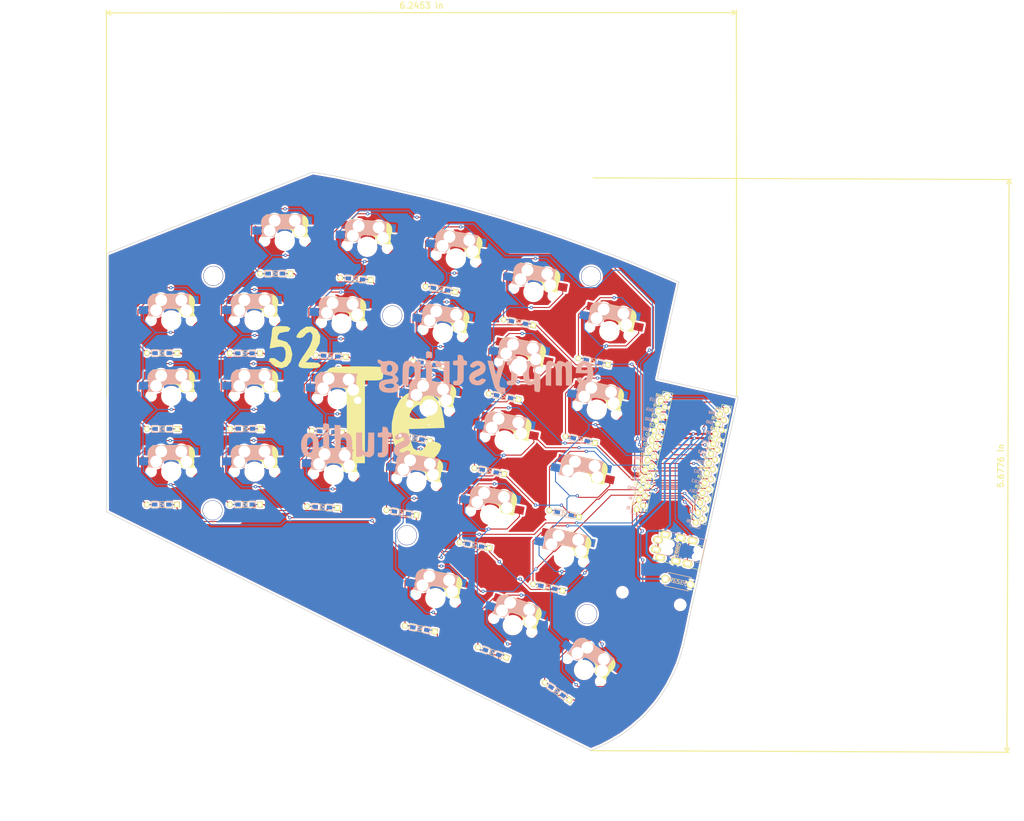
<source format=kicad_pcb>
(kicad_pcb (version 20171130) (host pcbnew "(5.1.0)-1")
  (layers (0 F.Cu signal) (31 B.Cu signal) (34 B.Paste user) (35 F.Paste user) (36 B.SilkS user) (37 F.SilkS user) (38 B.Mask user) (39 F.Mask user) (44 Edge.Cuts user))
  (net 0 "")
  (net 1 row1)
  (net 2 row2)
  (net 3 row3)
  (net 4 row0)
  (net 5 row4)
  (net 6 VCC)
  (net 7 "Net-(J1-PadA)")
  (net 8 GND)
  (net 9 data)
  (net 10 col0)
  (net 11 col1)
  (net 12 col2)
  (net 13 col3)
  (net 14 col4)
  (net 15 col5)
  (net 16 reset)
  (net 17 "Net-(U1-Pad24)")
  (net 18 "Net-(U1-Pad20)")
  (net 19 "Net-(U1-Pad19)")
  (net 20 "Net-(U1-Pad7)")
  (net 21 "Net-(U1-Pad1)")
  (net 22 "Net-(D1-Pad2)")
  (net 23 "Net-(D2-Pad2)")
  (net 24 "Net-(D3-Pad2)")
  (net 25 "Net-(D4-Pad2)")
  (net 26 "Net-(D5-Pad2)")
  (net 27 "Net-(D6-Pad2)")
  (net 28 "Net-(D7-Pad2)")
  (net 29 "Net-(D8-Pad2)")
  (net 30 "Net-(D9-Pad2)")
  (net 31 "Net-(D10-Pad2)")
  (net 32 "Net-(D11-Pad2)")
  (net 33 "Net-(D12-Pad2)")
  (net 34 "Net-(D13-Pad2)")
  (net 35 "Net-(D14-Pad2)")
  (net 36 "Net-(D15-Pad2)")
  (net 37 "Net-(D16-Pad2)")
  (net 38 "Net-(D17-Pad2)")
  (net 39 "Net-(D18-Pad2)")
  (net 40 "Net-(D19-Pad2)")
  (net 41 "Net-(D20-Pad2)")
  (net 42 "Net-(D21-Pad2)")
  (net 43 "Net-(D22-Pad2)")
  (net 44 "Net-(D23-Pad2)")
  (net 45 "Net-(D24-Pad2)")
  (net 46 "Net-(D25-Pad2)")
  (net 47 "Net-(D26-Pad2)")
  (net 48 SCL)
  (net 49 SDA)
  (module kbd:CherryMX_Hotswap (layer F.Cu) (at 210.69 93.73 350)
    (fp_text reference SW12 hide)
    (fp_text value SW_PUSH hide)
    (pad 1 smd rect (at -7 -2.58 170) (size 2.3 2) (layers B.Cu B.Paste B.Mask) (net 13 col3))
    (pad 1 smd rect (at 7 -2.58 170) (size 2.3 2) (layers F.Cu F.Paste F.Mask) (net 13 col3))
    (pad 2 smd rect (at -5.7 -5.12 170) (size 2.3 2) (layers F.Cu F.Paste F.Mask) (net 33 "Net-(D12-Pad2)"))
    (pad "" np_thru_hole circle (at -3.81 -2.54 170) (size 3 3) (drill 3) (layers *.Cu *.Mask))
    (pad "" np_thru_hole circle (at -2.54 -5.08 170) (size 3 3) (drill 3) (layers *.Cu *.Mask))
    (pad "" np_thru_hole circle (at 3.81 -2.540001 170) (size 3 3) (drill 3) (layers *.Cu *.Mask))
    (pad "" np_thru_hole circle (at 2.54 -5.08 170) (size 3 3) (drill 3) (layers *.Cu *.Mask))
    (pad "" np_thru_hole circle (at 0 0 80) (size 4.1 4.1) (drill 4.1) (layers *.Cu *.Mask F.SilkS))
    (pad "" np_thru_hole circle (at 5.08 0 350) (size 1.9 1.9) (drill 1.9) (layers *.Cu *.Mask F.SilkS))
    (pad "" np_thru_hole circle (at -5.08 0 350) (size 1.9 1.9) (drill 1.9) (layers *.Cu *.Mask F.SilkS))
    (pad 2 smd rect (at 5.7 -5.12 170) (size 2.3 2) (layers B.Cu B.Paste B.Mask) (net 33 "Net-(D12-Pad2)"))
  )
  (module kbd:CherryMX_Hotswap (layer F.Cu) (at 246.17 131.81 347.5)
    (fp_text reference SW23 hide)
    (fp_text value SW_PUSH hide)
    (pad 1 smd rect (at -7 -2.58 167.5) (size 2.3 2) (layers B.Cu B.Paste B.Mask) (net 15 col5))
    (pad 1 smd rect (at 7 -2.58 167.5) (size 2.3 2) (layers F.Cu F.Paste F.Mask) (net 15 col5))
    (pad 2 smd rect (at -5.7 -5.12 167.5) (size 2.3 2) (layers F.Cu F.Paste F.Mask) (net 44 "Net-(D23-Pad2)"))
    (pad "" np_thru_hole circle (at -3.81 -2.54 167.5) (size 3 3) (drill 3) (layers *.Cu *.Mask))
    (pad "" np_thru_hole circle (at -2.54 -5.08 167.5) (size 3 3) (drill 3) (layers *.Cu *.Mask))
    (pad "" np_thru_hole circle (at 3.81 -2.540001 167.5) (size 3 3) (drill 3) (layers *.Cu *.Mask))
    (pad "" np_thru_hole circle (at 2.54 -5.08 167.5) (size 3 3) (drill 3) (layers *.Cu *.Mask))
    (pad "" np_thru_hole circle (at 0 0 77.5) (size 4.1 4.1) (drill 4.1) (layers *.Cu *.Mask F.SilkS))
    (pad "" np_thru_hole circle (at 5.08 0 347.5) (size 1.9 1.9) (drill 1.9) (layers *.Cu *.Mask F.SilkS))
    (pad "" np_thru_hole circle (at -5.08 0 347.5) (size 1.9 1.9) (drill 1.9) (layers *.Cu *.Mask F.SilkS))
    (pad 2 smd rect (at 5.7 -5.12 167.5) (size 2.3 2) (layers B.Cu B.Paste B.Mask) (net 44 "Net-(D23-Pad2)"))
  )
  (module kbd:CherryMX_Hotswap (layer F.Cu) (at 225.02 186.07 340)
    (fp_text reference SW21 hide)
    (fp_text value SW_PUSH hide)
    (pad 2 smd rect (at 5.7 -5.12 160) (size 2.3 2) (layers B.Cu B.Paste B.Mask) (net 42 "Net-(D21-Pad2)"))
    (pad "" np_thru_hole circle (at -5.08 0 340) (size 1.9 1.9) (drill 1.9) (layers *.Cu *.Mask F.SilkS))
    (pad "" np_thru_hole circle (at 5.08 0 340) (size 1.9 1.9) (drill 1.9) (layers *.Cu *.Mask F.SilkS))
    (pad "" np_thru_hole circle (at 0 0 70) (size 4.1 4.1) (drill 4.1) (layers *.Cu *.Mask F.SilkS))
    (pad "" np_thru_hole circle (at 2.540001 -5.08 160) (size 3 3) (drill 3) (layers *.Cu *.Mask))
    (pad "" np_thru_hole circle (at 3.81 -2.54 160) (size 3 3) (drill 3) (layers *.Cu *.Mask))
    (pad "" np_thru_hole circle (at -2.54 -5.08 160) (size 3 3) (drill 3) (layers *.Cu *.Mask))
    (pad "" np_thru_hole circle (at -3.81 -2.54 160) (size 3 3) (drill 3) (layers *.Cu *.Mask))
    (pad 2 smd rect (at -5.7 -5.12 160) (size 2.3 2) (layers F.Cu F.Paste F.Mask) (net 42 "Net-(D21-Pad2)"))
    (pad 1 smd rect (at 7 -2.58 160) (size 2.3 2) (layers F.Cu F.Paste F.Mask) (net 14 col4))
    (pad 1 smd rect (at -7 -2.58 160) (size 2.3 2) (layers B.Cu B.Paste B.Mask) (net 14 col4))
  )
  (module kbd:CherryMX_Hotswap (layer F.Cu) (at 139.03 109.31)
    (fp_text reference SW1 hide)
    (fp_text value SW_PUSH hide)
    (pad 2 smd rect (at 5.7 -5.12 180) (size 2.3 2) (layers B.Cu B.Paste B.Mask) (net 22 "Net-(D1-Pad2)"))
    (pad "" np_thru_hole circle (at -5.08 0) (size 1.9 1.9) (drill 1.9) (layers *.Cu *.Mask F.SilkS))
    (pad "" np_thru_hole circle (at 5.08 0) (size 1.9 1.9) (drill 1.9) (layers *.Cu *.Mask F.SilkS))
    (pad "" np_thru_hole circle (at 0 0 90) (size 4.1 4.1) (drill 4.1) (layers *.Cu *.Mask F.SilkS))
    (pad "" np_thru_hole circle (at 2.54 -5.08 180) (size 3 3) (drill 3) (layers *.Cu *.Mask))
    (pad "" np_thru_hole circle (at 3.81 -2.540001 180) (size 3 3) (drill 3) (layers *.Cu *.Mask))
    (pad "" np_thru_hole circle (at -2.54 -5.08 180) (size 3 3) (drill 3) (layers *.Cu *.Mask))
    (pad "" np_thru_hole circle (at -3.81 -2.54 180) (size 3 3) (drill 3) (layers *.Cu *.Mask))
    (pad 2 smd rect (at -5.7 -5.12 180) (size 2.3 2) (layers F.Cu F.Paste F.Mask) (net 22 "Net-(D1-Pad2)"))
    (pad 1 smd rect (at 7 -2.58 180) (size 2.3 2) (layers F.Cu F.Paste F.Mask) (net 10 col0))
    (pad 1 smd rect (at -7 -2.58 180) (size 2.3 2) (layers B.Cu B.Paste B.Mask) (net 10 col0))
  )
  (module kbd:MJ-4PP-9 (layer F.Cu) (at 272.66 169.2 257.5)
    (fp_text reference J1)
    (fp_text value MJ-4PP-9 hide)
    (fp_text user TRRS (at -0.8255 6.4135 257.5) (layer B.SilkS) (effects (justify mirror)))
    (fp_text user TRRS (at -0.75 6.45 257.5) (layer F.SilkS))
    (pad "" np_thru_hole circle (at -1.75 8.5 257.5) (size 1.2 1.2) (drill 1.2) (layers *.Cu *.Mask F.SilkS))
    (pad "" np_thru_hole circle (at -1.75 1.5 257.5) (size 1.2 1.2) (drill 1.2) (layers *.Cu *.Mask F.SilkS))
    (pad D thru_hole oval (at -3.85 10.3 257.5) (size 1.7 2.5) (drill oval 1 1.5) (layers *.Cu *.Mask F.SilkS) (net 6 VCC) (clearance 0.15))
    (pad A thru_hole oval (at 0.35 11.8 257.5) (size 1.7 2.5) (drill oval 1 1.5) (layers *.Cu *.Mask F.SilkS) (net 7 "Net-(J1-PadA)") (clearance 0.15))
    (pad B thru_hole oval (at -3.85 3.3 257.5) (size 1.7 2.5) (drill oval 1 1.5) (layers *.Cu *.Mask F.SilkS) (net 9 data))
    (pad C thru_hole oval (at -3.85 6.3 257.5) (size 1.7 2.5) (drill oval 1 1.5) (layers *.Cu *.Mask F.SilkS) (net 8 GND))
    (pad "" np_thru_hole circle (at 0 1.5 257.5) (size 1.2 1.2) (drill 1.2) (layers *.Cu *.Mask F.SilkS))
    (pad "" np_thru_hole circle (at 0 8.5 257.5) (size 1.2 1.2) (drill 1.2) (layers *.Cu *.Mask F.SilkS))
    (pad B thru_hole oval (at 2.1 3.3 257.5) (size 1.7 2.5) (drill oval 1 1.5) (layers *.Cu *.Mask F.SilkS) (net 9 data))
    (pad C thru_hole oval (at 2.1 6.3 257.5) (size 1.7 2.5) (drill oval 1 1.5) (layers *.Cu *.Mask F.SilkS) (net 8 GND))
    (pad D thru_hole oval (at 2.1 10.3 257.5) (size 1.7 2.5) (drill oval 1 1.5) (layers *.Cu *.Mask F.SilkS) (net 6 VCC) (clearance 0.15))
    (pad A thru_hole oval (at -2.1 11.8 257.5) (size 1.7 2.5) (drill oval 1 1.5) (layers *.Cu *.Mask F.SilkS) (net 7 "Net-(J1-PadA)") (clearance 0.15))
  )
  (module kbd:D3_TH_SMD (layer F.Cu) (at 136.73 117.57 180)
    (fp_text reference D1 hide)
    (fp_text value DIODE hide)
    (pad 2 smd rect (at 1.775 0 180) (size 1.3 0.95) (layers F.Cu F.Paste F.Mask) (net 22 "Net-(D1-Pad2)"))
    (pad 2 thru_hole circle (at 3.81 0 180) (size 1.397 1.397) (drill 0.8128) (layers *.Cu *.Mask F.SilkS) (net 22 "Net-(D1-Pad2)"))
    (pad 1 thru_hole rect (at -3.81 0 180) (size 1.397 1.397) (drill 0.8128) (layers *.Cu *.Mask F.SilkS) (net 1 row1))
    (pad 1 smd rect (at -1.775 0 180) (size 1.3 0.95) (layers B.Cu B.Paste B.Mask) (net 1 row1))
    (pad 2 smd rect (at 1.775 0 180) (size 1.3 0.95) (layers B.Cu B.Paste B.Mask) (net 22 "Net-(D1-Pad2)"))
    (pad 1 smd rect (at -1.775 0 180) (size 1.3 0.95) (layers F.Cu F.Paste F.Mask) (net 1 row1))
  )
  (module kbd:D3_TH_SMD (layer F.Cu) (at 136.75 136.64 180)
    (fp_text reference D2 hide)
    (fp_text value DIODE hide)
    (pad 1 smd rect (at -1.775 0 180) (size 1.3 0.95) (layers F.Cu F.Paste F.Mask) (net 2 row2))
    (pad 2 smd rect (at 1.775 0 180) (size 1.3 0.95) (layers B.Cu B.Paste B.Mask) (net 23 "Net-(D2-Pad2)"))
    (pad 1 smd rect (at -1.775 0 180) (size 1.3 0.95) (layers B.Cu B.Paste B.Mask) (net 2 row2))
    (pad 1 thru_hole rect (at -3.81 0 180) (size 1.397 1.397) (drill 0.8128) (layers *.Cu *.Mask F.SilkS) (net 2 row2))
    (pad 2 thru_hole circle (at 3.81 0 180) (size 1.397 1.397) (drill 0.8128) (layers *.Cu *.Mask F.SilkS) (net 23 "Net-(D2-Pad2)"))
    (pad 2 smd rect (at 1.775 0 180) (size 1.3 0.95) (layers F.Cu F.Paste F.Mask) (net 23 "Net-(D2-Pad2)"))
  )
  (module kbd:D3_TH_SMD (layer F.Cu) (at 136.66 155.71 180)
    (fp_text reference D3 hide)
    (fp_text value DIODE hide)
    (pad 2 smd rect (at 1.775 0 180) (size 1.3 0.95) (layers F.Cu F.Paste F.Mask) (net 24 "Net-(D3-Pad2)"))
    (pad 2 thru_hole circle (at 3.81 0 180) (size 1.397 1.397) (drill 0.8128) (layers *.Cu *.Mask F.SilkS) (net 24 "Net-(D3-Pad2)"))
    (pad 1 thru_hole rect (at -3.81 0 180) (size 1.397 1.397) (drill 0.8128) (layers *.Cu *.Mask F.SilkS) (net 3 row3))
    (pad 1 smd rect (at -1.775 0 180) (size 1.3 0.95) (layers B.Cu B.Paste B.Mask) (net 3 row3))
    (pad 2 smd rect (at 1.775 0 180) (size 1.3 0.95) (layers B.Cu B.Paste B.Mask) (net 24 "Net-(D3-Pad2)"))
    (pad 1 smd rect (at -1.775 0 180) (size 1.3 0.95) (layers F.Cu F.Paste F.Mask) (net 3 row3))
  )
  (module kbd:D3_TH_SMD (layer F.Cu) (at 165.22 97.55 180)
    (fp_text reference D4 hide)
    (fp_text value DIODE hide)
    (pad 2 smd rect (at 1.775 0 180) (size 1.3 0.95) (layers F.Cu F.Paste F.Mask) (net 25 "Net-(D4-Pad2)"))
    (pad 2 thru_hole circle (at 3.81 0 180) (size 1.397 1.397) (drill 0.8128) (layers *.Cu *.Mask F.SilkS) (net 25 "Net-(D4-Pad2)"))
    (pad 1 thru_hole rect (at -3.81 0 180) (size 1.397 1.397) (drill 0.8128) (layers *.Cu *.Mask F.SilkS) (net 4 row0))
    (pad 1 smd rect (at -1.775 0 180) (size 1.3 0.95) (layers B.Cu B.Paste B.Mask) (net 4 row0))
    (pad 2 smd rect (at 1.775 0 180) (size 1.3 0.95) (layers B.Cu B.Paste B.Mask) (net 25 "Net-(D4-Pad2)"))
    (pad 1 smd rect (at -1.775 0 180) (size 1.3 0.95) (layers F.Cu F.Paste F.Mask) (net 4 row0))
  )
  (module kbd:D3_TH_SMD (layer F.Cu) (at 157.58 117.61 180)
    (fp_text reference D5 hide)
    (fp_text value DIODE hide)
    (pad 1 smd rect (at -1.775 0 180) (size 1.3 0.95) (layers F.Cu F.Paste F.Mask) (net 1 row1))
    (pad 2 smd rect (at 1.775 0 180) (size 1.3 0.95) (layers B.Cu B.Paste B.Mask) (net 26 "Net-(D5-Pad2)"))
    (pad 1 smd rect (at -1.775 0 180) (size 1.3 0.95) (layers B.Cu B.Paste B.Mask) (net 1 row1))
    (pad 1 thru_hole rect (at -3.81 0 180) (size 1.397 1.397) (drill 0.8128) (layers *.Cu *.Mask F.SilkS) (net 1 row1))
    (pad 2 thru_hole circle (at 3.81 0 180) (size 1.397 1.397) (drill 0.8128) (layers *.Cu *.Mask F.SilkS) (net 26 "Net-(D5-Pad2)"))
    (pad 2 smd rect (at 1.775 0 180) (size 1.3 0.95) (layers F.Cu F.Paste F.Mask) (net 26 "Net-(D5-Pad2)"))
  )
  (module kbd:D3_TH_SMD (layer F.Cu) (at 157.7 136.61 180)
    (fp_text reference D6 hide)
    (fp_text value DIODE hide)
    (pad 2 smd rect (at 1.775 0 180) (size 1.3 0.95) (layers F.Cu F.Paste F.Mask) (net 27 "Net-(D6-Pad2)"))
    (pad 2 thru_hole circle (at 3.81 0 180) (size 1.397 1.397) (drill 0.8128) (layers *.Cu *.Mask F.SilkS) (net 27 "Net-(D6-Pad2)"))
    (pad 1 thru_hole rect (at -3.81 0 180) (size 1.397 1.397) (drill 0.8128) (layers *.Cu *.Mask F.SilkS) (net 2 row2))
    (pad 1 smd rect (at -1.775 0 180) (size 1.3 0.95) (layers B.Cu B.Paste B.Mask) (net 2 row2))
    (pad 2 smd rect (at 1.775 0 180) (size 1.3 0.95) (layers B.Cu B.Paste B.Mask) (net 27 "Net-(D6-Pad2)"))
    (pad 1 smd rect (at -1.775 0 180) (size 1.3 0.95) (layers F.Cu F.Paste F.Mask) (net 2 row2))
  )
  (module kbd:D3_TH_SMD (layer F.Cu) (at 157.62 155.68 180)
    (fp_text reference D7 hide)
    (fp_text value DIODE hide)
    (pad 2 smd rect (at 1.775 0 180) (size 1.3 0.95) (layers F.Cu F.Paste F.Mask) (net 28 "Net-(D7-Pad2)"))
    (pad 2 thru_hole circle (at 3.81 0 180) (size 1.397 1.397) (drill 0.8128) (layers *.Cu *.Mask F.SilkS) (net 28 "Net-(D7-Pad2)"))
    (pad 1 thru_hole rect (at -3.81 0 180) (size 1.397 1.397) (drill 0.8128) (layers *.Cu *.Mask F.SilkS) (net 3 row3))
    (pad 1 smd rect (at -1.775 0 180) (size 1.3 0.95) (layers B.Cu B.Paste B.Mask) (net 3 row3))
    (pad 2 smd rect (at 1.775 0 180) (size 1.3 0.95) (layers B.Cu B.Paste B.Mask) (net 28 "Net-(D7-Pad2)"))
    (pad 1 smd rect (at -1.775 0 180) (size 1.3 0.95) (layers F.Cu F.Paste F.Mask) (net 3 row3))
  )
  (module kbd:D3_TH_SMD (layer F.Cu) (at 185.42 98.89 176)
    (fp_text reference D8 hide)
    (fp_text value DIODE hide)
    (pad 1 smd rect (at -1.775 0 176) (size 1.3 0.95) (layers F.Cu F.Paste F.Mask) (net 4 row0))
    (pad 2 smd rect (at 1.775 0 176) (size 1.3 0.95) (layers B.Cu B.Paste B.Mask) (net 29 "Net-(D8-Pad2)"))
    (pad 1 smd rect (at -1.775 0 176) (size 1.3 0.95) (layers B.Cu B.Paste B.Mask) (net 4 row0))
    (pad 1 thru_hole rect (at -3.81 0 176) (size 1.397 1.397) (drill 0.8128) (layers *.Cu *.Mask F.SilkS) (net 4 row0))
    (pad 2 thru_hole circle (at 3.81 0 176) (size 1.397 1.397) (drill 0.8128) (layers *.Cu *.Mask F.SilkS) (net 29 "Net-(D8-Pad2)"))
    (pad 2 smd rect (at 1.775 0 176) (size 1.3 0.95) (layers F.Cu F.Paste F.Mask) (net 29 "Net-(D8-Pad2)"))
  )
  (module kbd:D3_TH_SMD (layer F.Cu) (at 179.17 118.31 177)
    (fp_text reference D9 hide)
    (fp_text value DIODE hide)
    (pad 2 smd rect (at 1.775 0 177) (size 1.3 0.95) (layers F.Cu F.Paste F.Mask) (net 30 "Net-(D9-Pad2)"))
    (pad 2 thru_hole circle (at 3.81 0 177) (size 1.397 1.397) (drill 0.8128) (layers *.Cu *.Mask F.SilkS) (net 30 "Net-(D9-Pad2)"))
    (pad 1 thru_hole rect (at -3.81 0 177) (size 1.397 1.397) (drill 0.8128) (layers *.Cu *.Mask F.SilkS) (net 1 row1))
    (pad 1 smd rect (at -1.775 0 177) (size 1.3 0.95) (layers B.Cu B.Paste B.Mask) (net 1 row1))
    (pad 2 smd rect (at 1.775 0 177) (size 1.3 0.95) (layers B.Cu B.Paste B.Mask) (net 30 "Net-(D9-Pad2)"))
    (pad 1 smd rect (at -1.775 0 177) (size 1.3 0.95) (layers F.Cu F.Paste F.Mask) (net 1 row1))
  )
  (module kbd:D3_TH_SMD (layer F.Cu) (at 178.22 137.33 177)
    (fp_text reference D10 hide)
    (fp_text value DIODE hide)
    (pad 1 smd rect (at -1.775 0 177) (size 1.3 0.95) (layers F.Cu F.Paste F.Mask) (net 2 row2))
    (pad 2 smd rect (at 1.775 0 177) (size 1.3 0.95) (layers B.Cu B.Paste B.Mask) (net 31 "Net-(D10-Pad2)"))
    (pad 1 smd rect (at -1.775 0 177) (size 1.3 0.95) (layers B.Cu B.Paste B.Mask) (net 2 row2))
    (pad 1 thru_hole rect (at -3.81 0 177) (size 1.397 1.397) (drill 0.8128) (layers *.Cu *.Mask F.SilkS) (net 2 row2))
    (pad 2 thru_hole circle (at 3.81 0 177) (size 1.397 1.397) (drill 0.8128) (layers *.Cu *.Mask F.SilkS) (net 31 "Net-(D10-Pad2)"))
    (pad 2 smd rect (at 1.775 0 177) (size 1.3 0.95) (layers F.Cu F.Paste F.Mask) (net 31 "Net-(D10-Pad2)"))
  )
  (module kbd:D3_TH_SMD (layer F.Cu) (at 177.07 156.36 177)
    (fp_text reference D11 hide)
    (fp_text value DIODE hide)
    (pad 1 smd rect (at -1.775 0 177) (size 1.3 0.95) (layers F.Cu F.Paste F.Mask) (net 3 row3))
    (pad 2 smd rect (at 1.775 0 177) (size 1.3 0.95) (layers B.Cu B.Paste B.Mask) (net 32 "Net-(D11-Pad2)"))
    (pad 1 smd rect (at -1.775 0 177) (size 1.3 0.95) (layers B.Cu B.Paste B.Mask) (net 3 row3))
    (pad 1 thru_hole rect (at -3.81 0 177) (size 1.397 1.397) (drill 0.8128) (layers *.Cu *.Mask F.SilkS) (net 3 row3))
    (pad 2 thru_hole circle (at 3.81 0 177) (size 1.397 1.397) (drill 0.8128) (layers *.Cu *.Mask F.SilkS) (net 32 "Net-(D11-Pad2)"))
    (pad 2 smd rect (at 1.775 0 177) (size 1.3 0.95) (layers F.Cu F.Paste F.Mask) (net 32 "Net-(D11-Pad2)"))
  )
  (module kbd:D3_TH_SMD (layer F.Cu) (at 206.82 101.47 170)
    (fp_text reference D12 hide)
    (fp_text value DIODE hide)
    (pad 2 smd rect (at 1.775 0 170) (size 1.3 0.95) (layers F.Cu F.Paste F.Mask) (net 33 "Net-(D12-Pad2)"))
    (pad 2 thru_hole circle (at 3.810003 0 170) (size 1.397 1.397) (drill 0.8128) (layers *.Cu *.Mask F.SilkS) (net 33 "Net-(D12-Pad2)"))
    (pad 1 thru_hole rect (at -3.810003 0 170) (size 1.397 1.397) (drill 0.8128) (layers *.Cu *.Mask F.SilkS) (net 4 row0))
    (pad 1 smd rect (at -1.775 0 170) (size 1.3 0.95) (layers B.Cu B.Paste B.Mask) (net 4 row0))
    (pad 2 smd rect (at 1.775 0 170) (size 1.3 0.95) (layers B.Cu B.Paste B.Mask) (net 33 "Net-(D12-Pad2)"))
    (pad 1 smd rect (at -1.775 0 170) (size 1.3 0.95) (layers F.Cu F.Paste F.Mask) (net 4 row0))
  )
  (module kbd:D3_TH_SMD (layer F.Cu) (at 203.678034 120.238226 170)
    (fp_text reference D13 hide)
    (fp_text value DIODE hide)
    (pad 1 smd rect (at -1.775 0 170) (size 1.3 0.95) (layers F.Cu F.Paste F.Mask) (net 1 row1))
    (pad 2 smd rect (at 1.775 0 170) (size 1.3 0.95) (layers B.Cu B.Paste B.Mask) (net 34 "Net-(D13-Pad2)"))
    (pad 1 smd rect (at -1.775 0 170) (size 1.3 0.95) (layers B.Cu B.Paste B.Mask) (net 1 row1))
    (pad 1 thru_hole rect (at -3.810003 0 170) (size 1.397 1.397) (drill 0.8128) (layers *.Cu *.Mask F.SilkS) (net 1 row1))
    (pad 2 thru_hole circle (at 3.810003 0 170) (size 1.397 1.397) (drill 0.8128) (layers *.Cu *.Mask F.SilkS) (net 34 "Net-(D13-Pad2)"))
    (pad 2 smd rect (at 1.775 0 170) (size 1.3 0.95) (layers F.Cu F.Paste F.Mask) (net 34 "Net-(D13-Pad2)"))
  )
  (module kbd:D3_TH_SMD (layer F.Cu) (at 200.38 139 170)
    (fp_text reference D14 hide)
    (fp_text value DIODE hide)
    (pad 2 smd rect (at 1.775 0 170) (size 1.3 0.95) (layers F.Cu F.Paste F.Mask) (net 35 "Net-(D14-Pad2)"))
    (pad 2 thru_hole circle (at 3.810003 0 170) (size 1.397 1.397) (drill 0.8128) (layers *.Cu *.Mask F.SilkS) (net 35 "Net-(D14-Pad2)"))
    (pad 1 thru_hole rect (at -3.810003 0 170) (size 1.397 1.397) (drill 0.8128) (layers *.Cu *.Mask F.SilkS) (net 2 row2))
    (pad 1 smd rect (at -1.775 0 170) (size 1.3 0.95) (layers B.Cu B.Paste B.Mask) (net 2 row2))
    (pad 2 smd rect (at 1.775 0 170) (size 1.3 0.95) (layers B.Cu B.Paste B.Mask) (net 35 "Net-(D14-Pad2)"))
    (pad 1 smd rect (at -1.775 0 170) (size 1.3 0.95) (layers F.Cu F.Paste F.Mask) (net 2 row2))
  )
  (module kbd:D3_TH_SMD (layer F.Cu) (at 196.98 157.75 170)
    (fp_text reference D15 hide)
    (fp_text value DIODE hide)
    (pad 2 smd rect (at 1.775 0 170) (size 1.3 0.95) (layers F.Cu F.Paste F.Mask) (net 36 "Net-(D15-Pad2)"))
    (pad 2 thru_hole circle (at 3.810003 0 170) (size 1.397 1.397) (drill 0.8128) (layers *.Cu *.Mask F.SilkS) (net 36 "Net-(D15-Pad2)"))
    (pad 1 thru_hole rect (at -3.810003 0 170) (size 1.397 1.397) (drill 0.8128) (layers *.Cu *.Mask F.SilkS) (net 3 row3))
    (pad 1 smd rect (at -1.775 0 170) (size 1.3 0.95) (layers B.Cu B.Paste B.Mask) (net 3 row3))
    (pad 2 smd rect (at 1.775 0 170) (size 1.3 0.95) (layers B.Cu B.Paste B.Mask) (net 36 "Net-(D15-Pad2)"))
    (pad 1 smd rect (at -1.775 0 170) (size 1.3 0.95) (layers F.Cu F.Paste F.Mask) (net 3 row3))
  )
  (module kbd:D3_TH_SMD (layer F.Cu) (at 201.62 186.95 169)
    (fp_text reference D16 hide)
    (fp_text value DIODE hide)
    (pad 1 smd rect (at -1.775 0 169) (size 1.3 0.95) (layers F.Cu F.Paste F.Mask) (net 5 row4))
    (pad 2 smd rect (at 1.775 0 169) (size 1.3 0.95) (layers B.Cu B.Paste B.Mask) (net 37 "Net-(D16-Pad2)"))
    (pad 1 smd rect (at -1.775 0 169) (size 1.3 0.95) (layers B.Cu B.Paste B.Mask) (net 5 row4))
    (pad 1 thru_hole rect (at -3.81 0 169) (size 1.397 1.397) (drill 0.8128) (layers *.Cu *.Mask F.SilkS) (net 5 row4))
    (pad 2 thru_hole circle (at 3.81 0 169) (size 1.397 1.397) (drill 0.8128) (layers *.Cu *.Mask F.SilkS) (net 37 "Net-(D16-Pad2)"))
    (pad 2 smd rect (at 1.775 0 169) (size 1.3 0.95) (layers F.Cu F.Paste F.Mask) (net 37 "Net-(D16-Pad2)"))
  )
  (module kbd:D3_TH_SMD (layer F.Cu) (at 226.46 109.86 169)
    (fp_text reference D17 hide)
    (fp_text value DIODE hide)
    (pad 1 smd rect (at -1.775 0 169) (size 1.3 0.95) (layers F.Cu F.Paste F.Mask) (net 4 row0))
    (pad 2 smd rect (at 1.775 0 169) (size 1.3 0.95) (layers B.Cu B.Paste B.Mask) (net 38 "Net-(D17-Pad2)"))
    (pad 1 smd rect (at -1.775 0 169) (size 1.3 0.95) (layers B.Cu B.Paste B.Mask) (net 4 row0))
    (pad 1 thru_hole rect (at -3.81 0 169) (size 1.397 1.397) (drill 0.8128) (layers *.Cu *.Mask F.SilkS) (net 4 row0))
    (pad 2 thru_hole circle (at 3.81 0 169) (size 1.397 1.397) (drill 0.8128) (layers *.Cu *.Mask F.SilkS) (net 38 "Net-(D17-Pad2)"))
    (pad 2 smd rect (at 1.775 0 169) (size 1.3 0.95) (layers F.Cu F.Paste F.Mask) (net 38 "Net-(D17-Pad2)"))
  )
  (module kbd:D3_TH_SMD (layer F.Cu) (at 222.71 128.53 169)
    (fp_text reference D18 hide)
    (fp_text value DIODE hide)
    (pad 2 smd rect (at 1.775 0 169) (size 1.3 0.95) (layers F.Cu F.Paste F.Mask) (net 39 "Net-(D18-Pad2)"))
    (pad 2 thru_hole circle (at 3.81 0 169) (size 1.397 1.397) (drill 0.8128) (layers *.Cu *.Mask F.SilkS) (net 39 "Net-(D18-Pad2)"))
    (pad 1 thru_hole rect (at -3.81 0 169) (size 1.397 1.397) (drill 0.8128) (layers *.Cu *.Mask F.SilkS) (net 1 row1))
    (pad 1 smd rect (at -1.775 0 169) (size 1.3 0.95) (layers B.Cu B.Paste B.Mask) (net 1 row1))
    (pad 2 smd rect (at 1.775 0 169) (size 1.3 0.95) (layers B.Cu B.Paste B.Mask) (net 39 "Net-(D18-Pad2)"))
    (pad 1 smd rect (at -1.775 0 169) (size 1.3 0.95) (layers F.Cu F.Paste F.Mask) (net 1 row1))
  )
  (module kbd:D3_TH_SMD (layer F.Cu) (at 219.102388 147.268686 169)
    (fp_text reference D19 hide)
    (fp_text value DIODE hide)
    (pad 1 smd rect (at -1.775 0 169) (size 1.3 0.95) (layers F.Cu F.Paste F.Mask) (net 2 row2))
    (pad 2 smd rect (at 1.775 0 169) (size 1.3 0.95) (layers B.Cu B.Paste B.Mask) (net 40 "Net-(D19-Pad2)"))
    (pad 1 smd rect (at -1.775 0 169) (size 1.3 0.95) (layers B.Cu B.Paste B.Mask) (net 2 row2))
    (pad 1 thru_hole rect (at -3.81 0 169) (size 1.397 1.397) (drill 0.8128) (layers *.Cu *.Mask F.SilkS) (net 2 row2))
    (pad 2 thru_hole circle (at 3.81 0 169) (size 1.397 1.397) (drill 0.8128) (layers *.Cu *.Mask F.SilkS) (net 40 "Net-(D19-Pad2)"))
    (pad 2 smd rect (at 1.775 0 169) (size 1.3 0.95) (layers F.Cu F.Paste F.Mask) (net 40 "Net-(D19-Pad2)"))
  )
  (module kbd:D3_TH_SMD (layer F.Cu) (at 215.4 165.93 169)
    (fp_text reference D20 hide)
    (fp_text value DIODE hide)
    (pad 1 smd rect (at -1.775 0 169) (size 1.3 0.95) (layers F.Cu F.Paste F.Mask) (net 3 row3))
    (pad 2 smd rect (at 1.775 0 169) (size 1.3 0.95) (layers B.Cu B.Paste B.Mask) (net 41 "Net-(D20-Pad2)"))
    (pad 1 smd rect (at -1.775 0 169) (size 1.3 0.95) (layers B.Cu B.Paste B.Mask) (net 3 row3))
    (pad 1 thru_hole rect (at -3.81 0 169) (size 1.397 1.397) (drill 0.8128) (layers *.Cu *.Mask F.SilkS) (net 3 row3))
    (pad 2 thru_hole circle (at 3.81 0 169) (size 1.397 1.397) (drill 0.8128) (layers *.Cu *.Mask F.SilkS) (net 41 "Net-(D20-Pad2)"))
    (pad 2 smd rect (at 1.775 0 169) (size 1.3 0.95) (layers F.Cu F.Paste F.Mask) (net 41 "Net-(D20-Pad2)"))
  )
  (module kbd:D3_TH_SMD (layer F.Cu) (at 219.81 192.94 160)
    (fp_text reference D21 hide)
    (fp_text value DIODE hide)
    (pad 2 smd rect (at 1.775 0 160) (size 1.3 0.95) (layers F.Cu F.Paste F.Mask) (net 42 "Net-(D21-Pad2)"))
    (pad 2 thru_hole circle (at 3.81 0 160) (size 1.397 1.397) (drill 0.8128) (layers *.Cu *.Mask F.SilkS) (net 42 "Net-(D21-Pad2)"))
    (pad 1 thru_hole rect (at -3.81 0 160) (size 1.397 1.397) (drill 0.8128) (layers *.Cu *.Mask F.SilkS) (net 5 row4))
    (pad 1 smd rect (at -1.775 0 160) (size 1.3 0.95) (layers B.Cu B.Paste B.Mask) (net 5 row4))
    (pad 2 smd rect (at 1.775 0 160) (size 1.3 0.95) (layers B.Cu B.Paste B.Mask) (net 42 "Net-(D21-Pad2)"))
    (pad 1 smd rect (at -1.775 0 160) (size 1.3 0.95) (layers F.Cu F.Paste F.Mask) (net 5 row4))
  )
  (module kbd:D3_TH_SMD (layer F.Cu) (at 245.28 119.68 168)
    (fp_text reference D22 hide)
    (fp_text value DIODE hide)
    (pad 2 smd rect (at 1.775 0 168) (size 1.3 0.95) (layers F.Cu F.Paste F.Mask) (net 43 "Net-(D22-Pad2)"))
    (pad 2 thru_hole circle (at 3.81 0.000002 168) (size 1.397 1.397) (drill 0.8128) (layers *.Cu *.Mask F.SilkS) (net 43 "Net-(D22-Pad2)"))
    (pad 1 thru_hole rect (at -3.81 -0.000002 168) (size 1.397 1.397) (drill 0.8128) (layers *.Cu *.Mask F.SilkS) (net 4 row0))
    (pad 1 smd rect (at -1.775 0 168) (size 1.3 0.95) (layers B.Cu B.Paste B.Mask) (net 4 row0))
    (pad 2 smd rect (at 1.775 0 168) (size 1.3 0.95) (layers B.Cu B.Paste B.Mask) (net 43 "Net-(D22-Pad2)"))
    (pad 1 smd rect (at -1.775 0 168) (size 1.3 0.95) (layers F.Cu F.Paste F.Mask) (net 4 row0))
  )
  (module kbd:D3_TH_SMD (layer F.Cu) (at 242.02 139.36 167.5)
    (fp_text reference D23 hide)
    (fp_text value DIODE hide)
    (pad 1 smd rect (at -1.775 0 167.5) (size 1.3 0.95) (layers F.Cu F.Paste F.Mask) (net 1 row1))
    (pad 2 smd rect (at 1.775 0 167.5) (size 1.3 0.95) (layers B.Cu B.Paste B.Mask) (net 44 "Net-(D23-Pad2)"))
    (pad 1 smd rect (at -1.775 0 167.5) (size 1.3 0.95) (layers B.Cu B.Paste B.Mask) (net 1 row1))
    (pad 1 thru_hole rect (at -3.81 0 167.5) (size 1.397 1.397) (drill 0.8128) (layers *.Cu *.Mask F.SilkS) (net 1 row1))
    (pad 2 thru_hole circle (at 3.81 0 167.5) (size 1.397 1.397) (drill 0.8128) (layers *.Cu *.Mask F.SilkS) (net 44 "Net-(D23-Pad2)"))
    (pad 2 smd rect (at 1.775 0 167.5) (size 1.3 0.95) (layers F.Cu F.Paste F.Mask) (net 44 "Net-(D23-Pad2)"))
  )
  (module kbd:D3_TH_SMD (layer F.Cu) (at 237.98 157.99 167.5)
    (fp_text reference D24 hide)
    (fp_text value DIODE hide)
    (pad 1 smd rect (at -1.775 0 167.5) (size 1.3 0.95) (layers F.Cu F.Paste F.Mask) (net 2 row2))
    (pad 2 smd rect (at 1.775 0 167.5) (size 1.3 0.95) (layers B.Cu B.Paste B.Mask) (net 45 "Net-(D24-Pad2)"))
    (pad 1 smd rect (at -1.775 0 167.5) (size 1.3 0.95) (layers B.Cu B.Paste B.Mask) (net 2 row2))
    (pad 1 thru_hole rect (at -3.81 0 167.5) (size 1.397 1.397) (drill 0.8128) (layers *.Cu *.Mask F.SilkS) (net 2 row2))
    (pad 2 thru_hole circle (at 3.81 0 167.5) (size 1.397 1.397) (drill 0.8128) (layers *.Cu *.Mask F.SilkS) (net 45 "Net-(D24-Pad2)"))
    (pad 2 smd rect (at 1.775 0 167.5) (size 1.3 0.95) (layers F.Cu F.Paste F.Mask) (net 45 "Net-(D24-Pad2)"))
  )
  (module kbd:D3_TH_SMD (layer F.Cu) (at 233.837075 176.53582 167.5)
    (fp_text reference D25 hide)
    (fp_text value DIODE hide)
    (pad 2 smd rect (at 1.775 0 167.5) (size 1.3 0.95) (layers F.Cu F.Paste F.Mask) (net 46 "Net-(D25-Pad2)"))
    (pad 2 thru_hole circle (at 3.81 0 167.5) (size 1.397 1.397) (drill 0.8128) (layers *.Cu *.Mask F.SilkS) (net 46 "Net-(D25-Pad2)"))
    (pad 1 thru_hole rect (at -3.81 0 167.5) (size 1.397 1.397) (drill 0.8128) (layers *.Cu *.Mask F.SilkS) (net 3 row3))
    (pad 1 smd rect (at -1.775 0 167.5) (size 1.3 0.95) (layers B.Cu B.Paste B.Mask) (net 3 row3))
    (pad 2 smd rect (at 1.775 0 167.5) (size 1.3 0.95) (layers B.Cu B.Paste B.Mask) (net 46 "Net-(D25-Pad2)"))
    (pad 1 smd rect (at -1.775 0 167.5) (size 1.3 0.95) (layers F.Cu F.Paste F.Mask) (net 3 row3))
  )
  (module kbd:D3_TH_SMD (layer F.Cu) (at 236.15 202.7 145)
    (fp_text reference D26 hide)
    (fp_text value DIODE hide)
    (pad 1 smd rect (at -1.775 0 145) (size 1.3 0.95) (layers F.Cu F.Paste F.Mask) (net 5 row4))
    (pad 2 smd rect (at 1.775 0 145) (size 1.3 0.95) (layers B.Cu B.Paste B.Mask) (net 47 "Net-(D26-Pad2)"))
    (pad 1 smd rect (at -1.775 0 145) (size 1.3 0.95) (layers B.Cu B.Paste B.Mask) (net 5 row4))
    (pad 1 thru_hole rect (at -3.81 0 145) (size 1.397 1.397) (drill 0.8128) (layers *.Cu *.Mask F.SilkS) (net 5 row4))
    (pad 2 thru_hole circle (at 3.81 0 145) (size 1.397 1.397) (drill 0.8128) (layers *.Cu *.Mask F.SilkS) (net 47 "Net-(D26-Pad2)"))
    (pad 2 smd rect (at 1.775 0 145) (size 1.3 0.95) (layers F.Cu F.Paste F.Mask) (net 47 "Net-(D26-Pad2)"))
  )
  (module kbd:CherryMX_Hotswap (layer F.Cu) (at 139.03 128.34)
    (fp_text reference SW2 hide)
    (fp_text value SW_PUSH hide)
    (pad 1 smd rect (at -7 -2.58 180) (size 2.3 2) (layers B.Cu B.Paste B.Mask) (net 10 col0))
    (pad 1 smd rect (at 7 -2.58 180) (size 2.3 2) (layers F.Cu F.Paste F.Mask) (net 10 col0))
    (pad 2 smd rect (at -5.7 -5.12 180) (size 2.3 2) (layers F.Cu F.Paste F.Mask) (net 23 "Net-(D2-Pad2)"))
    (pad "" np_thru_hole circle (at -3.81 -2.54 180) (size 3 3) (drill 3) (layers *.Cu *.Mask))
    (pad "" np_thru_hole circle (at -2.54 -5.08 180) (size 3 3) (drill 3) (layers *.Cu *.Mask))
    (pad "" np_thru_hole circle (at 3.81 -2.540001 180) (size 3 3) (drill 3) (layers *.Cu *.Mask))
    (pad "" np_thru_hole circle (at 2.54 -5.08 180) (size 3 3) (drill 3) (layers *.Cu *.Mask))
    (pad "" np_thru_hole circle (at 0 0 90) (size 4.1 4.1) (drill 4.1) (layers *.Cu *.Mask F.SilkS))
    (pad "" np_thru_hole circle (at 5.08 0) (size 1.9 1.9) (drill 1.9) (layers *.Cu *.Mask F.SilkS))
    (pad "" np_thru_hole circle (at -5.08 0) (size 1.9 1.9) (drill 1.9) (layers *.Cu *.Mask F.SilkS))
    (pad 2 smd rect (at 5.7 -5.12 180) (size 2.3 2) (layers B.Cu B.Paste B.Mask) (net 23 "Net-(D2-Pad2)"))
  )
  (module kbd:CherryMX_Hotswap (layer F.Cu) (at 139.03 147.4)
    (fp_text reference SW3 hide)
    (fp_text value SW_PUSH hide)
    (pad 2 smd rect (at 5.7 -5.12 180) (size 2.3 2) (layers B.Cu B.Paste B.Mask) (net 24 "Net-(D3-Pad2)"))
    (pad "" np_thru_hole circle (at -5.08 0) (size 1.9 1.9) (drill 1.9) (layers *.Cu *.Mask F.SilkS))
    (pad "" np_thru_hole circle (at 5.08 0) (size 1.9 1.9) (drill 1.9) (layers *.Cu *.Mask F.SilkS))
    (pad "" np_thru_hole circle (at 0 0 90) (size 4.1 4.1) (drill 4.1) (layers *.Cu *.Mask F.SilkS))
    (pad "" np_thru_hole circle (at 2.54 -5.08 180) (size 3 3) (drill 3) (layers *.Cu *.Mask))
    (pad "" np_thru_hole circle (at 3.81 -2.540001 180) (size 3 3) (drill 3) (layers *.Cu *.Mask))
    (pad "" np_thru_hole circle (at -2.54 -5.08 180) (size 3 3) (drill 3) (layers *.Cu *.Mask))
    (pad "" np_thru_hole circle (at -3.81 -2.54 180) (size 3 3) (drill 3) (layers *.Cu *.Mask))
    (pad 2 smd rect (at -5.7 -5.12 180) (size 2.3 2) (layers F.Cu F.Paste F.Mask) (net 24 "Net-(D3-Pad2)"))
    (pad 1 smd rect (at 7 -2.58 180) (size 2.3 2) (layers F.Cu F.Paste F.Mask) (net 10 col0))
    (pad 1 smd rect (at -7 -2.58 180) (size 2.3 2) (layers B.Cu B.Paste B.Mask) (net 10 col0))
  )
  (module kbd:CherryMX_Hotswap (layer F.Cu) (at 167.61 89.29)
    (fp_text reference SW4 hide)
    (fp_text value SW_PUSH hide)
    (pad 1 smd rect (at -7 -2.58 180) (size 2.3 2) (layers B.Cu B.Paste B.Mask) (net 11 col1))
    (pad 1 smd rect (at 7 -2.58 180) (size 2.3 2) (layers F.Cu F.Paste F.Mask) (net 11 col1))
    (pad 2 smd rect (at -5.7 -5.12 180) (size 2.3 2) (layers F.Cu F.Paste F.Mask) (net 25 "Net-(D4-Pad2)"))
    (pad "" np_thru_hole circle (at -3.81 -2.54 180) (size 3 3) (drill 3) (layers *.Cu *.Mask))
    (pad "" np_thru_hole circle (at -2.54 -5.08 180) (size 3 3) (drill 3) (layers *.Cu *.Mask))
    (pad "" np_thru_hole circle (at 3.81 -2.540001 180) (size 3 3) (drill 3) (layers *.Cu *.Mask))
    (pad "" np_thru_hole circle (at 2.54 -5.08 180) (size 3 3) (drill 3) (layers *.Cu *.Mask))
    (pad "" np_thru_hole circle (at 0 0 90) (size 4.1 4.1) (drill 4.1) (layers *.Cu *.Mask F.SilkS))
    (pad "" np_thru_hole circle (at 5.08 0) (size 1.9 1.9) (drill 1.9) (layers *.Cu *.Mask F.SilkS))
    (pad "" np_thru_hole circle (at -5.08 0) (size 1.9 1.9) (drill 1.9) (layers *.Cu *.Mask F.SilkS))
    (pad 2 smd rect (at 5.7 -5.12 180) (size 2.3 2) (layers B.Cu B.Paste B.Mask) (net 25 "Net-(D4-Pad2)"))
  )
  (module kbd:CherryMX_Hotswap (layer F.Cu) (at 159.98 109.31)
    (fp_text reference SW5 hide)
    (fp_text value SW_PUSH hide)
    (pad 1 smd rect (at -7 -2.58 180) (size 2.3 2) (layers B.Cu B.Paste B.Mask) (net 11 col1))
    (pad 1 smd rect (at 7 -2.58 180) (size 2.3 2) (layers F.Cu F.Paste F.Mask) (net 11 col1))
    (pad 2 smd rect (at -5.7 -5.12 180) (size 2.3 2) (layers F.Cu F.Paste F.Mask) (net 26 "Net-(D5-Pad2)"))
    (pad "" np_thru_hole circle (at -3.81 -2.54 180) (size 3 3) (drill 3) (layers *.Cu *.Mask))
    (pad "" np_thru_hole circle (at -2.54 -5.08 180) (size 3 3) (drill 3) (layers *.Cu *.Mask))
    (pad "" np_thru_hole circle (at 3.81 -2.540001 180) (size 3 3) (drill 3) (layers *.Cu *.Mask))
    (pad "" np_thru_hole circle (at 2.54 -5.08 180) (size 3 3) (drill 3) (layers *.Cu *.Mask))
    (pad "" np_thru_hole circle (at 0 0 90) (size 4.1 4.1) (drill 4.1) (layers *.Cu *.Mask F.SilkS))
    (pad "" np_thru_hole circle (at 5.08 0) (size 1.9 1.9) (drill 1.9) (layers *.Cu *.Mask F.SilkS))
    (pad "" np_thru_hole circle (at -5.08 0) (size 1.9 1.9) (drill 1.9) (layers *.Cu *.Mask F.SilkS))
    (pad 2 smd rect (at 5.7 -5.12 180) (size 2.3 2) (layers B.Cu B.Paste B.Mask) (net 26 "Net-(D5-Pad2)"))
  )
  (module kbd:CherryMX_Hotswap (layer F.Cu) (at 159.98 128.36)
    (fp_text reference SW6 hide)
    (fp_text value SW_PUSH hide)
    (pad 2 smd rect (at 5.7 -5.12 180) (size 2.3 2) (layers B.Cu B.Paste B.Mask) (net 27 "Net-(D6-Pad2)"))
    (pad "" np_thru_hole circle (at -5.08 0) (size 1.9 1.9) (drill 1.9) (layers *.Cu *.Mask F.SilkS))
    (pad "" np_thru_hole circle (at 5.08 0) (size 1.9 1.9) (drill 1.9) (layers *.Cu *.Mask F.SilkS))
    (pad "" np_thru_hole circle (at 0 0 90) (size 4.1 4.1) (drill 4.1) (layers *.Cu *.Mask F.SilkS))
    (pad "" np_thru_hole circle (at 2.54 -5.08 180) (size 3 3) (drill 3) (layers *.Cu *.Mask))
    (pad "" np_thru_hole circle (at 3.81 -2.540001 180) (size 3 3) (drill 3) (layers *.Cu *.Mask))
    (pad "" np_thru_hole circle (at -2.54 -5.08 180) (size 3 3) (drill 3) (layers *.Cu *.Mask))
    (pad "" np_thru_hole circle (at -3.81 -2.54 180) (size 3 3) (drill 3) (layers *.Cu *.Mask))
    (pad 2 smd rect (at -5.7 -5.12 180) (size 2.3 2) (layers F.Cu F.Paste F.Mask) (net 27 "Net-(D6-Pad2)"))
    (pad 1 smd rect (at 7 -2.58 180) (size 2.3 2) (layers F.Cu F.Paste F.Mask) (net 11 col1))
    (pad 1 smd rect (at -7 -2.58 180) (size 2.3 2) (layers B.Cu B.Paste B.Mask) (net 11 col1))
  )
  (module kbd:CherryMX_Hotswap (layer F.Cu) (at 159.98 147.42)
    (fp_text reference SW7 hide)
    (fp_text value SW_PUSH hide)
    (pad 1 smd rect (at -7 -2.58 180) (size 2.3 2) (layers B.Cu B.Paste B.Mask) (net 11 col1))
    (pad 1 smd rect (at 7 -2.58 180) (size 2.3 2) (layers F.Cu F.Paste F.Mask) (net 11 col1))
    (pad 2 smd rect (at -5.7 -5.12 180) (size 2.3 2) (layers F.Cu F.Paste F.Mask) (net 28 "Net-(D7-Pad2)"))
    (pad "" np_thru_hole circle (at -3.81 -2.54 180) (size 3 3) (drill 3) (layers *.Cu *.Mask))
    (pad "" np_thru_hole circle (at -2.54 -5.08 180) (size 3 3) (drill 3) (layers *.Cu *.Mask))
    (pad "" np_thru_hole circle (at 3.81 -2.540001 180) (size 3 3) (drill 3) (layers *.Cu *.Mask))
    (pad "" np_thru_hole circle (at 2.54 -5.08 180) (size 3 3) (drill 3) (layers *.Cu *.Mask))
    (pad "" np_thru_hole circle (at 0 0 90) (size 4.1 4.1) (drill 4.1) (layers *.Cu *.Mask F.SilkS))
    (pad "" np_thru_hole circle (at 5.08 0) (size 1.9 1.9) (drill 1.9) (layers *.Cu *.Mask F.SilkS))
    (pad "" np_thru_hole circle (at -5.08 0) (size 1.9 1.9) (drill 1.9) (layers *.Cu *.Mask F.SilkS))
    (pad 2 smd rect (at 5.7 -5.12 180) (size 2.3 2) (layers B.Cu B.Paste B.Mask) (net 28 "Net-(D7-Pad2)"))
  )
  (module kbd:CherryMX_Hotswap (layer F.Cu) (at 188.38 90.8 356)
    (fp_text reference SW8 hide)
    (fp_text value SW_PUSH hide)
    (pad 2 smd rect (at 5.7 -5.12 176) (size 2.3 2) (layers B.Cu B.Paste B.Mask) (net 29 "Net-(D8-Pad2)"))
    (pad "" np_thru_hole circle (at -5.08 0 356) (size 1.9 1.9) (drill 1.9) (layers *.Cu *.Mask F.SilkS))
    (pad "" np_thru_hole circle (at 5.08 0 356) (size 1.9 1.9) (drill 1.9) (layers *.Cu *.Mask F.SilkS))
    (pad "" np_thru_hole circle (at 0 0 86) (size 4.1 4.1) (drill 4.1) (layers *.Cu *.Mask F.SilkS))
    (pad "" np_thru_hole circle (at 2.54 -5.08 176) (size 3 3) (drill 3) (layers *.Cu *.Mask))
    (pad "" np_thru_hole circle (at 3.81 -2.540006 176) (size 3 3) (drill 3) (layers *.Cu *.Mask))
    (pad "" np_thru_hole circle (at -2.54 -5.08 176) (size 3 3) (drill 3) (layers *.Cu *.Mask))
    (pad "" np_thru_hole circle (at -3.81 -2.54 176) (size 3 3) (drill 3) (layers *.Cu *.Mask))
    (pad 2 smd rect (at -5.7 -5.12 176) (size 2.3 2) (layers F.Cu F.Paste F.Mask) (net 29 "Net-(D8-Pad2)"))
    (pad 1 smd rect (at 7 -2.58 176) (size 2.3 2) (layers F.Cu F.Paste F.Mask) (net 12 col2))
    (pad 1 smd rect (at -7 -2.58 176) (size 2.3 2) (layers B.Cu B.Paste B.Mask) (net 12 col2))
  )
  (module kbd:CherryMX_Hotswap (layer F.Cu) (at 181.9 110.15 357)
    (fp_text reference SW9 hide)
    (fp_text value SW_PUSH hide)
    (pad 2 smd rect (at 5.7 -5.12 177) (size 2.3 2) (layers B.Cu B.Paste B.Mask) (net 30 "Net-(D9-Pad2)"))
    (pad "" np_thru_hole circle (at -5.08 0 357) (size 1.9 1.9) (drill 1.9) (layers *.Cu *.Mask F.SilkS))
    (pad "" np_thru_hole circle (at 5.08 0 357) (size 1.9 1.9) (drill 1.9) (layers *.Cu *.Mask F.SilkS))
    (pad "" np_thru_hole circle (at 0 0 87) (size 4.1 4.1) (drill 4.1) (layers *.Cu *.Mask F.SilkS))
    (pad "" np_thru_hole circle (at 2.54 -5.08 177) (size 3 3) (drill 3) (layers *.Cu *.Mask))
    (pad "" np_thru_hole circle (at 3.81 -2.540001 177) (size 3 3) (drill 3) (layers *.Cu *.Mask))
    (pad "" np_thru_hole circle (at -2.54 -5.08 177) (size 3 3) (drill 3) (layers *.Cu *.Mask))
    (pad "" np_thru_hole circle (at -3.81 -2.54 177) (size 3 3) (drill 3) (layers *.Cu *.Mask))
    (pad 2 smd rect (at -5.7 -5.12 177) (size 2.3 2) (layers F.Cu F.Paste F.Mask) (net 30 "Net-(D9-Pad2)"))
    (pad 1 smd rect (at 7 -2.580005 177) (size 2.3 2) (layers F.Cu F.Paste F.Mask) (net 12 col2))
    (pad 1 smd rect (at -7 -2.58 177) (size 2.3 2) (layers B.Cu B.Paste B.Mask) (net 12 col2))
  )
  (module kbd:CherryMX_Hotswap (layer F.Cu) (at 180.91 129.18 357)
    (fp_text reference SW10 hide)
    (fp_text value SW_PUSH hide)
    (pad 1 smd rect (at -7 -2.58 177) (size 2.3 2) (layers B.Cu B.Paste B.Mask) (net 12 col2))
    (pad 1 smd rect (at 7 -2.580005 177) (size 2.3 2) (layers F.Cu F.Paste F.Mask) (net 12 col2))
    (pad 2 smd rect (at -5.7 -5.12 177) (size 2.3 2) (layers F.Cu F.Paste F.Mask) (net 31 "Net-(D10-Pad2)"))
    (pad "" np_thru_hole circle (at -3.81 -2.54 177) (size 3 3) (drill 3) (layers *.Cu *.Mask))
    (pad "" np_thru_hole circle (at -2.54 -5.08 177) (size 3 3) (drill 3) (layers *.Cu *.Mask))
    (pad "" np_thru_hole circle (at 3.81 -2.540001 177) (size 3 3) (drill 3) (layers *.Cu *.Mask))
    (pad "" np_thru_hole circle (at 2.54 -5.08 177) (size 3 3) (drill 3) (layers *.Cu *.Mask))
    (pad "" np_thru_hole circle (at 0 0 87) (size 4.1 4.1) (drill 4.1) (layers *.Cu *.Mask F.SilkS))
    (pad "" np_thru_hole circle (at 5.08 0 357) (size 1.9 1.9) (drill 1.9) (layers *.Cu *.Mask F.SilkS))
    (pad "" np_thru_hole circle (at -5.08 0 357) (size 1.9 1.9) (drill 1.9) (layers *.Cu *.Mask F.SilkS))
    (pad 2 smd rect (at 5.7 -5.12 177) (size 2.3 2) (layers B.Cu B.Paste B.Mask) (net 31 "Net-(D10-Pad2)"))
  )
  (module kbd:CherryMX_Hotswap (layer F.Cu) (at 179.91 148.2 357)
    (fp_text reference SW11 hide)
    (fp_text value SW_PUSH hide)
    (pad 2 smd rect (at 5.7 -5.12 177) (size 2.3 2) (layers B.Cu B.Paste B.Mask) (net 32 "Net-(D11-Pad2)"))
    (pad "" np_thru_hole circle (at -5.08 0 357) (size 1.9 1.9) (drill 1.9) (layers *.Cu *.Mask F.SilkS))
    (pad "" np_thru_hole circle (at 5.08 0 357) (size 1.9 1.9) (drill 1.9) (layers *.Cu *.Mask F.SilkS))
    (pad "" np_thru_hole circle (at 0 0 87) (size 4.1 4.1) (drill 4.1) (layers *.Cu *.Mask F.SilkS))
    (pad "" np_thru_hole circle (at 2.54 -5.08 177) (size 3 3) (drill 3) (layers *.Cu *.Mask))
    (pad "" np_thru_hole circle (at 3.81 -2.540001 177) (size 3 3) (drill 3) (layers *.Cu *.Mask))
    (pad "" np_thru_hole circle (at -2.54 -5.08 177) (size 3 3) (drill 3) (layers *.Cu *.Mask))
    (pad "" np_thru_hole circle (at -3.81 -2.54 177) (size 3 3) (drill 3) (layers *.Cu *.Mask))
    (pad 2 smd rect (at -5.7 -5.12 177) (size 2.3 2) (layers F.Cu F.Paste F.Mask) (net 32 "Net-(D11-Pad2)"))
    (pad 1 smd rect (at 7 -2.580005 177) (size 2.3 2) (layers F.Cu F.Paste F.Mask) (net 12 col2))
    (pad 1 smd rect (at -7 -2.58 177) (size 2.3 2) (layers B.Cu B.Paste B.Mask) (net 12 col2))
  )
  (module kbd:CherryMX_Hotswap (layer F.Cu) (at 207.38 112.48 350)
    (fp_text reference SW13 hide)
    (fp_text value SW_PUSH hide)
    (pad 1 smd rect (at -7 -2.58 170) (size 2.3 2) (layers B.Cu B.Paste B.Mask) (net 13 col3))
    (pad 1 smd rect (at 7 -2.58 170) (size 2.3 2) (layers F.Cu F.Paste F.Mask) (net 13 col3))
    (pad 2 smd rect (at -5.7 -5.12 170) (size 2.3 2) (layers F.Cu F.Paste F.Mask) (net 34 "Net-(D13-Pad2)"))
    (pad "" np_thru_hole circle (at -3.81 -2.54 170) (size 3 3) (drill 3) (layers *.Cu *.Mask))
    (pad "" np_thru_hole circle (at -2.54 -5.08 170) (size 3 3) (drill 3) (layers *.Cu *.Mask))
    (pad "" np_thru_hole circle (at 3.81 -2.540001 170) (size 3 3) (drill 3) (layers *.Cu *.Mask))
    (pad "" np_thru_hole circle (at 2.54 -5.08 170) (size 3 3) (drill 3) (layers *.Cu *.Mask))
    (pad "" np_thru_hole circle (at 0 0 80) (size 4.1 4.1) (drill 4.1) (layers *.Cu *.Mask F.SilkS))
    (pad "" np_thru_hole circle (at 5.08 0 350) (size 1.9 1.9) (drill 1.9) (layers *.Cu *.Mask F.SilkS))
    (pad "" np_thru_hole circle (at -5.08 0 350) (size 1.9 1.9) (drill 1.9) (layers *.Cu *.Mask F.SilkS))
    (pad 2 smd rect (at 5.7 -5.12 170) (size 2.3 2) (layers B.Cu B.Paste B.Mask) (net 34 "Net-(D13-Pad2)"))
  )
  (module kbd:CherryMX_Hotswap (layer F.Cu) (at 204.07 131.24 350)
    (fp_text reference SW14 hide)
    (fp_text value SW_PUSH hide)
    (pad 2 smd rect (at 5.7 -5.12 170) (size 2.3 2) (layers B.Cu B.Paste B.Mask) (net 35 "Net-(D14-Pad2)"))
    (pad "" np_thru_hole circle (at -5.08 0 350) (size 1.9 1.9) (drill 1.9) (layers *.Cu *.Mask F.SilkS))
    (pad "" np_thru_hole circle (at 5.08 0 350) (size 1.9 1.9) (drill 1.9) (layers *.Cu *.Mask F.SilkS))
    (pad "" np_thru_hole circle (at 0 0 80) (size 4.1 4.1) (drill 4.1) (layers *.Cu *.Mask F.SilkS))
    (pad "" np_thru_hole circle (at 2.54 -5.08 170) (size 3 3) (drill 3) (layers *.Cu *.Mask))
    (pad "" np_thru_hole circle (at 3.81 -2.540001 170) (size 3 3) (drill 3) (layers *.Cu *.Mask))
    (pad "" np_thru_hole circle (at -2.54 -5.08 170) (size 3 3) (drill 3) (layers *.Cu *.Mask))
    (pad "" np_thru_hole circle (at -3.81 -2.54 170) (size 3 3) (drill 3) (layers *.Cu *.Mask))
    (pad 2 smd rect (at -5.7 -5.12 170) (size 2.3 2) (layers F.Cu F.Paste F.Mask) (net 35 "Net-(D14-Pad2)"))
    (pad 1 smd rect (at 7 -2.58 170) (size 2.3 2) (layers F.Cu F.Paste F.Mask) (net 13 col3))
    (pad 1 smd rect (at -7 -2.58 170) (size 2.3 2) (layers B.Cu B.Paste B.Mask) (net 13 col3))
  )
  (module kbd:CherryMX_Hotswap (layer F.Cu) (at 200.77 150 350)
    (fp_text reference SW15 hide)
    (fp_text value SW_PUSH hide)
    (pad 1 smd rect (at -7 -2.58 170) (size 2.3 2) (layers B.Cu B.Paste B.Mask) (net 13 col3))
    (pad 1 smd rect (at 7 -2.58 170) (size 2.3 2) (layers F.Cu F.Paste F.Mask) (net 13 col3))
    (pad 2 smd rect (at -5.7 -5.12 170) (size 2.3 2) (layers F.Cu F.Paste F.Mask) (net 36 "Net-(D15-Pad2)"))
    (pad "" np_thru_hole circle (at -3.81 -2.54 170) (size 3 3) (drill 3) (layers *.Cu *.Mask))
    (pad "" np_thru_hole circle (at -2.54 -5.08 170) (size 3 3) (drill 3) (layers *.Cu *.Mask))
    (pad "" np_thru_hole circle (at 3.81 -2.540001 170) (size 3 3) (drill 3) (layers *.Cu *.Mask))
    (pad "" np_thru_hole circle (at 2.54 -5.08 170) (size 3 3) (drill 3) (layers *.Cu *.Mask))
    (pad "" np_thru_hole circle (at 0 0 80) (size 4.1 4.1) (drill 4.1) (layers *.Cu *.Mask F.SilkS))
    (pad "" np_thru_hole circle (at 5.08 0 350) (size 1.9 1.9) (drill 1.9) (layers *.Cu *.Mask F.SilkS))
    (pad "" np_thru_hole circle (at -5.08 0 350) (size 1.9 1.9) (drill 1.9) (layers *.Cu *.Mask F.SilkS))
    (pad 2 smd rect (at 5.7 -5.12 170) (size 2.3 2) (layers B.Cu B.Paste B.Mask) (net 36 "Net-(D15-Pad2)"))
  )
  (module kbd:CherryMX_Hotswap (layer F.Cu) (at 205.54 179.26 349)
    (fp_text reference SW16 hide)
    (fp_text value SW_PUSH hide)
    (pad 1 smd rect (at -7 -2.58 169) (size 2.3 2) (layers B.Cu B.Paste B.Mask) (net 13 col3))
    (pad 1 smd rect (at 7 -2.58 169) (size 2.3 2) (layers F.Cu F.Paste F.Mask) (net 13 col3))
    (pad 2 smd rect (at -5.7 -5.12 169) (size 2.3 2) (layers F.Cu F.Paste F.Mask) (net 37 "Net-(D16-Pad2)"))
    (pad "" np_thru_hole circle (at -3.81 -2.54 169) (size 3 3) (drill 3) (layers *.Cu *.Mask))
    (pad "" np_thru_hole circle (at -2.54 -5.08 169) (size 3 3) (drill 3) (layers *.Cu *.Mask))
    (pad "" np_thru_hole circle (at 3.81 -2.540001 169) (size 3 3) (drill 3) (layers *.Cu *.Mask))
    (pad "" np_thru_hole circle (at 2.54 -5.08 169) (size 3 3) (drill 3) (layers *.Cu *.Mask))
    (pad "" np_thru_hole circle (at 0 0 79) (size 4.1 4.1) (drill 4.1) (layers *.Cu *.Mask F.SilkS))
    (pad "" np_thru_hole circle (at 5.08 0 349) (size 1.9 1.9) (drill 1.9) (layers *.Cu *.Mask F.SilkS))
    (pad "" np_thru_hole circle (at -5.08 0 349) (size 1.9 1.9) (drill 1.9) (layers *.Cu *.Mask F.SilkS))
    (pad 2 smd rect (at 5.7 -5.12 169) (size 2.3 2) (layers B.Cu B.Paste B.Mask) (net 37 "Net-(D16-Pad2)"))
  )
  (module kbd:CherryMX_Hotswap (layer F.Cu) (at 230.23 102.17 349)
    (fp_text reference SW17 hide)
    (fp_text value SW_PUSH hide)
    (pad 1 smd rect (at -7 -2.58 169) (size 2.3 2) (layers B.Cu B.Paste B.Mask) (net 14 col4))
    (pad 1 smd rect (at 7 -2.58 169) (size 2.3 2) (layers F.Cu F.Paste F.Mask) (net 14 col4))
    (pad 2 smd rect (at -5.7 -5.12 169) (size 2.3 2) (layers F.Cu F.Paste F.Mask) (net 38 "Net-(D17-Pad2)"))
    (pad "" np_thru_hole circle (at -3.81 -2.54 169) (size 3 3) (drill 3) (layers *.Cu *.Mask))
    (pad "" np_thru_hole circle (at -2.54 -5.08 169) (size 3 3) (drill 3) (layers *.Cu *.Mask))
    (pad "" np_thru_hole circle (at 3.81 -2.540001 169) (size 3 3) (drill 3) (layers *.Cu *.Mask))
    (pad "" np_thru_hole circle (at 2.54 -5.08 169) (size 3 3) (drill 3) (layers *.Cu *.Mask))
    (pad "" np_thru_hole circle (at 0 0 79) (size 4.1 4.1) (drill 4.1) (layers *.Cu *.Mask F.SilkS))
    (pad "" np_thru_hole circle (at 5.08 0 349) (size 1.9 1.9) (drill 1.9) (layers *.Cu *.Mask F.SilkS))
    (pad "" np_thru_hole circle (at -5.08 0 349) (size 1.9 1.9) (drill 1.9) (layers *.Cu *.Mask F.SilkS))
    (pad 2 smd rect (at 5.7 -5.12 169) (size 2.3 2) (layers B.Cu B.Paste B.Mask) (net 38 "Net-(D17-Pad2)"))
  )
  (module kbd:CherryMX_Hotswap (layer F.Cu) (at 226.6 120.87 349)
    (fp_text reference SW18 hide)
    (fp_text value SW_PUSH hide)
    (pad 2 smd rect (at 5.7 -5.12 169) (size 2.3 2) (layers B.Cu B.Paste B.Mask) (net 39 "Net-(D18-Pad2)"))
    (pad "" np_thru_hole circle (at -5.08 0 349) (size 1.9 1.9) (drill 1.9) (layers *.Cu *.Mask F.SilkS))
    (pad "" np_thru_hole circle (at 5.08 0 349) (size 1.9 1.9) (drill 1.9) (layers *.Cu *.Mask F.SilkS))
    (pad "" np_thru_hole circle (at 0 0 79) (size 4.1 4.1) (drill 4.1) (layers *.Cu *.Mask F.SilkS))
    (pad "" np_thru_hole circle (at 2.54 -5.08 169) (size 3 3) (drill 3) (layers *.Cu *.Mask))
    (pad "" np_thru_hole circle (at 3.81 -2.540001 169) (size 3 3) (drill 3) (layers *.Cu *.Mask))
    (pad "" np_thru_hole circle (at -2.54 -5.08 169) (size 3 3) (drill 3) (layers *.Cu *.Mask))
    (pad "" np_thru_hole circle (at -3.81 -2.54 169) (size 3 3) (drill 3) (layers *.Cu *.Mask))
    (pad 2 smd rect (at -5.7 -5.12 169) (size 2.3 2) (layers F.Cu F.Paste F.Mask) (net 39 "Net-(D18-Pad2)"))
    (pad 1 smd rect (at 7 -2.58 169) (size 2.3 2) (layers F.Cu F.Paste F.Mask) (net 14 col4))
    (pad 1 smd rect (at -7 -2.58 169) (size 2.3 2) (layers B.Cu B.Paste B.Mask) (net 14 col4))
  )
  (module kbd:CherryMX_Hotswap (layer F.Cu) (at 222.96 139.57 349)
    (fp_text reference SW19 hide)
    (fp_text value SW_PUSH hide)
    (pad 1 smd rect (at -7 -2.58 169) (size 2.3 2) (layers B.Cu B.Paste B.Mask) (net 14 col4))
    (pad 1 smd rect (at 7 -2.58 169) (size 2.3 2) (layers F.Cu F.Paste F.Mask) (net 14 col4))
    (pad 2 smd rect (at -5.7 -5.12 169) (size 2.3 2) (layers F.Cu F.Paste F.Mask) (net 40 "Net-(D19-Pad2)"))
    (pad "" np_thru_hole circle (at -3.81 -2.54 169) (size 3 3) (drill 3) (layers *.Cu *.Mask))
    (pad "" np_thru_hole circle (at -2.54 -5.08 169) (size 3 3) (drill 3) (layers *.Cu *.Mask))
    (pad "" np_thru_hole circle (at 3.81 -2.540001 169) (size 3 3) (drill 3) (layers *.Cu *.Mask))
    (pad "" np_thru_hole circle (at 2.54 -5.08 169) (size 3 3) (drill 3) (layers *.Cu *.Mask))
    (pad "" np_thru_hole circle (at 0 0 79) (size 4.1 4.1) (drill 4.1) (layers *.Cu *.Mask F.SilkS))
    (pad "" np_thru_hole circle (at 5.08 0 349) (size 1.9 1.9) (drill 1.9) (layers *.Cu *.Mask F.SilkS))
    (pad "" np_thru_hole circle (at -5.08 0 349) (size 1.9 1.9) (drill 1.9) (layers *.Cu *.Mask F.SilkS))
    (pad 2 smd rect (at 5.7 -5.12 169) (size 2.3 2) (layers B.Cu B.Paste B.Mask) (net 40 "Net-(D19-Pad2)"))
  )
  (module kbd:CherryMX_Hotswap (layer F.Cu) (at 219.33 158.27 349)
    (fp_text reference SW20 hide)
    (fp_text value SW_PUSH hide)
    (pad 2 smd rect (at 5.7 -5.12 169) (size 2.3 2) (layers B.Cu B.Paste B.Mask) (net 41 "Net-(D20-Pad2)"))
    (pad "" np_thru_hole circle (at -5.08 0 349) (size 1.9 1.9) (drill 1.9) (layers *.Cu *.Mask F.SilkS))
    (pad "" np_thru_hole circle (at 5.08 0 349) (size 1.9 1.9) (drill 1.9) (layers *.Cu *.Mask F.SilkS))
    (pad "" np_thru_hole circle (at 0 0 79) (size 4.1 4.1) (drill 4.1) (layers *.Cu *.Mask F.SilkS))
    (pad "" np_thru_hole circle (at 2.54 -5.08 169) (size 3 3) (drill 3) (layers *.Cu *.Mask))
    (pad "" np_thru_hole circle (at 3.81 -2.540001 169) (size 3 3) (drill 3) (layers *.Cu *.Mask))
    (pad "" np_thru_hole circle (at -2.54 -5.08 169) (size 3 3) (drill 3) (layers *.Cu *.Mask))
    (pad "" np_thru_hole circle (at -3.81 -2.54 169) (size 3 3) (drill 3) (layers *.Cu *.Mask))
    (pad 2 smd rect (at -5.7 -5.12 169) (size 2.3 2) (layers F.Cu F.Paste F.Mask) (net 41 "Net-(D20-Pad2)"))
    (pad 1 smd rect (at 7 -2.58 169) (size 2.3 2) (layers F.Cu F.Paste F.Mask) (net 14 col4))
    (pad 1 smd rect (at -7 -2.58 169) (size 2.3 2) (layers B.Cu B.Paste B.Mask) (net 14 col4))
  )
  (module kbd:CherryMX_Hotswap (layer F.Cu) (at 249.34 112.04 348)
    (fp_text reference SW22 hide)
    (fp_text value SW_PUSH hide)
    (pad 2 smd rect (at 5.7 -5.12 168) (size 2.3 2) (layers B.Cu B.Paste B.Mask) (net 43 "Net-(D22-Pad2)"))
    (pad "" np_thru_hole circle (at -5.08 0 348) (size 1.9 1.9) (drill 1.9) (layers *.Cu *.Mask F.SilkS))
    (pad "" np_thru_hole circle (at 5.08 0 348) (size 1.9 1.9) (drill 1.9) (layers *.Cu *.Mask F.SilkS))
    (pad "" np_thru_hole circle (at 0 0 78) (size 4.1 4.1) (drill 4.1) (layers *.Cu *.Mask F.SilkS))
    (pad "" np_thru_hole circle (at 2.54 -5.08 168) (size 3 3) (drill 3) (layers *.Cu *.Mask))
    (pad "" np_thru_hole circle (at 3.81 -2.540001 168) (size 3 3) (drill 3) (layers *.Cu *.Mask))
    (pad "" np_thru_hole circle (at -2.540001 -5.08 168) (size 3 3) (drill 3) (layers *.Cu *.Mask))
    (pad "" np_thru_hole circle (at -3.81 -2.539999 168) (size 3 3) (drill 3) (layers *.Cu *.Mask))
    (pad 2 smd rect (at -5.699998 -5.12 168) (size 2.3 2) (layers F.Cu F.Paste F.Mask) (net 43 "Net-(D22-Pad2)"))
    (pad 1 smd rect (at 7 -2.58 168) (size 2.3 2) (layers F.Cu F.Paste F.Mask) (net 15 col5))
    (pad 1 smd rect (at -7 -2.58 168) (size 2.3 2) (layers B.Cu B.Paste B.Mask) (net 15 col5))
  )
  (module kbd:CherryMX_Hotswap (layer F.Cu) (at 242.05 150.41 347.5)
    (fp_text reference SW24 hide)
    (fp_text value SW_PUSH hide)
    (pad 2 smd rect (at 5.7 -5.12 167.5) (size 2.3 2) (layers B.Cu B.Paste B.Mask) (net 45 "Net-(D24-Pad2)"))
    (pad "" np_thru_hole circle (at -5.08 0 347.5) (size 1.9 1.9) (drill 1.9) (layers *.Cu *.Mask F.SilkS))
    (pad "" np_thru_hole circle (at 5.08 0 347.5) (size 1.9 1.9) (drill 1.9) (layers *.Cu *.Mask F.SilkS))
    (pad "" np_thru_hole circle (at 0 0 77.5) (size 4.1 4.1) (drill 4.1) (layers *.Cu *.Mask F.SilkS))
    (pad "" np_thru_hole circle (at 2.54 -5.08 167.5) (size 3 3) (drill 3) (layers *.Cu *.Mask))
    (pad "" np_thru_hole circle (at 3.81 -2.540001 167.5) (size 3 3) (drill 3) (layers *.Cu *.Mask))
    (pad "" np_thru_hole circle (at -2.54 -5.08 167.5) (size 3 3) (drill 3) (layers *.Cu *.Mask))
    (pad "" np_thru_hole circle (at -3.81 -2.54 167.5) (size 3 3) (drill 3) (layers *.Cu *.Mask))
    (pad 2 smd rect (at -5.7 -5.12 167.5) (size 2.3 2) (layers F.Cu F.Paste F.Mask) (net 45 "Net-(D24-Pad2)"))
    (pad 1 smd rect (at 7 -2.58 167.5) (size 2.3 2) (layers F.Cu F.Paste F.Mask) (net 15 col5))
    (pad 1 smd rect (at -7 -2.58 167.5) (size 2.3 2) (layers B.Cu B.Paste B.Mask) (net 15 col5))
  )
  (module kbd:CherryMX_Hotswap (layer F.Cu) (at 237.92 169.01 347.5)
    (fp_text reference SW25 hide)
    (fp_text value SW_PUSH hide)
    (pad 1 smd rect (at -7 -2.58 167.5) (size 2.3 2) (layers B.Cu B.Paste B.Mask) (net 15 col5))
    (pad 1 smd rect (at 7 -2.58 167.5) (size 2.3 2) (layers F.Cu F.Paste F.Mask) (net 15 col5))
    (pad 2 smd rect (at -5.7 -5.12 167.5) (size 2.3 2) (layers F.Cu F.Paste F.Mask) (net 46 "Net-(D25-Pad2)"))
    (pad "" np_thru_hole circle (at -3.81 -2.54 167.5) (size 3 3) (drill 3) (layers *.Cu *.Mask))
    (pad "" np_thru_hole circle (at -2.54 -5.08 167.5) (size 3 3) (drill 3) (layers *.Cu *.Mask))
    (pad "" np_thru_hole circle (at 3.81 -2.540001 167.5) (size 3 3) (drill 3) (layers *.Cu *.Mask))
    (pad "" np_thru_hole circle (at 2.54 -5.08 167.5) (size 3 3) (drill 3) (layers *.Cu *.Mask))
    (pad "" np_thru_hole circle (at 0 0 77.5) (size 4.1 4.1) (drill 4.1) (layers *.Cu *.Mask F.SilkS))
    (pad "" np_thru_hole circle (at 5.08 0 347.5) (size 1.9 1.9) (drill 1.9) (layers *.Cu *.Mask F.SilkS))
    (pad "" np_thru_hole circle (at -5.08 0 347.5) (size 1.9 1.9) (drill 1.9) (layers *.Cu *.Mask F.SilkS))
    (pad 2 smd rect (at 5.7 -5.12 167.5) (size 2.3 2) (layers B.Cu B.Paste B.Mask) (net 46 "Net-(D25-Pad2)"))
  )
  (module kbd:CherryMX_Hotswap (layer F.Cu) (at 242.96 197.34 325)
    (fp_text reference SW26 hide)
    (fp_text value SW_PUSH hide)
    (pad 2 smd rect (at 5.7 -5.12 145) (size 2.3 2) (layers B.Cu B.Paste B.Mask) (net 47 "Net-(D26-Pad2)"))
    (pad "" np_thru_hole circle (at -5.08 0 325) (size 1.9 1.9) (drill 1.9) (layers *.Cu *.Mask F.SilkS))
    (pad "" np_thru_hole circle (at 5.08 0 325) (size 1.9 1.9) (drill 1.9) (layers *.Cu *.Mask F.SilkS))
    (pad "" np_thru_hole circle (at 0 0 55) (size 4.1 4.1) (drill 4.1) (layers *.Cu *.Mask F.SilkS))
    (pad "" np_thru_hole circle (at 2.54 -5.08 145) (size 3 3) (drill 3) (layers *.Cu *.Mask))
    (pad "" np_thru_hole circle (at 3.81 -2.540001 145) (size 3 3) (drill 3) (layers *.Cu *.Mask))
    (pad "" np_thru_hole circle (at -2.54 -5.08 145) (size 3 3) (drill 3) (layers *.Cu *.Mask))
    (pad "" np_thru_hole circle (at -3.81 -2.54 145) (size 3 3) (drill 3) (layers *.Cu *.Mask))
    (pad 2 smd rect (at -5.7 -5.12 145) (size 2.3 2) (layers F.Cu F.Paste F.Mask) (net 47 "Net-(D26-Pad2)"))
    (pad 1 smd rect (at 7.000001 -2.58 145) (size 2.3 2) (layers F.Cu F.Paste F.Mask) (net 15 col5))
    (pad 1 smd rect (at -7 -2.58 145) (size 2.3 2) (layers B.Cu B.Paste B.Mask) (net 15 col5))
  )
  (module kbd:ResetSW (layer F.Cu) (at 266.59 175.1 167.5)
    (fp_text reference SW27 hide)
    (fp_text value SW_PUSH)
    (fp_text user RESET (at 0.127 0 167.5) (layer B.SilkS) (effects (justify mirror)))
    (fp_text user RESET (at 0 0 167.5) (layer F.SilkS))
    (pad 1 thru_hole circle (at 3.25 0 167.5) (size 2 2) (drill 1.3) (layers *.Cu *.Mask F.SilkS) (net 16 reset))
    (pad 2 thru_hole circle (at -3.25 0 167.5) (size 2 2) (drill 1.3) (layers *.Cu *.Mask F.SilkS) (net 8 GND))
  )
  (module kbd:ProMicro_v2 (layer F.Cu) (at 268.09 144.46 347.5)
    (fp_text reference U1 hide)
    (fp_text value ProMicro hide)
    (fp_text user RAW (at 4.191 -13.1445 347.5) (layer B.SilkS) (effects (font (size 0.75 0.5) (thickness 0.125)) (justify mirror)))
    (fp_text user LED (at -11.049 -13.1445 347.5) (layer B.SilkS) (effects (font (size 0.75 0.5) (thickness 0.125)) (justify mirror)))
    (fp_text user GND (at 4.1275 -10.668 347.5) (layer B.SilkS) (effects (font (size 0.75 0.5) (thickness 0.125)) (justify mirror)))
    (fp_text user DATA (at -11.2 -10.5 347.5) (layer B.SilkS) (effects (font (size 0.75 0.5) (thickness 0.125)) (justify mirror)))
    (fp_text user RST (at 4.191 -8.0645 347.5) (layer B.SilkS) (effects (font (size 0.75 0.5) (thickness 0.125)) (justify mirror)))
    (fp_text user GND (at -11.049 -8.0645 347.5) (layer B.SilkS) (effects (font (size 0.75 0.5) (thickness 0.125)) (justify mirror)))
    (fp_text user VCC (at 4.1275 -5.5245 347.5) (layer B.SilkS) (effects (font (size 0.75 0.5) (thickness 0.125)) (justify mirror)))
    (fp_text user GND (at -11.049 -5.5245 347.5) (layer B.SilkS) (effects (font (size 0.75 0.5) (thickness 0.125)) (justify mirror)))
    (fp_text user COL3 (at 4 4.6 347.5) (layer B.SilkS) (effects (font (size 0.75 0.5) (thickness 0.125)) (justify mirror)))
    (fp_text user ROW0 (at -11.3 2.032 347.5) (layer B.SilkS) (effects (font (size 0.75 0.5) (thickness 0.125)) (justify mirror)))
    (fp_text user COL2 (at 4 2.1 347.5) (layer B.SilkS) (effects (font (size 0.75 0.5) (thickness 0.125)) (justify mirror)))
    (fp_text user SCL (at -11.049 -0.4445 347.5) (layer B.SilkS) (effects (font (size 0.75 0.5) (thickness 0.125)) (justify mirror)))
    (fp_text user COL1 (at 4 -0.4445 347.5) (layer B.SilkS) (effects (font (size 0.75 0.5) (thickness 0.125)) (justify mirror)))
    (fp_text user SDA (at -11.049 -2.9845 347.5) (layer B.SilkS) (effects (font (size 0.75 0.5) (thickness 0.125)) (justify mirror)))
    (fp_text user COL0 (at 4 -2.95 347.5) (layer B.SilkS) (effects (font (size 0.75 0.5) (thickness 0.125)) (justify mirror)))
    (fp_text user B6 (at 4.445 14.732 347.5) (layer B.SilkS) (effects (font (size 0.75 0.5) (thickness 0.125)) (justify mirror)))
    (fp_text user B5 (at -11.049 14.7955 347.5) (layer B.SilkS) (effects (font (size 0.75 0.5) (thickness 0.125)) (justify mirror)))
    (fp_text user B4 (at -11.049 12.2555 347.5) (layer B.SilkS) (effects (font (size 0.75 0.5) (thickness 0.125)) (justify mirror)))
    (fp_text user B2 (at 4.5085 12.1285 347.5) (layer B.SilkS) (effects (font (size 0.75 0.5) (thickness 0.125)) (justify mirror)))
    (fp_text user ROW3 (at -11.3 9.75 347.5) (layer B.SilkS) (effects (font (size 0.75 0.5) (thickness 0.125)) (justify mirror)))
    (fp_text user COL5 (at 4 9.75 347.5) (layer B.SilkS) (effects (font (size 0.75 0.5) (thickness 0.125)) (justify mirror)))
    (fp_text user ROW2 (at -11.3 7.239 347.5) (layer B.SilkS) (effects (font (size 0.75 0.5) (thickness 0.125)) (justify mirror)))
    (fp_text user COL4 (at 3.95 7.112 347.5) (layer B.SilkS) (effects (font (size 0.75 0.5) (thickness 0.125)) (justify mirror)))
    (fp_text user ROW1 (at -11.3 4.6355 347.5) (layer B.SilkS) (effects (font (size 0.75 0.5) (thickness 0.125)) (justify mirror)))
    (fp_text user ROW1 (at 5.25 3.302 347.5) (layer F.SilkS) (effects (font (size 0.75 0.5) (thickness 0.125))))
    (fp_text user COL4 (at -9.95 5.85 347.5) (layer F.SilkS) (effects (font (size 0.75 0.5) (thickness 0.125))))
    (fp_text user ROW2 (at 5.2 5.85 347.5) (layer F.SilkS) (effects (font (size 0.75 0.5) (thickness 0.125))))
    (fp_text user COL5 (at -9.95 8.4455 347.5) (layer F.SilkS) (effects (font (size 0.75 0.5) (thickness 0.125))))
    (fp_text user ROW3 (at 5.2 8.4455 347.5) (layer F.SilkS) (effects (font (size 0.75 0.5) (thickness 0.125))))
    (fp_text user B2 (at -9.95 10.95 347.5) (layer F.SilkS) (effects (font (size 0.75 0.5) (thickness 0.125))))
    (fp_text user B4 (at 5.2 10.922 347.5) (layer F.SilkS) (effects (font (size 0.75 0.5) (thickness 0.125))))
    (fp_text user B5 (at 5.2 13.5255 347.5) (layer F.SilkS) (effects (font (size 0.75 0.5) (thickness 0.125))))
    (fp_text user B6 (at -10.05 13.5 347.5) (layer F.SilkS) (effects (font (size 0.75 0.5) (thickness 0.125))))
    (fp_text user COL0 (at -9.9 -4.3 347.5) (layer F.SilkS) (effects (font (size 0.75 0.5) (thickness 0.125))))
    (fp_text user SDA (at 5.461 -4.318 347.5) (layer F.SilkS) (effects (font (size 0.75 0.5) (thickness 0.125))))
    (fp_text user COL1 (at -9.85 -1.778 347.5) (layer F.SilkS) (effects (font (size 0.75 0.5) (thickness 0.125))))
    (fp_text user SCL (at 5.461 -1.778 347.5) (layer F.SilkS) (effects (font (size 0.75 0.5) (thickness 0.125))))
    (fp_text user COL2 (at -9.9 0.762 347.5) (layer F.SilkS) (effects (font (size 0.75 0.5) (thickness 0.125))))
    (fp_text user ROW0 (at 5.2 0.8 347.5) (layer F.SilkS) (effects (font (size 0.75 0.5) (thickness 0.125))))
    (fp_text user COL3 (at -10 3.35 347.5) (layer F.SilkS) (effects (font (size 0.75 0.5) (thickness 0.125))))
    (fp_text user GND (at 5.461 -6.7945 347.5) (layer F.SilkS) (effects (font (size 0.75 0.5) (thickness 0.125))))
    (fp_text user VCC (at -9.7155 -6.858 347.5) (layer F.SilkS) (effects (font (size 0.75 0.5) (thickness 0.125))))
    (fp_text user GND (at 5.5245 -9.3345 347.5) (layer F.SilkS) (effects (font (size 0.75 0.5) (thickness 0.125))))
    (fp_text user RST (at -9.7155 -9.3345 347.5) (layer F.SilkS) (effects (font (size 0.75 0.5) (thickness 0.125))))
    (fp_text user DATA (at 5.35 -11.95 347.5) (layer F.SilkS) (effects (font (size 0.75 0.5) (thickness 0.125))))
    (fp_text user GND (at -9.7155 -11.938 347.5) (layer F.SilkS) (effects (font (size 0.75 0.5) (thickness 0.125))))
    (fp_text user LED (at 5.5 -14.478 347.5) (layer F.SilkS) (effects (font (size 0.75 0.5) (thickness 0.125))))
    (fp_text user RAW (at -9.7155 -14.478 347.5) (layer F.SilkS) (effects (font (size 0.75 0.5) (thickness 0.125))))
    (fp_text user "" (at -1.2065 -16.256 347.5) (layer B.SilkS) (effects (justify mirror)))
    (fp_text user "" (at -0.5 -17.25 347.5) (layer F.SilkS))
    (pad 24 thru_hole circle (at -7.5636 -14.478 347.5) (size 1.524 1.524) (drill 0.8128) (layers *.Cu *.Mask F.SilkS) (net 17 "Net-(U1-Pad24)"))
    (pad 23 thru_hole circle (at -7.5636 -11.938 347.5) (size 1.524 1.524) (drill 0.8128) (layers *.Cu *.Mask F.SilkS) (net 8 GND))
    (pad 22 thru_hole circle (at -7.5636 -9.398 347.5) (size 1.524 1.524) (drill 0.8128) (layers *.Cu *.Mask F.SilkS) (net 16 reset))
    (pad 21 thru_hole circle (at -7.5636 -6.858 347.5) (size 1.524 1.524) (drill 0.8128) (layers *.Cu *.Mask F.SilkS) (net 6 VCC))
    (pad 20 thru_hole circle (at -7.5636 -4.318 347.5) (size 1.524 1.524) (drill 0.8128) (layers *.Cu *.Mask F.SilkS) (net 18 "Net-(U1-Pad20)"))
    (pad 19 thru_hole circle (at -7.5636 -1.778 347.5) (size 1.524 1.524) (drill 0.8128) (layers *.Cu *.Mask F.SilkS) (net 19 "Net-(U1-Pad19)"))
    (pad 18 thru_hole circle (at -7.5636 0.762 347.5) (size 1.524 1.524) (drill 0.8128) (layers *.Cu *.Mask F.SilkS) (net 15 col5))
    (pad 17 thru_hole circle (at -7.5636 3.302 347.5) (size 1.524 1.524) (drill 0.8128) (layers *.Cu *.Mask F.SilkS) (net 14 col4))
    (pad 16 thru_hole circle (at -7.5636 5.842 347.5) (size 1.524 1.524) (drill 0.8128) (layers *.Cu *.Mask F.SilkS) (net 13 col3))
    (pad 15 thru_hole circle (at -7.5636 8.381998 347.5) (size 1.524 1.524) (drill 0.8128) (layers *.Cu *.Mask F.SilkS) (net 12 col2))
    (pad 14 thru_hole circle (at -7.5636 10.922 347.5) (size 1.524 1.524) (drill 0.8128) (layers *.Cu *.Mask F.SilkS) (net 11 col1))
    (pad 13 thru_hole circle (at -7.5636 13.462 347.5) (size 1.524 1.524) (drill 0.8128) (layers *.Cu *.Mask F.SilkS) (net 10 col0))
    (pad 12 thru_hole circle (at 7.6564 13.462 347.5) (size 1.524 1.524) (drill 0.8128) (layers *.Cu *.Mask F.SilkS) (net 5 row4))
    (pad 11 thru_hole circle (at 7.6564 10.922 347.5) (size 1.524 1.524) (drill 0.8128) (layers *.Cu *.Mask F.SilkS) (net 3 row3))
    (pad 10 thru_hole circle (at 7.6564 8.382 347.5) (size 1.524 1.524) (drill 0.8128) (layers *.Cu *.Mask F.SilkS) (net 2 row2))
    (pad 9 thru_hole circle (at 7.656402 5.842 347.5) (size 1.524 1.524) (drill 0.8128) (layers *.Cu *.Mask F.SilkS) (net 1 row1))
    (pad 8 thru_hole circle (at 7.6564 3.302 347.5) (size 1.524 1.524) (drill 0.8128) (layers *.Cu *.Mask F.SilkS) (net 4 row0))
    (pad 7 thru_hole circle (at 7.6564 0.762 347.5) (size 1.524 1.524) (drill 0.8128) (layers *.Cu *.Mask F.SilkS) (net 20 "Net-(U1-Pad7)"))
    (pad 6 thru_hole circle (at 7.6564 -1.778 347.5) (size 1.524 1.524) (drill 0.8128) (layers *.Cu *.Mask F.SilkS) (net 48 SCL))
    (pad 5 thru_hole circle (at 7.6564 -4.318 347.5) (size 1.524 1.524) (drill 0.8128) (layers *.Cu *.Mask F.SilkS) (net 49 SDA))
    (pad 4 thru_hole circle (at 7.6564 -6.858 347.5) (size 1.524 1.524) (drill 0.8128) (layers *.Cu *.Mask F.SilkS) (net 8 GND))
    (pad 3 thru_hole circle (at 7.6564 -9.398 347.5) (size 1.524 1.524) (drill 0.8128) (layers *.Cu *.Mask F.SilkS) (net 8 GND))
    (pad 2 thru_hole circle (at 7.6564 -11.938 347.5) (size 1.524 1.524) (drill 0.8128) (layers *.Cu *.Mask F.SilkS) (net 9 data))
    (pad 1 thru_hole circle (at 7.6564 -14.478 347.5) (size 1.524 1.524) (drill 0.8128) (layers *.Cu *.Mask F.SilkS) (net 21 "Net-(U1-Pad1)"))
    (pad 1 thru_hole circle (at -8.89 -13.208 347.5) (size 1.524 1.524) (drill 0.8128) (layers *.Cu *.Mask F.SilkS) (net 21 "Net-(U1-Pad1)"))
    (pad 2 thru_hole circle (at -8.89 -10.668 347.5) (size 1.524 1.524) (drill 0.8128) (layers *.Cu *.Mask F.SilkS) (net 9 data))
    (pad 3 thru_hole circle (at -8.89 -8.128 347.5) (size 1.524 1.524) (drill 0.8128) (layers *.Cu *.Mask F.SilkS) (net 8 GND))
    (pad 4 thru_hole circle (at -8.89 -5.588 347.5) (size 1.524 1.524) (drill 0.8128) (layers *.Cu *.Mask F.SilkS) (net 8 GND))
    (pad 5 thru_hole circle (at -8.89 -3.048 347.5) (size 1.524 1.524) (drill 0.8128) (layers *.Cu *.Mask F.SilkS) (net 49 SDA))
    (pad 6 thru_hole circle (at -8.89 -0.508 347.5) (size 1.524 1.524) (drill 0.8128) (layers *.Cu *.Mask F.SilkS) (net 48 SCL))
    (pad 7 thru_hole circle (at -8.89 2.032 347.5) (size 1.524 1.524) (drill 0.8128) (layers *.Cu *.Mask F.SilkS) (net 20 "Net-(U1-Pad7)"))
    (pad 8 thru_hole circle (at -8.89 4.572 347.5) (size 1.524 1.524) (drill 0.8128) (layers *.Cu *.Mask F.SilkS) (net 4 row0))
    (pad 9 thru_hole circle (at -8.89 7.112 347.5) (size 1.524 1.524) (drill 0.8128) (layers *.Cu *.Mask F.SilkS) (net 1 row1))
    (pad 10 thru_hole circle (at -8.89 9.652 347.5) (size 1.524 1.524) (drill 0.8128) (layers *.Cu *.Mask F.SilkS) (net 2 row2))
    (pad 11 thru_hole circle (at -8.89 12.192 347.5) (size 1.524 1.524) (drill 0.8128) (layers *.Cu *.Mask F.SilkS) (net 3 row3))
    (pad 12 thru_hole circle (at -8.89 14.732 347.5) (size 1.524 1.524) (drill 0.8128) (layers *.Cu *.Mask F.SilkS) (net 5 row4))
    (pad 13 thru_hole circle (at 6.35 14.732 347.5) (size 1.524 1.524) (drill 0.8128) (layers *.Cu *.Mask F.SilkS) (net 10 col0))
    (pad 14 thru_hole circle (at 6.35 12.192 347.5) (size 1.524 1.524) (drill 0.8128) (layers *.Cu *.Mask F.SilkS) (net 11 col1))
    (pad 15 thru_hole circle (at 6.35 9.652 347.5) (size 1.524 1.524) (drill 0.8128) (layers *.Cu *.Mask F.SilkS) (net 12 col2))
    (pad 16 thru_hole circle (at 6.35 7.112 347.5) (size 1.524 1.524) (drill 0.8128) (layers *.Cu *.Mask F.SilkS) (net 13 col3))
    (pad 17 thru_hole circle (at 6.35 4.572 347.5) (size 1.524 1.524) (drill 0.8128) (layers *.Cu *.Mask F.SilkS) (net 14 col4))
    (pad 18 thru_hole circle (at 6.35 2.032 347.5) (size 1.524 1.524) (drill 0.8128) (layers *.Cu *.Mask F.SilkS) (net 15 col5))
    (pad 19 thru_hole circle (at 6.35 -0.508 347.5) (size 1.524 1.524) (drill 0.8128) (layers *.Cu *.Mask F.SilkS) (net 19 "Net-(U1-Pad19)"))
    (pad 20 thru_hole circle (at 6.35 -3.048 347.5) (size 1.524 1.524) (drill 0.8128) (layers *.Cu *.Mask F.SilkS) (net 18 "Net-(U1-Pad20)"))
    (pad 21 thru_hole circle (at 6.35 -5.588 347.5) (size 1.524 1.524) (drill 0.8128) (layers *.Cu *.Mask F.SilkS) (net 6 VCC))
    (pad 22 thru_hole circle (at 6.35 -8.128 347.5) (size 1.524 1.524) (drill 0.8128) (layers *.Cu *.Mask F.SilkS) (net 16 reset))
    (pad 23 thru_hole circle (at 6.35 -10.668 347.5) (size 1.524 1.524) (drill 0.8128) (layers *.Cu *.Mask F.SilkS) (net 8 GND))
    (pad 24 thru_hole circle (at 6.35 -13.208 347.5) (size 1.524 1.524) (drill 0.8128) (layers *.Cu *.Mask F.SilkS) (net 17 "Net-(U1-Pad24)"))
  )
  (module kbd:HOLE (layer F.Cu) (at 149.61 98.11)
    (fp_text reference Ref**)
    (fp_text value Val**)
    (pad "" np_thru_hole circle (at 0 0) (size 5 5) (drill 4.8) (layers *.Cu *.Mask))
  )
  (module kbd:HOLE (layer F.Cu) (at 149.43 157.13)
    (fp_text reference Ref**)
    (fp_text value Val**)
    (pad "" np_thru_hole circle (at 0 0) (size 5 5) (drill 4.8) (layers *.Cu *.Mask))
  )
  (module kbd:HOLE (layer F.Cu) (at 194.69 108.1)
    (fp_text reference Ref**)
    (fp_text value Val**)
    (pad "" np_thru_hole circle (at 0 0) (size 5 5) (drill 4.8) (layers *.Cu *.Mask))
  )
  (module kbd:HOLE (layer F.Cu) (at 198.36 163.43)
    (fp_text reference Ref**)
    (fp_text value Val**)
    (pad "" np_thru_hole circle (at 0 0) (size 5 5) (drill 4.8) (layers *.Cu *.Mask))
  )
  (module kbd:HOLE (layer F.Cu) (at 243.74 183.28)
    (fp_text reference Ref**)
    (fp_text value Val**)
    (pad "" np_thru_hole circle (at 0 0) (size 5 5) (drill 4.8) (layers *.Cu *.Mask))
  )
  (module kbd:HOLE (layer F.Cu) (at 244.72 98.23)
    (fp_text reference Ref**)
    (fp_text value Val**)
    (pad "" np_thru_hole circle (at 0 0) (size 5 5) (drill 4.8) (layers *.Cu *.Mask))
  )
  (module MountingHole:MountingHole_2.2mm_M2 (layer F.Cu) (at 252.64 177.78)
    (fp_text reference REF** hide)
    (fp_text value MountingHole_2.2mm_M2)
    (pad 1 np_thru_hole circle (at 0 0) (size 2.2 2.2) (drill 2.2) (layers *.Cu *.Mask))
  )
  (module MountingHole:MountingHole_2.2mm_M2 (layer F.Cu) (at 267.18 180.94)
    (fp_text reference REF** hide)
    (fp_text value MountingHole_2.2mm_M2)
    (pad 1 np_thru_hole circle (at 0 0) (size 2.2 2.2) (drill 2.2) (layers *.Cu *.Mask))
  )
  (module emptystring:52TeLogo (layer F.Cu) (at 190.34 131.06)
    (fp_text reference G*** hide)
    (fp_text value LOGO hide)
  )
  (module emptystring:emptystringLogo (layer B.Cu) (at 195.73 136.05 180)
    (fp_text reference G*** hide)
    (fp_text value LOGO hide)
  )
  (dimension 144.211087 (width 0.3) (layer F.SilkS) (gr_text "144.211 mm" (at 351.811901 145.969969 89.77750867) (layer F.SilkS) (effects (font (size 1.5 1.5) (thickness 0.3)))) (feature1 (pts (xy 245.23 73.45) (xy 350.578333 73.859091))) (feature2 (pts (xy 244.67 217.66) (xy 350.018333 218.069091))) (crossbar (pts (xy 349.431917 218.066814) (xy 349.991917 73.856814))) (arrow1a (pts (xy 349.991917 73.856814) (xy 350.573959 74.985586))) (arrow1b (pts (xy 349.991917 73.856814) (xy 349.401126 74.981032))) (arrow2a (pts (xy 349.431917 218.066814) (xy 350.022708 216.942596))) (arrow2b (pts (xy 349.431917 218.066814) (xy 348.849875 216.938042))))
  (dimension 158.630015 (width 0.3) (layer F.SilkS) (gr_text "158.630 mm" (at 202.021407 29.757645 0.02528339094) (layer F.SilkS) (effects (font (size 1.5 1.5) (thickness 0.3)))) (feature1 (pts (xy 122.75 128.58) (xy 122.707075 31.306225))) (feature2 (pts (xy 281.38 128.51) (xy 281.337075 31.236225))) (crossbar (pts (xy 281.337334 31.822645) (xy 122.707334 31.892645))) (arrow1a (pts (xy 122.707334 31.892645) (xy 123.833579 31.305727))) (arrow1b (pts (xy 122.707334 31.892645) (xy 123.834096 32.478569))) (arrow2a (pts (xy 281.337334 31.822645) (xy 280.210572 31.236721))) (arrow2b (pts (xy 281.337334 31.822645) (xy 280.211089 32.409563))))
  (gr_line (start 269.52 184.21) (end 281.8 128.59) (layer Edge.Cuts) (width 0.15))
  (gr_line (start 268.89 187.3) (end 269.52 184.21) (layer Edge.Cuts) (width 0.15))
  (gr_line (start 268.09 190.86) (end 268.89 187.3) (layer Edge.Cuts) (width 0.15))
  (gr_line (start 267.4 193.34) (end 268.09 190.86) (layer Edge.Cuts) (width 0.15))
  (gr_line (start 266.68 195.57) (end 267.4 193.34) (layer Edge.Cuts) (width 0.15))
  (gr_line (start 265.4 198.5) (end 266.68 195.57) (layer Edge.Cuts) (width 0.15))
  (gr_line (start 264.04 201.15) (end 265.4 198.5) (layer Edge.Cuts) (width 0.15))
  (gr_line (start 262.5 203.58) (end 264.04 201.15) (layer Edge.Cuts) (width 0.15))
  (gr_line (start 261.14 205.5) (end 262.5 203.58) (layer Edge.Cuts) (width 0.15))
  (gr_line (start 259.09 207.87) (end 261.14 205.5) (layer Edge.Cuts) (width 0.15))
  (gr_line (start 257.46 209.56) (end 259.09 207.87) (layer Edge.Cuts) (width 0.15))
  (gr_line (start 254.89 211.8) (end 257.46 209.56) (layer Edge.Cuts) (width 0.15))
  (gr_line (start 252.41 213.65) (end 254.89 211.8) (layer Edge.Cuts) (width 0.15))
  (gr_line (start 249.64 215.3) (end 252.41 213.65) (layer Edge.Cuts) (width 0.15))
  (gr_line (start 247.26 216.54) (end 249.64 215.3) (layer Edge.Cuts) (width 0.15))
  (gr_line (start 244.66 217.61) (end 247.26 216.54) (layer Edge.Cuts) (width 0.15))
  (gr_line (start 122.77 157.55) (end 244.66 217.61) (layer Edge.Cuts) (width 0.15))
  (gr_line (start 122.72 92.5) (end 122.77 157.55) (layer Edge.Cuts) (width 0.15))
  (gr_line (start 174.65 72) (end 122.72 92.5) (layer Edge.Cuts) (width 0.15))
  (gr_line (start 180.75 73.06) (end 174.65 72) (layer Edge.Cuts) (width 0.15))
  (gr_line (start 191.45 75.39) (end 180.75 73.06) (layer Edge.Cuts) (width 0.15))
  (gr_line (start 203.11 78.07) (end 191.45 75.39) (layer Edge.Cuts) (width 0.15))
  (gr_line (start 212.53 80.49) (end 203.11 78.07) (layer Edge.Cuts) (width 0.15))
  (gr_line (start 222.58 83.39) (end 212.53 80.49) (layer Edge.Cuts) (width 0.15))
  (gr_line (start 231.9 86.33) (end 222.58 83.39) (layer Edge.Cuts) (width 0.15))
  (gr_line (start 237.44 88.19) (end 231.9 86.33) (layer Edge.Cuts) (width 0.15))
  (gr_line (start 245.31 91.03) (end 237.44 88.19) (layer Edge.Cuts) (width 0.15))
  (gr_line (start 250.73 93.04) (end 245.31 91.03) (layer Edge.Cuts) (width 0.15))
  (gr_line (start 254.22 94.39) (end 250.73 93.04) (layer Edge.Cuts) (width 0.15))
  (gr_line (start 257.8 95.84) (end 254.22 94.39) (layer Edge.Cuts) (width 0.15))
  (gr_line (start 266.85 99.66) (end 257.8 95.84) (layer Edge.Cuts) (width 0.15))
  (gr_line (start 261.43 124.03) (end 266.85 99.66) (layer Edge.Cuts) (width 0.15))
  (gr_line (start 281.8 128.59) (end 261.43 124.03) (layer Edge.Cuts) (width 0.15))
  (segment (start 274.099803 151.62) (end 271.37 151.62) (width 0.25) (layer F.Cu) (net 1))
  (segment (start 274.300473 151.82067) (end 274.099803 151.62) (width 0.25) (layer F.Cu) (net 1))
  (segment (start 258.005601 149.61346) (end 257.87141 149.479269) (width 0.25) (layer F.Cu) (net 1))
  (segment (start 269.36346 149.61346) (end 258.005601 149.61346) (width 0.25) (layer F.Cu) (net 1))
  (segment (start 271.37 151.62) (end 269.36346 149.61346) (width 0.25) (layer F.Cu) (net 1))
  (segment (start 138.505 117.57) (end 140.54 117.57) (width 0.25) (layer B.Cu) (net 1))
  (segment (start 138.505 117.57) (end 140.54 117.57) (width 0.25) (layer F.Cu) (net 1))
  (segment (start 159.355 117.61) (end 161.39 117.61) (width 0.25) (layer B.Cu) (net 1))
  (segment (start 182.868275 118.402896) (end 182.974779 118.5094) (width 0.25) (layer B.Cu) (net 1))
  (segment (start 180.942567 118.402896) (end 182.868275 118.402896) (width 0.25) (layer B.Cu) (net 1))
  (segment (start 159.355 117.61) (end 161.39 117.61) (width 0.25) (layer F.Cu) (net 1))
  (segment (start 182.868275 118.402896) (end 182.974779 118.5094) (width 0.25) (layer F.Cu) (net 1))
  (segment (start 180.942567 118.402896) (end 182.868275 118.402896) (width 0.25) (layer F.Cu) (net 1))
  (segment (start 207.076778 120.546452) (end 207.430152 120.899826) (width 0.25) (layer F.Cu) (net 1))
  (segment (start 205.426068 120.546452) (end 207.076778 120.546452) (width 0.25) (layer F.Cu) (net 1))
  (segment (start 207.076778 120.546452) (end 207.430152 120.899826) (width 0.25) (layer B.Cu) (net 1))
  (segment (start 205.426068 120.546452) (end 207.076778 120.546452) (width 0.25) (layer B.Cu) (net 1))
  (segment (start 158.455 117.61) (end 159.355 117.61) (width 0.25) (layer F.Cu) (net 1))
  (segment (start 157.431499 118.633501) (end 158.455 117.61) (width 0.25) (layer F.Cu) (net 1))
  (segment (start 142.552001 118.633501) (end 157.431499 118.633501) (width 0.25) (layer F.Cu) (net 1))
  (segment (start 141.4885 117.57) (end 142.552001 118.633501) (width 0.25) (layer F.Cu) (net 1))
  (segment (start 140.54 117.57) (end 141.4885 117.57) (width 0.25) (layer F.Cu) (net 1))
  (segment (start 180.211362 119.134101) (end 180.942567 118.402896) (width 0.25) (layer F.Cu) (net 1))
  (segment (start 163.862601 119.134101) (end 180.211362 119.134101) (width 0.25) (layer F.Cu) (net 1))
  (segment (start 162.3385 117.61) (end 163.862601 119.134101) (width 0.25) (layer F.Cu) (net 1))
  (segment (start 161.39 117.61) (end 162.3385 117.61) (width 0.25) (layer F.Cu) (net 1))
  (segment (start 204.94533 121.02719) (end 205.426068 120.546452) (width 0.25) (layer F.Cu) (net 1))
  (segment (start 186.292027 121.02719) (end 204.94533 121.02719) (width 0.25) (layer F.Cu) (net 1))
  (segment (start 183.774237 118.5094) (end 186.292027 121.02719) (width 0.25) (layer F.Cu) (net 1))
  (segment (start 182.974779 118.5094) (end 183.774237 118.5094) (width 0.25) (layer F.Cu) (net 1))
  (segment (start 226.061704 128.868686) (end 226.45 129.256982) (width 0.25) (layer F.Cu) (net 1))
  (segment (start 224.452388 128.868686) (end 226.061704 128.868686) (width 0.25) (layer F.Cu) (net 1))
  (segment (start 226.061704 128.868686) (end 226.45 129.256982) (width 0.25) (layer B.Cu) (net 1))
  (segment (start 224.452388 128.868686) (end 226.061704 128.868686) (width 0.25) (layer B.Cu) (net 1))
  (segment (start 207.430152 120.899826) (end 216.350326 129.82) (width 0.25) (layer F.Cu) (net 1))
  (segment (start 223.501074 129.82) (end 224.452388 128.868686) (width 0.25) (layer F.Cu) (net 1))
  (segment (start 216.350326 129.82) (end 223.501074 129.82) (width 0.25) (layer F.Cu) (net 1))
  (segment (start 245.299233 139.74418) (end 245.739688 140.184635) (width 0.25) (layer B.Cu) (net 1))
  (segment (start 243.752925 139.74418) (end 245.299233 139.74418) (width 0.25) (layer B.Cu) (net 1))
  (segment (start 245.299233 139.74418) (end 245.739688 140.184635) (width 0.25) (layer F.Cu) (net 1))
  (segment (start 243.752925 139.74418) (end 245.299233 139.74418) (width 0.25) (layer F.Cu) (net 1))
  (segment (start 243.283971 140.213134) (end 243.752925 139.74418) (width 0.25) (layer F.Cu) (net 1))
  (segment (start 238.217725 140.213134) (end 243.283971 140.213134) (width 0.25) (layer F.Cu) (net 1))
  (segment (start 248.771463 143.21641) (end 245.739688 140.184635) (width 0.25) (layer F.Cu) (net 1))
  (segment (start 255.034322 149.479269) (end 245.739688 140.184635) (width 0.25) (layer F.Cu) (net 1))
  (segment (start 257.87141 149.479269) (end 255.034322 149.479269) (width 0.25) (layer F.Cu) (net 1))
  (via (at 238.217725 140.213134) (size 0.8) (drill 0.4) (layers F.Cu B.Cu) (net 1))
  (segment (start 237.406152 140.213134) (end 226.45 129.256982) (width 0.25) (layer B.Cu) (net 1))
  (segment (start 238.217725 140.213134) (end 237.406152 140.213134) (width 0.25) (layer B.Cu) (net 1))
  (segment (start 273.550255 154.1) (end 272.22 154.1) (width 0.25) (layer F.Cu) (net 2))
  (segment (start 273.750716 154.300461) (end 273.550255 154.1) (width 0.25) (layer F.Cu) (net 2))
  (segment (start 272.22 154.1) (end 268.96 150.84) (width 0.25) (layer F.Cu) (net 2))
  (segment (start 257.455843 152.093251) (end 257.321653 151.959061) (width 0.25) (layer F.Cu) (net 2))
  (segment (start 259.413252 152.093251) (end 257.455843 152.093251) (width 0.25) (layer F.Cu) (net 2))
  (segment (start 260.666503 150.84) (end 259.413252 152.093251) (width 0.25) (layer F.Cu) (net 2))
  (segment (start 268.96 150.84) (end 260.666503 150.84) (width 0.25) (layer F.Cu) (net 2))
  (segment (start 138.525 136.64) (end 140.56 136.64) (width 0.25) (layer F.Cu) (net 2))
  (segment (start 138.525 136.64) (end 140.56 136.64) (width 0.25) (layer B.Cu) (net 2))
  (segment (start 159.475 136.61) (end 161.51 136.61) (width 0.25) (layer B.Cu) (net 2))
  (segment (start 181.918275 137.422896) (end 182.024779 137.5294) (width 0.25) (layer B.Cu) (net 2))
  (segment (start 179.992567 137.422896) (end 181.918275 137.422896) (width 0.25) (layer B.Cu) (net 2))
  (segment (start 159.475 136.61) (end 161.51 136.61) (width 0.25) (layer F.Cu) (net 2))
  (segment (start 181.918275 137.422896) (end 182.024779 137.5294) (width 0.25) (layer F.Cu) (net 2))
  (segment (start 179.992567 137.422896) (end 181.918275 137.422896) (width 0.25) (layer F.Cu) (net 2))
  (segment (start 203.778744 139.308226) (end 204.132118 139.6616) (width 0.25) (layer F.Cu) (net 2))
  (segment (start 202.128034 139.308226) (end 203.778744 139.308226) (width 0.25) (layer F.Cu) (net 2))
  (segment (start 203.778744 139.308226) (end 204.132118 139.6616) (width 0.25) (layer B.Cu) (net 2))
  (segment (start 202.128034 139.308226) (end 203.778744 139.308226) (width 0.25) (layer B.Cu) (net 2))
  (segment (start 158.575 136.61) (end 159.475 136.61) (width 0.25) (layer F.Cu) (net 2))
  (segment (start 157.551499 137.633501) (end 158.575 136.61) (width 0.25) (layer F.Cu) (net 2))
  (segment (start 142.502001 137.633501) (end 157.551499 137.633501) (width 0.25) (layer F.Cu) (net 2))
  (segment (start 141.5085 136.64) (end 142.502001 137.633501) (width 0.25) (layer F.Cu) (net 2))
  (segment (start 140.56 136.64) (end 141.5085 136.64) (width 0.25) (layer F.Cu) (net 2))
  (segment (start 179.261362 138.154101) (end 179.992567 137.422896) (width 0.25) (layer F.Cu) (net 2))
  (segment (start 164.002601 138.154101) (end 179.261362 138.154101) (width 0.25) (layer F.Cu) (net 2))
  (segment (start 162.4585 136.61) (end 164.002601 138.154101) (width 0.25) (layer F.Cu) (net 2))
  (segment (start 161.51 136.61) (end 162.4585 136.61) (width 0.25) (layer F.Cu) (net 2))
  (segment (start 222.454092 147.607372) (end 222.842388 147.995668) (width 0.25) (layer B.Cu) (net 2))
  (segment (start 220.844776 147.607372) (end 222.454092 147.607372) (width 0.25) (layer B.Cu) (net 2))
  (segment (start 222.454092 147.607372) (end 222.842388 147.995668) (width 0.25) (layer F.Cu) (net 2))
  (segment (start 220.844776 147.607372) (end 222.454092 147.607372) (width 0.25) (layer F.Cu) (net 2))
  (segment (start 201.647296 139.788964) (end 202.128034 139.308226) (width 0.25) (layer F.Cu) (net 2))
  (segment (start 185.083801 139.788964) (end 201.647296 139.788964) (width 0.25) (layer F.Cu) (net 2))
  (segment (start 182.824237 137.5294) (end 185.083801 139.788964) (width 0.25) (layer F.Cu) (net 2))
  (segment (start 182.024779 137.5294) (end 182.824237 137.5294) (width 0.25) (layer F.Cu) (net 2))
  (segment (start 219.972148 148.48) (end 220.844776 147.607372) (width 0.25) (layer F.Cu) (net 2))
  (segment (start 213.759793 148.48) (end 219.972148 148.48) (width 0.25) (layer F.Cu) (net 2))
  (segment (start 204.132118 139.6616) (end 204.941393 139.6616) (width 0.25) (layer F.Cu) (net 2))
  (segment (start 204.941393 139.6616) (end 213.759793 148.48) (width 0.25) (layer F.Cu) (net 2))
  (segment (start 240.15338 158.814635) (end 239.712925 158.37418) (width 0.25) (layer B.Cu) (net 2))
  (segment (start 241.699688 158.814635) (end 240.15338 158.814635) (width 0.25) (layer B.Cu) (net 2))
  (segment (start 241.259233 158.37418) (end 241.699688 158.814635) (width 0.25) (layer F.Cu) (net 2))
  (segment (start 239.712925 158.37418) (end 241.259233 158.37418) (width 0.25) (layer F.Cu) (net 2))
  (segment (start 246.174314 154.340009) (end 246.702501 154.340008) (width 0.25) (layer F.Cu) (net 2))
  (segment (start 241.699688 158.814635) (end 246.174314 154.340009) (width 0.25) (layer F.Cu) (net 2))
  (segment (start 249.083448 151.959061) (end 257.321653 151.959061) (width 0.25) (layer F.Cu) (net 2))
  (segment (start 246.702501 154.340008) (end 249.083448 151.959061) (width 0.25) (layer F.Cu) (net 2))
  (via (at 230.76 155.86) (size 0.8) (drill 0.4) (layers F.Cu B.Cu) (net 2))
  (segment (start 222.842388 147.995668) (end 230.70672 155.86) (width 0.25) (layer F.Cu) (net 2))
  (segment (start 230.70672 155.86) (end 230.76 155.86) (width 0.25) (layer F.Cu) (net 2))
  (via (at 237.3 155.86) (size 0.8) (drill 0.4) (layers F.Cu B.Cu) (net 2))
  (segment (start 230.76 155.86) (end 237.3 155.86) (width 0.25) (layer B.Cu) (net 2))
  (segment (start 239.712925 158.272925) (end 239.712925 158.37418) (width 0.25) (layer F.Cu) (net 2))
  (segment (start 237.3 155.86) (end 239.712925 158.272925) (width 0.25) (layer F.Cu) (net 2))
  (via (at 268.29 152.89) (size 0.8) (drill 0.4) (layers F.Cu B.Cu) (net 3))
  (segment (start 273.200959 156.780253) (end 272.180253 156.780253) (width 0.25) (layer B.Cu) (net 3))
  (segment (start 272.180253 156.780253) (end 268.29 152.89) (width 0.25) (layer B.Cu) (net 3))
  (segment (start 256.906087 154.573043) (end 256.771897 154.438853) (width 0.25) (layer F.Cu) (net 3))
  (segment (start 260.153716 154.573043) (end 256.906087 154.573043) (width 0.25) (layer F.Cu) (net 3))
  (segment (start 261.836759 152.89) (end 260.153716 154.573043) (width 0.25) (layer F.Cu) (net 3))
  (segment (start 268.29 152.89) (end 261.836759 152.89) (width 0.25) (layer F.Cu) (net 3))
  (segment (start 138.435 155.71) (end 140.47 155.71) (width 0.25) (layer B.Cu) (net 3))
  (segment (start 159.395 155.68) (end 161.43 155.68) (width 0.25) (layer B.Cu) (net 3))
  (segment (start 180.768275 156.452896) (end 180.874779 156.5594) (width 0.25) (layer B.Cu) (net 3))
  (segment (start 178.842567 156.452896) (end 180.768275 156.452896) (width 0.25) (layer B.Cu) (net 3))
  (segment (start 159.395 155.68) (end 161.43 155.68) (width 0.25) (layer F.Cu) (net 3))
  (segment (start 180.768275 156.452896) (end 180.874779 156.5594) (width 0.25) (layer F.Cu) (net 3))
  (segment (start 178.842567 156.452896) (end 180.768275 156.452896) (width 0.25) (layer F.Cu) (net 3))
  (segment (start 200.378744 158.058226) (end 200.732118 158.4116) (width 0.25) (layer B.Cu) (net 3))
  (segment (start 198.728034 158.058226) (end 200.378744 158.058226) (width 0.25) (layer B.Cu) (net 3))
  (segment (start 200.378744 158.058226) (end 200.732118 158.4116) (width 0.25) (layer F.Cu) (net 3))
  (segment (start 198.728034 158.058226) (end 200.378744 158.058226) (width 0.25) (layer F.Cu) (net 3))
  (segment (start 178.111362 157.184101) (end 178.842567 156.452896) (width 0.25) (layer F.Cu) (net 3))
  (segment (start 163.882601 157.184101) (end 178.111362 157.184101) (width 0.25) (layer F.Cu) (net 3))
  (segment (start 162.3785 155.68) (end 163.882601 157.184101) (width 0.25) (layer F.Cu) (net 3))
  (segment (start 161.43 155.68) (end 162.3785 155.68) (width 0.25) (layer F.Cu) (net 3))
  (segment (start 198.247296 158.538964) (end 198.728034 158.058226) (width 0.25) (layer F.Cu) (net 3))
  (segment (start 182.854343 158.538964) (end 198.247296 158.538964) (width 0.25) (layer F.Cu) (net 3))
  (segment (start 180.874779 156.5594) (end 182.854343 158.538964) (width 0.25) (layer F.Cu) (net 3))
  (segment (start 218.751704 166.268686) (end 219.14 166.656982) (width 0.25) (layer F.Cu) (net 3))
  (segment (start 217.142388 166.268686) (end 218.751704 166.268686) (width 0.25) (layer F.Cu) (net 3))
  (segment (start 218.751704 166.268686) (end 219.14 166.656982) (width 0.25) (layer B.Cu) (net 3))
  (segment (start 217.142388 166.268686) (end 218.751704 166.268686) (width 0.25) (layer B.Cu) (net 3))
  (segment (start 200.732118 158.4116) (end 200.732118 160.712118) (width 0.25) (layer F.Cu) (net 3))
  (segment (start 200.732118 160.712118) (end 207.58 167.56) (width 0.25) (layer F.Cu) (net 3))
  (segment (start 215.851074 167.56) (end 217.142388 166.268686) (width 0.25) (layer F.Cu) (net 3))
  (segment (start 207.58 167.56) (end 215.851074 167.56) (width 0.25) (layer F.Cu) (net 3))
  (segment (start 237.116308 176.92) (end 237.556763 177.360455) (width 0.25) (layer B.Cu) (net 3))
  (segment (start 235.57 176.92) (end 237.116308 176.92) (width 0.25) (layer B.Cu) (net 3))
  (segment (start 237.116308 176.92) (end 237.556763 177.360455) (width 0.25) (layer F.Cu) (net 3))
  (segment (start 235.57 176.92) (end 237.116308 176.92) (width 0.25) (layer F.Cu) (net 3))
  (segment (start 234.804219 176.92) (end 235.57 176.92) (width 0.25) (layer F.Cu) (net 3))
  (segment (start 234.643143 177.081076) (end 234.804219 176.92) (width 0.25) (layer F.Cu) (net 3))
  (via (at 243.16 172.88) (size 0.8) (drill 0.4) (layers F.Cu B.Cu) (net 3))
  (segment (start 255.135139 160.904861) (end 243.16 172.88) (width 0.25) (layer F.Cu) (net 3))
  (segment (start 256.771897 154.438853) (end 255.135139 156.075611) (width 0.25) (layer F.Cu) (net 3))
  (segment (start 255.135139 156.075611) (end 255.135139 160.904861) (width 0.25) (layer F.Cu) (net 3))
  (segment (start 238.679545 177.360455) (end 237.556763 177.360455) (width 0.25) (layer B.Cu) (net 3))
  (segment (start 243.16 172.88) (end 238.679545 177.360455) (width 0.25) (layer B.Cu) (net 3))
  (via (at 221.63 170.07) (size 0.8) (drill 0.4) (layers F.Cu B.Cu) (net 3))
  (segment (start 219.14 166.656982) (end 219.14 167.58) (width 0.25) (layer F.Cu) (net 3))
  (segment (start 219.14 167.58) (end 221.63 170.07) (width 0.25) (layer F.Cu) (net 3))
  (via (at 226.92 174.46) (size 0.8) (drill 0.4) (layers F.Cu B.Cu) (net 3))
  (segment (start 221.63 170.07) (end 226.02 174.46) (width 0.25) (layer B.Cu) (net 3))
  (segment (start 226.02 174.46) (end 226.92 174.46) (width 0.25) (layer B.Cu) (net 3))
  (segment (start 229.541076 177.081076) (end 234.643143 177.081076) (width 0.25) (layer F.Cu) (net 3))
  (segment (start 226.92 174.46) (end 229.541076 177.081076) (width 0.25) (layer F.Cu) (net 3))
  (segment (start 138.435 155.71) (end 140.47 155.71) (width 0.25) (layer F.Cu) (net 3))
  (segment (start 160.4815 155.68) (end 161.43 155.68) (width 0.25) (layer F.Cu) (net 3))
  (segment (start 156.186499 159.975001) (end 160.4815 155.68) (width 0.25) (layer F.Cu) (net 3))
  (segment (start 143.786501 159.975001) (end 156.186499 159.975001) (width 0.25) (layer F.Cu) (net 3))
  (segment (start 140.47 156.6585) (end 143.786501 159.975001) (width 0.25) (layer F.Cu) (net 3))
  (segment (start 140.47 155.71) (end 140.47 156.6585) (width 0.25) (layer F.Cu) (net 3))
  (segment (start 258.66169 147.24) (end 258.421167 146.999477) (width 0.25) (layer B.Cu) (net 4))
  (segment (start 258.66169 147.24) (end 258.421167 146.999477) (width 0.25) (layer F.Cu) (net 4))
  (segment (start 270.807141 147.24) (end 258.66169 147.24) (width 0.25) (layer F.Cu) (net 4))
  (segment (start 272.778157 149.211016) (end 270.807141 147.24) (width 0.25) (layer F.Cu) (net 4))
  (segment (start 274.850229 149.340878) (end 274.720367 149.211016) (width 0.25) (layer F.Cu) (net 4))
  (segment (start 274.720367 149.211016) (end 272.778157 149.211016) (width 0.25) (layer F.Cu) (net 4))
  (segment (start 166.995 97.55) (end 169.03 97.55) (width 0.25) (layer F.Cu) (net 4))
  (segment (start 166.995 97.55) (end 169.03 97.55) (width 0.25) (layer B.Cu) (net 4))
  (segment (start 189.078765 99.013818) (end 189.220719 99.155772) (width 0.25) (layer B.Cu) (net 4))
  (segment (start 187.190676 99.013818) (end 189.078765 99.013818) (width 0.25) (layer B.Cu) (net 4))
  (segment (start 189.078765 99.013818) (end 189.220719 99.155772) (width 0.25) (layer F.Cu) (net 4))
  (segment (start 187.190676 99.013818) (end 189.078765 99.013818) (width 0.25) (layer F.Cu) (net 4))
  (segment (start 210.218744 101.778226) (end 210.572118 102.1316) (width 0.25) (layer F.Cu) (net 4))
  (segment (start 208.568034 101.778226) (end 210.218744 101.778226) (width 0.25) (layer F.Cu) (net 4))
  (segment (start 210.218744 101.778226) (end 210.572118 102.1316) (width 0.25) (layer B.Cu) (net 4))
  (segment (start 208.568034 101.778226) (end 210.218744 101.778226) (width 0.25) (layer B.Cu) (net 4))
  (segment (start 229.811704 110.198686) (end 230.2 110.586982) (width 0.25) (layer B.Cu) (net 4))
  (segment (start 228.202388 110.198686) (end 229.811704 110.198686) (width 0.25) (layer B.Cu) (net 4))
  (segment (start 227.440223 110.198686) (end 228.202388 110.198686) (width 0.25) (layer F.Cu) (net 4))
  (segment (start 227.202286 110.436623) (end 227.440223 110.198686) (width 0.25) (layer F.Cu) (net 4))
  (segment (start 219.686416 110.436623) (end 227.202286 110.436623) (width 0.25) (layer F.Cu) (net 4))
  (segment (start 211.381393 102.1316) (end 219.686416 110.436623) (width 0.25) (layer F.Cu) (net 4))
  (segment (start 210.572118 102.1316) (end 211.381393 102.1316) (width 0.25) (layer F.Cu) (net 4))
  (segment (start 248.583641 120.049043) (end 249.006742 120.472144) (width 0.25) (layer B.Cu) (net 4))
  (segment (start 247.016212 120.049043) (end 248.583641 120.049043) (width 0.25) (layer B.Cu) (net 4))
  (segment (start 248.583641 120.049043) (end 249.006742 120.472144) (width 0.25) (layer F.Cu) (net 4))
  (segment (start 247.016212 120.049043) (end 248.583641 120.049043) (width 0.25) (layer F.Cu) (net 4))
  (via (at 255.01 120.36) (size 0.8) (drill 0.4) (layers F.Cu B.Cu) (net 4))
  (segment (start 257.659168 123.009168) (end 255.01 120.36) (width 0.25) (layer F.Cu) (net 4))
  (segment (start 258.421167 146.999477) (end 257.659168 146.237478) (width 0.25) (layer F.Cu) (net 4))
  (segment (start 257.659168 146.237478) (end 257.659168 123.009168) (width 0.25) (layer F.Cu) (net 4))
  (segment (start 249.118886 120.36) (end 249.006742 120.472144) (width 0.25) (layer B.Cu) (net 4))
  (segment (start 255.01 120.36) (end 249.118886 120.36) (width 0.25) (layer B.Cu) (net 4))
  (segment (start 246.545016 120.520239) (end 247.016212 120.049043) (width 0.25) (layer F.Cu) (net 4))
  (segment (start 240.94483 120.520239) (end 246.545016 120.520239) (width 0.25) (layer F.Cu) (net 4))
  (segment (start 231.011573 110.586982) (end 240.94483 120.520239) (width 0.25) (layer F.Cu) (net 4))
  (segment (start 230.2 110.586982) (end 231.011573 110.586982) (width 0.25) (layer F.Cu) (net 4))
  (segment (start 229.811704 110.198686) (end 230.2 110.586982) (width 0.25) (layer F.Cu) (net 4))
  (segment (start 228.202388 110.198686) (end 229.811704 110.198686) (width 0.25) (layer F.Cu) (net 4))
  (segment (start 186.556765 99.647729) (end 187.190676 99.013818) (width 0.25) (layer F.Cu) (net 4))
  (segment (start 172.076229 99.647729) (end 186.556765 99.647729) (width 0.25) (layer F.Cu) (net 4))
  (segment (start 169.9785 97.55) (end 172.076229 99.647729) (width 0.25) (layer F.Cu) (net 4))
  (segment (start 169.03 97.55) (end 169.9785 97.55) (width 0.25) (layer F.Cu) (net 4))
  (segment (start 208.087296 102.258964) (end 208.568034 101.778226) (width 0.25) (layer F.Cu) (net 4))
  (segment (start 192.323911 102.258964) (end 208.087296 102.258964) (width 0.25) (layer F.Cu) (net 4))
  (segment (start 189.220719 99.155772) (end 192.323911 102.258964) (width 0.25) (layer F.Cu) (net 4))
  (segment (start 271.434677 159.130183) (end 269.69 157.385506) (width 0.25) (layer B.Cu) (net 5))
  (segment (start 272.651203 159.260045) (end 272.521341 159.130183) (width 0.25) (layer B.Cu) (net 5))
  (segment (start 272.521341 159.130183) (end 271.434677 159.130183) (width 0.25) (layer B.Cu) (net 5))
  (segment (start 269.69 157.385506) (end 269.69 156.405306) (width 0.25) (layer B.Cu) (net 5))
  (via (at 268.332347 155.047653) (size 0.8) (drill 0.4) (layers F.Cu B.Cu) (net 5))
  (segment (start 269.69 156.405306) (end 268.332347 155.047653) (width 0.25) (layer B.Cu) (net 5))
  (segment (start 267.932348 154.647654) (end 267.932348 154.622348) (width 0.25) (layer F.Cu) (net 5))
  (segment (start 268.332347 155.047653) (end 267.932348 154.647654) (width 0.25) (layer F.Cu) (net 5))
  (segment (start 267.932348 154.622348) (end 267.39 154.08) (width 0.25) (layer F.Cu) (net 5))
  (segment (start 256.984139 157.680644) (end 256.22214 156.918645) (width 0.25) (layer F.Cu) (net 5))
  (segment (start 258.318935 157.680644) (end 256.984139 157.680644) (width 0.25) (layer F.Cu) (net 5))
  (segment (start 261.919579 154.08) (end 258.318935 157.680644) (width 0.25) (layer F.Cu) (net 5))
  (segment (start 267.39 154.08) (end 261.919579 154.08) (width 0.25) (layer F.Cu) (net 5))
  (segment (start 206.026478 188.34346) (end 206.026478 190.676478) (width 0.25) (layer F.Cu) (net 5))
  (segment (start 205.36 187.676982) (end 206.026478 188.34346) (width 0.25) (layer F.Cu) (net 5))
  (segment (start 208.897086 193.547086) (end 221.477954 193.547086) (width 0.25) (layer F.Cu) (net 5))
  (segment (start 206.026478 190.676478) (end 208.897086 193.547086) (width 0.25) (layer F.Cu) (net 5))
  (segment (start 221.477954 193.547086) (end 221.477954 196.527954) (width 0.25) (layer F.Cu) (net 5))
  (segment (start 228.668098 203.718098) (end 237.603995 203.718098) (width 0.25) (layer F.Cu) (net 5))
  (segment (start 221.477954 196.527954) (end 228.668098 203.718098) (width 0.25) (layer F.Cu) (net 5))
  (segment (start 204.971704 187.288686) (end 205.36 187.676982) (width 0.25) (layer B.Cu) (net 5))
  (segment (start 203.362388 187.288686) (end 204.971704 187.288686) (width 0.25) (layer B.Cu) (net 5))
  (segment (start 204.971704 187.288686) (end 205.36 187.676982) (width 0.25) (layer F.Cu) (net 5))
  (segment (start 203.362388 187.288686) (end 204.971704 187.288686) (width 0.25) (layer F.Cu) (net 5))
  (segment (start 221.477954 193.547086) (end 222.694218 193.547086) (width 0.25) (layer B.Cu) (net 5))
  (segment (start 222.694218 193.547086) (end 223.390229 194.243097) (width 0.25) (layer B.Cu) (net 5))
  (segment (start 222.694218 193.547086) (end 223.390229 194.243097) (width 0.25) (layer F.Cu) (net 5))
  (segment (start 221.477954 193.547086) (end 222.694218 193.547086) (width 0.25) (layer F.Cu) (net 5))
  (segment (start 238.103741 203.718098) (end 239.270969 204.885326) (width 0.25) (layer B.Cu) (net 5))
  (segment (start 237.603995 203.718098) (end 238.103741 203.718098) (width 0.25) (layer B.Cu) (net 5))
  (segment (start 238.103741 203.718098) (end 239.270969 204.885326) (width 0.25) (layer F.Cu) (net 5))
  (segment (start 237.603995 203.718098) (end 238.103741 203.718098) (width 0.25) (layer F.Cu) (net 5))
  (via (at 257.64 162.36) (size 0.8) (drill 0.4) (layers F.Cu B.Cu) (net 5))
  (segment (start 256.22214 156.918645) (end 256.22214 160.94214) (width 0.25) (layer F.Cu) (net 5))
  (segment (start 256.22214 160.94214) (end 257.64 162.36) (width 0.25) (layer F.Cu) (net 5))
  (segment (start 257.64 162.36) (end 257.240001 162.759999) (width 0.25) (layer B.Cu) (net 5))
  (segment (start 257.240001 162.759999) (end 257.240001 169.160001) (width 0.25) (layer B.Cu) (net 5))
  (via (at 257.75 169.67) (size 0.8) (drill 0.4) (layers F.Cu B.Cu) (net 5))
  (segment (start 257.240001 169.160001) (end 257.75 169.67) (width 0.25) (layer B.Cu) (net 5))
  (segment (start 257.75 169.67) (end 257.75 196.62) (width 0.25) (layer F.Cu) (net 5))
  (segment (start 249.484674 204.885326) (end 239.270969 204.885326) (width 0.25) (layer F.Cu) (net 5))
  (segment (start 257.75 196.62) (end 249.484674 204.885326) (width 0.25) (layer F.Cu) (net 5))
  (segment (start 265.032531 138.97) (end 262.19003 136.127499) (width 0.5) (layer F.Cu) (net 6))
  (segment (start 270.75 138.97) (end 265.032531 138.97) (width 0.5) (layer F.Cu) (net 6))
  (segment (start 274.090095 138.97) (end 275.498944 140.378849) (width 0.5) (layer F.Cu) (net 6))
  (segment (start 270.75 138.97) (end 274.090095 138.97) (width 0.5) (layer F.Cu) (net 6))
  (via (at 270.75 138.97) (size 0.8) (drill 0.4) (layers F.Cu B.Cu) (net 6))
  (segment (start 261.376104 169.794418) (end 260.534418 169.794418) (width 0.5) (layer B.Cu) (net 6))
  (segment (start 262.149628 169.020894) (end 261.376104 169.794418) (width 0.5) (layer B.Cu) (net 6))
  (segment (start 260.534418 169.794418) (end 258.72 167.98) (width 0.5) (layer B.Cu) (net 6))
  (segment (start 258.72 167.98) (end 258.72 162.75) (width 0.5) (layer B.Cu) (net 6))
  (segment (start 262.548588 162.323076) (end 263.437444 163.211932) (width 0.5) (layer B.Cu) (net 6))
  (segment (start 259.146924 162.323076) (end 262.548588 162.323076) (width 0.5) (layer B.Cu) (net 6))
  (segment (start 258.72 162.75) (end 259.146924 162.323076) (width 0.5) (layer B.Cu) (net 6))
  (segment (start 263.437444 161.921932) (end 263.437444 163.211932) (width 0.5) (layer B.Cu) (net 6))
  (segment (start 269.97 139.75) (end 269.97 140.378849) (width 0.5) (layer B.Cu) (net 6))
  (segment (start 270.75 138.97) (end 269.97 139.75) (width 0.5) (layer B.Cu) (net 6))
  (segment (start 269.97 140.378849) (end 264.610208 145.738641) (width 0.5) (layer B.Cu) (net 6))
  (segment (start 264.610208 145.738641) (end 264.620968 145.749401) (width 0.5) (layer B.Cu) (net 6))
  (segment (start 264.620968 145.749401) (end 264.620968 160.738408) (width 0.5) (layer B.Cu) (net 6))
  (segment (start 264.620968 160.738408) (end 263.437444 161.921932) (width 0.5) (layer B.Cu) (net 6))
  (segment (start 262.00423 164.757439) (end 261.473953 165.287716) (width 0.25) (layer F.Cu) (net 7))
  (segment (start 261.59423 166.457439) (end 261.063953 166.987716) (width 0.25) (layer F.Cu) (net 7))
  (segment (start 261.59423 164.595791) (end 261.59423 166.457439) (width 0.25) (layer F.Cu) (net 7))
  (segment (start 277.599012 136.941918) (end 277.599012 136.419821) (width 0.5) (layer B.Cu) (net 8))
  (segment (start 260.620193 137.08031) (end 260.879383 137.3395) (width 0.5) (layer F.Cu) (net 8))
  (segment (start 261.16995 134.600518) (end 261.42914 134.859708) (width 0.5) (layer F.Cu) (net 8))
  (segment (start 277.599012 138.871954) (end 277.049256 139.42171) (width 0.5) (layer B.Cu) (net 8))
  (segment (start 277.599012 136.941918) (end 277.599012 138.871954) (width 0.5) (layer B.Cu) (net 8))
  (segment (start 261.42914 134.859708) (end 261.16995 134.600518) (width 0.5) (layer B.Cu) (net 8))
  (segment (start 274.961269 134.859708) (end 261.42914 134.859708) (width 0.5) (layer B.Cu) (net 8))
  (segment (start 275.520827 135.419266) (end 274.961269 134.859708) (width 0.5) (layer B.Cu) (net 8))
  (segment (start 276.598457 135.419266) (end 275.520827 135.419266) (width 0.5) (layer B.Cu) (net 8))
  (segment (start 263.030353 130.908725) (end 263.289544 131.167916) (width 0.5) (layer B.Cu) (net 8))
  (segment (start 261.137945 130.908725) (end 263.030353 130.908725) (width 0.5) (layer B.Cu) (net 8))
  (segment (start 260.507705 131.538965) (end 261.137945 130.908725) (width 0.5) (layer B.Cu) (net 8))
  (segment (start 260.507705 132.860643) (end 260.507705 131.538965) (width 0.5) (layer B.Cu) (net 8))
  (segment (start 261.16995 133.522888) (end 260.507705 132.860643) (width 0.5) (layer B.Cu) (net 8))
  (segment (start 261.16995 134.600518) (end 261.16995 133.522888) (width 0.5) (layer B.Cu) (net 8))
  (segment (start 260.620193 135.150275) (end 260.620193 137.08031) (width 0.5) (layer B.Cu) (net 8))
  (segment (start 261.16995 134.600518) (end 260.620193 135.150275) (width 0.5) (layer B.Cu) (net 8))
  (segment (start 266.054812 173.509492) (end 266.054812 169.886652) (width 0.5) (layer B.Cu) (net 8))
  (segment (start 268.348749 175.803429) (end 266.054812 173.509492) (width 0.5) (layer B.Cu) (net 8))
  (segment (start 269.762962 175.803429) (end 268.348749 175.803429) (width 0.5) (layer B.Cu) (net 8))
  (segment (start 267.342628 168.598836) (end 267.342628 164.077691) (width 0.5) (layer B.Cu) (net 8))
  (segment (start 266.054812 169.886652) (end 267.342628 168.598836) (width 0.5) (layer B.Cu) (net 8))
  (segment (start 276.622243 134.207265) (end 273.84 131.425022) (width 0.25) (layer F.Cu) (net 9))
  (segment (start 278.148769 134.462127) (end 277.893907 134.207265) (width 0.5) (layer F.Cu) (net 9))
  (segment (start 277.893907 134.207265) (end 276.622243 134.207265) (width 0.25) (layer F.Cu) (net 9))
  (segment (start 261.978897 132.379917) (end 261.719706 132.120726) (width 0.5) (layer F.Cu) (net 9))
  (segment (start 263.871305 132.379917) (end 261.978897 132.379917) (width 0.25) (layer F.Cu) (net 9))
  (segment (start 264.8262 131.425022) (end 263.871305 132.379917) (width 0.25) (layer F.Cu) (net 9))
  (segment (start 273.84 131.425022) (end 264.8262 131.425022) (width 0.25) (layer F.Cu) (net 9))
  (via (at 273.11 136.52) (size 0.8) (drill 0.4) (layers F.Cu B.Cu) (net 9))
  (segment (start 273.11 135.954315) (end 273.81 135.254315) (width 0.25) (layer F.Cu) (net 9))
  (segment (start 273.11 136.52) (end 273.11 135.954315) (width 0.25) (layer F.Cu) (net 9))
  (segment (start 273.81 131.455022) (end 273.84 131.425022) (width 0.25) (layer F.Cu) (net 9))
  (segment (start 273.81 135.254315) (end 273.81 131.455022) (width 0.25) (layer F.Cu) (net 9))
  (segment (start 268.9837 166.014826) (end 268.9837 170.535971) (width 0.25) (layer F.Cu) (net 9))
  (segment (start 270.271516 164.72701) (end 268.9837 166.014826) (width 0.25) (layer F.Cu) (net 9))
  (segment (start 273.11 138.052035) (end 273.11 136.52) (width 0.25) (layer B.Cu) (net 9))
  (segment (start 265.94 145.222035) (end 273.11 138.052035) (width 0.25) (layer B.Cu) (net 9))
  (segment (start 265.94 159.424858) (end 265.94 145.222035) (width 0.25) (layer B.Cu) (net 9))
  (segment (start 270.271516 163.756374) (end 265.94 159.424858) (width 0.25) (layer B.Cu) (net 9))
  (segment (start 270.271516 164.72701) (end 270.271516 163.756374) (width 0.25) (layer B.Cu) (net 9))
  (segment (start 271.100891 160.217184) (end 270.27 159.386293) (width 0.25) (layer F.Cu) (net 10))
  (segment (start 270.27 159.386293) (end 270.27 155.96) (width 0.25) (layer F.Cu) (net 10))
  (segment (start 267.84 153.53) (end 261.833169 153.53) (width 0.25) (layer F.Cu) (net 10))
  (segment (start 270.27 155.96) (end 267.84 153.53) (width 0.25) (layer F.Cu) (net 10))
  (segment (start 261.833169 153.53) (end 260.340116 155.023053) (width 0.25) (layer F.Cu) (net 10))
  (segment (start 258.734758 155.023053) (end 257.791977 155.965834) (width 0.25) (layer F.Cu) (net 10))
  (segment (start 260.340116 155.023053) (end 258.734758 155.023053) (width 0.25) (layer F.Cu) (net 10))
  (via (at 138.86 112.35) (size 0.8) (drill 0.4) (layers F.Cu B.Cu) (net 10))
  (segment (start 135.102998 112.35) (end 138.86 112.35) (width 0.25) (layer B.Cu) (net 10))
  (segment (start 132.03 106.73) (end 132.03 109.277002) (width 0.25) (layer B.Cu) (net 10))
  (segment (start 132.03 109.277002) (end 135.102998 112.35) (width 0.25) (layer B.Cu) (net 10))
  (segment (start 146.03 109.277002) (end 146.03 106.73) (width 0.25) (layer F.Cu) (net 10))
  (segment (start 142.957002 112.35) (end 146.03 109.277002) (width 0.25) (layer F.Cu) (net 10))
  (segment (start 138.86 112.35) (end 142.957002 112.35) (width 0.25) (layer F.Cu) (net 10))
  (via (at 139.07 131.75) (size 0.8) (drill 0.4) (layers F.Cu B.Cu) (net 10))
  (segment (start 135.472998 131.75) (end 139.07 131.75) (width 0.25) (layer B.Cu) (net 10))
  (segment (start 132.03 125.76) (end 132.03 128.307002) (width 0.25) (layer B.Cu) (net 10))
  (segment (start 132.03 128.307002) (end 135.472998 131.75) (width 0.25) (layer B.Cu) (net 10))
  (segment (start 146.03 128.307002) (end 146.03 125.76) (width 0.25) (layer F.Cu) (net 10))
  (segment (start 142.587002 131.75) (end 146.03 128.307002) (width 0.25) (layer F.Cu) (net 10))
  (segment (start 139.07 131.75) (end 142.587002 131.75) (width 0.25) (layer F.Cu) (net 10))
  (via (at 138.91 150.66) (size 0.8) (drill 0.4) (layers F.Cu B.Cu) (net 10))
  (segment (start 135.322998 150.66) (end 138.91 150.66) (width 0.25) (layer B.Cu) (net 10))
  (segment (start 132.03 144.82) (end 132.03 147.367002) (width 0.25) (layer B.Cu) (net 10))
  (segment (start 132.03 147.367002) (end 135.322998 150.66) (width 0.25) (layer B.Cu) (net 10))
  (segment (start 146.03 147.367002) (end 146.03 144.82) (width 0.25) (layer F.Cu) (net 10))
  (segment (start 142.737002 150.66) (end 146.03 147.367002) (width 0.25) (layer F.Cu) (net 10))
  (segment (start 138.91 150.66) (end 142.737002 150.66) (width 0.25) (layer F.Cu) (net 10))
  (segment (start 132.03 124.51) (end 132.03 125.76) (width 0.25) (layer B.Cu) (net 10))
  (segment (start 131.896499 124.376499) (end 132.03 124.51) (width 0.25) (layer B.Cu) (net 10))
  (segment (start 131.896499 115.556499) (end 131.896499 124.376499) (width 0.25) (layer B.Cu) (net 10))
  (segment (start 135.102998 112.35) (end 131.896499 115.556499) (width 0.25) (layer B.Cu) (net 10))
  (segment (start 132.03 143.57) (end 132.03 144.82) (width 0.25) (layer B.Cu) (net 10))
  (segment (start 131.916499 143.456499) (end 132.03 143.57) (width 0.25) (layer B.Cu) (net 10))
  (segment (start 131.916499 135.306499) (end 131.916499 143.456499) (width 0.25) (layer B.Cu) (net 10))
  (segment (start 135.472998 131.75) (end 131.916499 135.306499) (width 0.25) (layer B.Cu) (net 10))
  (segment (start 138.91 150.66) (end 147.99 159.74) (width 0.25) (layer B.Cu) (net 10))
  (via (at 207.03 168.98) (size 0.8) (drill 0.4) (layers F.Cu B.Cu) (net 10))
  (via (at 216.58 163.2) (size 0.8) (drill 0.4) (layers F.Cu B.Cu) (net 10))
  (segment (start 212.148236 163.2) (end 216.58 163.2) (width 0.25) (layer B.Cu) (net 10))
  (segment (start 207.03 168.98) (end 207.03 168.318236) (width 0.25) (layer B.Cu) (net 10))
  (segment (start 207.03 168.318236) (end 212.148236 163.2) (width 0.25) (layer B.Cu) (net 10))
  (via (at 241.1 160.32) (size 0.8) (drill 0.4) (layers F.Cu B.Cu) (net 10))
  (segment (start 233.329805 160.32) (end 241.1 160.32) (width 0.25) (layer F.Cu) (net 10))
  (segment (start 216.58 163.2) (end 230.449805 163.2) (width 0.25) (layer F.Cu) (net 10))
  (segment (start 230.449805 163.2) (end 233.329805 160.32) (width 0.25) (layer F.Cu) (net 10))
  (segment (start 241.1 160.32) (end 254.94 160.32) (width 0.25) (layer B.Cu) (net 10))
  (segment (start 257.791977 157.468023) (end 257.791977 155.965834) (width 0.25) (layer B.Cu) (net 10))
  (segment (start 254.94 160.32) (end 257.791977 157.468023) (width 0.25) (layer B.Cu) (net 10))
  (segment (start 149.07 160.82) (end 138.91 150.66) (width 0.25) (layer B.Cu) (net 10))
  (segment (start 166.626998 160.82) (end 149.07 160.82) (width 0.25) (layer B.Cu) (net 10))
  (segment (start 167.706998 159.74) (end 166.626998 160.82) (width 0.25) (layer B.Cu) (net 10))
  (segment (start 207.03 168.98) (end 198.78 168.98) (width 0.25) (layer F.Cu) (net 10))
  (via (at 189.59 159.74) (size 0.8) (drill 0.4) (layers F.Cu B.Cu) (net 10))
  (segment (start 189.59 159.79) (end 189.59 159.74) (width 0.25) (layer F.Cu) (net 10))
  (segment (start 198.78 168.98) (end 189.59 159.79) (width 0.25) (layer F.Cu) (net 10))
  (segment (start 167.706998 159.74) (end 189.59 159.74) (width 0.25) (layer B.Cu) (net 10))
  (segment (start 270.888649 156.975393) (end 270.888649 154.218649) (width 0.25) (layer F.Cu) (net 11))
  (segment (start 271.650648 157.737392) (end 270.888649 156.975393) (width 0.25) (layer F.Cu) (net 11))
  (segment (start 270.888649 154.218649) (end 268.48 151.81) (width 0.25) (layer F.Cu) (net 11))
  (segment (start 260.604307 153.486042) (end 258.341734 153.486042) (width 0.25) (layer F.Cu) (net 11))
  (segment (start 262.280349 151.81) (end 260.604307 153.486042) (width 0.25) (layer F.Cu) (net 11))
  (segment (start 268.48 151.81) (end 262.280349 151.81) (width 0.25) (layer F.Cu) (net 11))
  (via (at 160.05 113.12) (size 0.8) (drill 0.4) (layers F.Cu B.Cu) (net 11))
  (segment (start 156.822998 113.12) (end 160.05 113.12) (width 0.25) (layer B.Cu) (net 11))
  (segment (start 152.98 106.73) (end 152.98 109.277002) (width 0.25) (layer B.Cu) (net 11))
  (segment (start 152.98 109.277002) (end 156.822998 113.12) (width 0.25) (layer B.Cu) (net 11))
  (segment (start 166.98 109.277002) (end 166.98 106.73) (width 0.25) (layer F.Cu) (net 11))
  (segment (start 163.137002 113.12) (end 166.98 109.277002) (width 0.25) (layer F.Cu) (net 11))
  (segment (start 160.05 113.12) (end 163.137002 113.12) (width 0.25) (layer F.Cu) (net 11))
  (via (at 159.82 131.73) (size 0.8) (drill 0.4) (layers F.Cu B.Cu) (net 11))
  (segment (start 156.382998 131.73) (end 159.82 131.73) (width 0.25) (layer B.Cu) (net 11))
  (segment (start 152.98 125.78) (end 152.98 128.327002) (width 0.25) (layer B.Cu) (net 11))
  (segment (start 152.98 128.327002) (end 156.382998 131.73) (width 0.25) (layer B.Cu) (net 11))
  (segment (start 166.98 128.327002) (end 166.98 125.78) (width 0.25) (layer F.Cu) (net 11))
  (segment (start 163.577002 131.73) (end 166.98 128.327002) (width 0.25) (layer F.Cu) (net 11))
  (segment (start 159.82 131.73) (end 163.577002 131.73) (width 0.25) (layer F.Cu) (net 11))
  (via (at 167.79 92.95) (size 0.8) (drill 0.4) (layers F.Cu B.Cu) (net 11))
  (segment (start 164.302998 92.95) (end 167.79 92.95) (width 0.25) (layer B.Cu) (net 11))
  (segment (start 160.61 86.71) (end 160.61 89.257002) (width 0.25) (layer B.Cu) (net 11))
  (segment (start 160.61 89.257002) (end 164.302998 92.95) (width 0.25) (layer B.Cu) (net 11))
  (segment (start 174.61 89.257002) (end 174.61 86.71) (width 0.25) (layer F.Cu) (net 11))
  (segment (start 170.917002 92.95) (end 174.61 89.257002) (width 0.25) (layer F.Cu) (net 11))
  (segment (start 167.79 92.95) (end 170.917002 92.95) (width 0.25) (layer F.Cu) (net 11))
  (via (at 160.23 151.19) (size 0.8) (drill 0.4) (layers F.Cu B.Cu) (net 11))
  (segment (start 156.782998 151.19) (end 160.23 151.19) (width 0.25) (layer B.Cu) (net 11))
  (segment (start 152.98 144.84) (end 152.98 147.387002) (width 0.25) (layer B.Cu) (net 11))
  (segment (start 152.98 147.387002) (end 156.782998 151.19) (width 0.25) (layer B.Cu) (net 11))
  (segment (start 166.98 147.387002) (end 166.98 144.84) (width 0.25) (layer F.Cu) (net 11))
  (segment (start 163.177002 151.19) (end 166.98 147.387002) (width 0.25) (layer F.Cu) (net 11))
  (segment (start 160.23 151.19) (end 163.177002 151.19) (width 0.25) (layer F.Cu) (net 11))
  (segment (start 152.98 143.59) (end 152.98 144.84) (width 0.25) (layer B.Cu) (net 11))
  (segment (start 152.866499 143.476499) (end 152.98 143.59) (width 0.25) (layer B.Cu) (net 11))
  (segment (start 152.866499 135.246499) (end 152.866499 143.476499) (width 0.25) (layer B.Cu) (net 11))
  (segment (start 156.382998 131.73) (end 152.866499 135.246499) (width 0.25) (layer B.Cu) (net 11))
  (segment (start 152.83 125.78) (end 152.98 125.78) (width 0.25) (layer B.Cu) (net 11))
  (segment (start 151.58 124.53) (end 152.83 125.78) (width 0.25) (layer B.Cu) (net 11))
  (segment (start 151.58 118.285218) (end 151.58 124.53) (width 0.25) (layer B.Cu) (net 11))
  (segment (start 156.745218 113.12) (end 151.58 118.285218) (width 0.25) (layer B.Cu) (net 11))
  (segment (start 156.822998 113.12) (end 156.745218 113.12) (width 0.25) (layer B.Cu) (net 11))
  (segment (start 249.804792 153.351852) (end 235.62607 167.530574) (width 0.25) (layer F.Cu) (net 11))
  (segment (start 258.341734 153.486042) (end 258.207544 153.351852) (width 0.25) (layer F.Cu) (net 11))
  (segment (start 258.207544 153.351852) (end 249.804792 153.351852) (width 0.25) (layer F.Cu) (net 11))
  (via (at 168.88 159.01) (size 0.8) (drill 0.4) (layers F.Cu B.Cu) (net 11))
  (segment (start 161.06 151.19) (end 160.23 151.19) (width 0.25) (layer B.Cu) (net 11))
  (segment (start 168.88 159.01) (end 161.06 151.19) (width 0.25) (layer B.Cu) (net 11))
  (segment (start 152.98 104.465218) (end 152.98 106.73) (width 0.25) (layer B.Cu) (net 11))
  (segment (start 164.495218 92.95) (end 152.98 104.465218) (width 0.25) (layer B.Cu) (net 11))
  (segment (start 167.79 92.95) (end 164.495218 92.95) (width 0.25) (layer B.Cu) (net 11))
  (via (at 230.842387 171.93) (size 0.8) (drill 0.4) (layers F.Cu B.Cu) (net 11))
  (segment (start 235.62607 167.530574) (end 235.241813 167.530574) (width 0.25) (layer F.Cu) (net 11))
  (segment (start 235.241813 167.530574) (end 230.842387 171.93) (width 0.25) (layer F.Cu) (net 11))
  (via (at 217.51 177.53) (size 0.8) (drill 0.4) (layers F.Cu B.Cu) (net 11))
  (segment (start 230.842387 171.93) (end 225.242387 177.53) (width 0.25) (layer B.Cu) (net 11))
  (segment (start 225.242387 177.53) (end 217.51 177.53) (width 0.25) (layer B.Cu) (net 11))
  (segment (start 198.39359 159.01) (end 168.88 159.01) (width 0.25) (layer F.Cu) (net 11))
  (segment (start 217.51 177.53) (end 216.91359 177.53) (width 0.25) (layer F.Cu) (net 11))
  (segment (start 216.91359 177.53) (end 198.39359 159.01) (width 0.25) (layer F.Cu) (net 11))
  (segment (start 272.200404 154.730404) (end 268.76001 151.29001) (width 0.25) (layer F.Cu) (net 12))
  (segment (start 272.200404 155.257601) (end 272.200404 154.730404) (width 0.25) (layer F.Cu) (net 12))
  (via (at 261.027347 151.99) (size 0.8) (drill 0.4) (layers F.Cu B.Cu) (net 12))
  (segment (start 268.76001 151.29001) (end 261.727337 151.29001) (width 0.25) (layer F.Cu) (net 12))
  (segment (start 261.727337 151.29001) (end 261.027347 151.99) (width 0.25) (layer F.Cu) (net 12))
  (segment (start 259.875241 151.99) (end 258.891491 151.00625) (width 0.25) (layer B.Cu) (net 12))
  (segment (start 261.027347 151.99) (end 259.875241 151.99) (width 0.25) (layer B.Cu) (net 12))
  (via (at 179.7 151.77) (size 0.8) (drill 0.4) (layers F.Cu B.Cu) (net 12))
  (segment (start 176.785827 151.77) (end 179.7 151.77) (width 0.25) (layer B.Cu) (net 12))
  (segment (start 173.05462 145.257184) (end 173.05462 148.038793) (width 0.25) (layer B.Cu) (net 12))
  (segment (start 173.05462 148.038793) (end 176.785827 151.77) (width 0.25) (layer B.Cu) (net 12))
  (segment (start 187.035434 148.300473) (end 187.035434 145.989887) (width 0.25) (layer F.Cu) (net 12))
  (segment (start 183.565907 151.77) (end 187.035434 148.300473) (width 0.25) (layer F.Cu) (net 12))
  (segment (start 179.7 151.77) (end 183.565907 151.77) (width 0.25) (layer F.Cu) (net 12))
  (via (at 180.86 132.85) (size 0.8) (drill 0.4) (layers F.Cu B.Cu) (net 12))
  (segment (start 177.885827 132.85) (end 180.86 132.85) (width 0.25) (layer B.Cu) (net 12))
  (segment (start 174.05462 126.237184) (end 174.05462 129.018793) (width 0.25) (layer B.Cu) (net 12))
  (segment (start 174.05462 129.018793) (end 177.885827 132.85) (width 0.25) (layer B.Cu) (net 12))
  (segment (start 188.035434 129.280473) (end 188.035434 126.969887) (width 0.25) (layer F.Cu) (net 12))
  (segment (start 184.465907 132.85) (end 188.035434 129.280473) (width 0.25) (layer F.Cu) (net 12))
  (segment (start 180.86 132.85) (end 184.465907 132.85) (width 0.25) (layer F.Cu) (net 12))
  (via (at 181.75 113.96) (size 0.8) (drill 0.4) (layers F.Cu B.Cu) (net 12))
  (segment (start 179.015827 113.96) (end 181.75 113.96) (width 0.25) (layer B.Cu) (net 12))
  (segment (start 175.04462 107.207184) (end 175.04462 109.988793) (width 0.25) (layer B.Cu) (net 12))
  (segment (start 175.04462 109.988793) (end 179.015827 113.96) (width 0.25) (layer B.Cu) (net 12))
  (segment (start 189.025434 110.250473) (end 189.025434 107.939887) (width 0.25) (layer F.Cu) (net 12))
  (segment (start 185.315907 113.96) (end 189.025434 110.250473) (width 0.25) (layer F.Cu) (net 12))
  (segment (start 181.75 113.96) (end 185.315907 113.96) (width 0.25) (layer F.Cu) (net 12))
  (via (at 187.76 94.49) (size 0.8) (drill 0.4) (layers F.Cu B.Cu) (net 12))
  (segment (start 185.469736 94.49) (end 187.76 94.49) (width 0.25) (layer B.Cu) (net 12))
  (segment (start 181.577023 87.737989) (end 181.577023 90.597287) (width 0.25) (layer B.Cu) (net 12))
  (segment (start 181.577023 90.597287) (end 185.469736 94.49) (width 0.25) (layer B.Cu) (net 12))
  (segment (start 195.54292 90.94607) (end 195.54292 88.71458) (width 0.25) (layer F.Cu) (net 12))
  (segment (start 191.99899 94.49) (end 195.54292 90.94607) (width 0.25) (layer F.Cu) (net 12))
  (segment (start 187.76 94.49) (end 191.99899 94.49) (width 0.25) (layer F.Cu) (net 12))
  (segment (start 173.05462 142.222169) (end 173.05462 145.257184) (width 0.25) (layer B.Cu) (net 12))
  (segment (start 177.885827 137.390962) (end 173.05462 142.222169) (width 0.25) (layer B.Cu) (net 12))
  (segment (start 177.885827 132.85) (end 177.885827 137.390962) (width 0.25) (layer B.Cu) (net 12))
  (segment (start 174.05462 123.152169) (end 174.05462 126.237184) (width 0.25) (layer B.Cu) (net 12))
  (segment (start 179.015827 118.190962) (end 174.05462 123.152169) (width 0.25) (layer B.Cu) (net 12))
  (segment (start 179.015827 113.96) (end 179.015827 118.190962) (width 0.25) (layer B.Cu) (net 12))
  (via (at 256.45 139.09) (size 0.8) (drill 0.4) (layers F.Cu B.Cu) (net 12))
  (segment (start 258.891491 151.00625) (end 258.451511 150.56627) (width 0.25) (layer F.Cu) (net 12))
  (via (at 259.45 116.8) (size 0.8) (drill 0.4) (layers F.Cu B.Cu) (net 12))
  (segment (start 256.45 139.09) (end 256.45 119.8) (width 0.25) (layer B.Cu) (net 12))
  (segment (start 256.45 119.8) (end 259.45 116.8) (width 0.25) (layer B.Cu) (net 12))
  (segment (start 258.891491 151.00625) (end 258.451511 150.56627) (width 0.25) (layer B.Cu) (net 12))
  (segment (start 255.72 139.82) (end 256.45 139.09) (width 0.25) (layer F.Cu) (net 12))
  (segment (start 255.72 146.71) (end 255.72 139.82) (width 0.25) (layer F.Cu) (net 12))
  (via (at 255.72 146.71) (size 0.8) (drill 0.4) (layers F.Cu B.Cu) (net 12))
  (segment (start 258.757301 150.87206) (end 258.891491 151.00625) (width 0.25) (layer B.Cu) (net 12))
  (segment (start 257.58206 150.87206) (end 258.757301 150.87206) (width 0.25) (layer B.Cu) (net 12))
  (segment (start 255.72 149.01) (end 257.58206 150.87206) (width 0.25) (layer B.Cu) (net 12))
  (segment (start 255.72 146.71) (end 255.72 149.01) (width 0.25) (layer B.Cu) (net 12))
  (segment (start 175.04462 106.105812) (end 175.04462 107.207184) (width 0.25) (layer B.Cu) (net 12))
  (segment (start 179.675433 101.474999) (end 175.04462 106.105812) (width 0.25) (layer B.Cu) (net 12))
  (segment (start 182.534609 101.474999) (end 179.675433 101.474999) (width 0.25) (layer B.Cu) (net 12))
  (segment (start 187.360001 96.649607) (end 182.534609 101.474999) (width 0.25) (layer B.Cu) (net 12))
  (segment (start 187.360001 94.889999) (end 187.360001 96.649607) (width 0.25) (layer B.Cu) (net 12))
  (segment (start 187.76 94.49) (end 187.360001 94.889999) (width 0.25) (layer B.Cu) (net 12))
  (via (at 200.9 83.35) (size 0.8) (drill 0.4) (layers F.Cu B.Cu) (net 12))
  (segment (start 215.83 83.35) (end 200.9 83.35) (width 0.25) (layer F.Cu) (net 12))
  (segment (start 218.71 86.23) (end 215.83 83.35) (width 0.25) (layer F.Cu) (net 12))
  (segment (start 218.71 86.23) (end 217.534999 85.054999) (width 0.25) (layer F.Cu) (net 12))
  (segment (start 224.37 91.89) (end 218.71 86.23) (width 0.25) (layer F.Cu) (net 12))
  (segment (start 181.577023 86.635548) (end 181.577023 87.737989) (width 0.25) (layer B.Cu) (net 12))
  (segment (start 186.467572 81.744999) (end 181.577023 86.635548) (width 0.25) (layer B.Cu) (net 12))
  (segment (start 198.729314 81.744999) (end 186.467572 81.744999) (width 0.25) (layer B.Cu) (net 12))
  (segment (start 200.334315 83.35) (end 198.729314 81.744999) (width 0.25) (layer B.Cu) (net 12))
  (segment (start 200.9 83.35) (end 200.334315 83.35) (width 0.25) (layer B.Cu) (net 12))
  (segment (start 238.12 92.78) (end 237.23 91.89) (width 0.25) (layer F.Cu) (net 12))
  (segment (start 247.32641 92.78) (end 238.12 92.78) (width 0.25) (layer F.Cu) (net 12))
  (segment (start 237.23 91.89) (end 224.37 91.89) (width 0.25) (layer F.Cu) (net 12))
  (segment (start 259.45 116.8) (end 260.015685 116.8) (width 0.25) (layer F.Cu) (net 12))
  (segment (start 260.015685 116.8) (end 260.430009 116.385676) (width 0.25) (layer F.Cu) (net 12))
  (segment (start 260.430009 116.385676) (end 260.430009 105.883599) (width 0.25) (layer F.Cu) (net 12))
  (segment (start 260.430009 105.883599) (end 247.32641 92.78) (width 0.25) (layer F.Cu) (net 12))
  (segment (start 271.672531 152.777809) (end 269.134722 150.24) (width 0.25) (layer F.Cu) (net 13))
  (segment (start 272.750161 152.777809) (end 271.672531 152.777809) (width 0.25) (layer F.Cu) (net 13))
  (segment (start 269.134722 150.24) (end 260.20846 150.24) (width 0.25) (layer F.Cu) (net 13))
  (segment (start 259.927999 148.526459) (end 259.441247 148.526459) (width 0.25) (layer B.Cu) (net 13))
  (via (at 260.11 150.33846) (size 0.8) (drill 0.4) (layers F.Cu B.Cu) (net 13))
  (segment (start 260.20846 150.24) (end 260.11 150.33846) (width 0.25) (layer F.Cu) (net 13))
  (segment (start 260.11 149.195212) (end 259.441247 148.526459) (width 0.25) (layer B.Cu) (net 13))
  (segment (start 260.11 150.33846) (end 260.11 149.195212) (width 0.25) (layer B.Cu) (net 13))
  (via (at 210.33 97.44) (size 0.8) (drill 0.4) (layers F.Cu B.Cu) (net 13))
  (segment (start 208.392308 97.44) (end 210.33 97.44) (width 0.25) (layer B.Cu) (net 13))
  (segment (start 204.244358 89.973659) (end 204.244358 93.29205) (width 0.25) (layer B.Cu) (net 13))
  (segment (start 218.031667 94.160291) (end 218.031667 92.404733) (width 0.25) (layer F.Cu) (net 13))
  (segment (start 214.751958 97.44) (end 218.031667 94.160291) (width 0.25) (layer F.Cu) (net 13))
  (segment (start 210.33 97.44) (end 214.751958 97.44) (width 0.25) (layer F.Cu) (net 13))
  (via (at 206.85 115.91) (size 0.8) (drill 0.4) (layers F.Cu B.Cu) (net 13))
  (segment (start 204.802308 115.91) (end 206.85 115.91) (width 0.25) (layer B.Cu) (net 13))
  (segment (start 200.934358 108.723659) (end 200.934358 112.04205) (width 0.25) (layer B.Cu) (net 13))
  (segment (start 200.934358 112.04205) (end 204.802308 115.91) (width 0.25) (layer B.Cu) (net 13))
  (segment (start 214.721667 112.910291) (end 214.721667 111.154733) (width 0.25) (layer F.Cu) (net 13))
  (segment (start 211.721958 115.91) (end 214.721667 112.910291) (width 0.25) (layer F.Cu) (net 13))
  (segment (start 206.85 115.91) (end 211.721958 115.91) (width 0.25) (layer F.Cu) (net 13))
  (via (at 200.2 154.1) (size 0.8) (drill 0.4) (layers F.Cu B.Cu) (net 13))
  (segment (start 198.862308 154.1) (end 200.2 154.1) (width 0.25) (layer B.Cu) (net 13))
  (segment (start 194.324358 146.243659) (end 194.324358 149.56205) (width 0.25) (layer B.Cu) (net 13))
  (segment (start 194.324358 149.56205) (end 198.862308 154.1) (width 0.25) (layer B.Cu) (net 13))
  (segment (start 208.111667 150.430291) (end 208.111667 148.674733) (width 0.25) (layer F.Cu) (net 13))
  (segment (start 204.441958 154.1) (end 208.111667 150.430291) (width 0.25) (layer F.Cu) (net 13))
  (segment (start 200.2 154.1) (end 204.441958 154.1) (width 0.25) (layer F.Cu) (net 13))
  (segment (start 197.624358 125.833573) (end 197.624358 127.483659) (width 0.25) (layer B.Cu) (net 13))
  (segment (start 204.802308 118.655623) (end 197.624358 125.833573) (width 0.25) (layer B.Cu) (net 13))
  (segment (start 204.802308 115.91) (end 204.802308 118.655623) (width 0.25) (layer B.Cu) (net 13))
  (segment (start 204.244358 93.29205) (end 208.392308 97.44) (width 0.25) (layer B.Cu) (net 13))
  (via (at 203.83 135.6) (size 0.8) (drill 0.4) (layers F.Cu B.Cu) (net 13))
  (segment (start 202.422308 135.6) (end 203.83 135.6) (width 0.25) (layer B.Cu) (net 13))
  (segment (start 197.624358 127.483659) (end 197.624358 130.80205) (width 0.25) (layer B.Cu) (net 13))
  (segment (start 197.624358 130.80205) (end 202.422308 135.6) (width 0.25) (layer B.Cu) (net 13))
  (segment (start 211.411667 131.670291) (end 211.411667 129.914733) (width 0.25) (layer F.Cu) (net 13))
  (segment (start 207.481958 135.6) (end 211.411667 131.670291) (width 0.25) (layer F.Cu) (net 13))
  (segment (start 203.83 135.6) (end 207.481958 135.6) (width 0.25) (layer F.Cu) (net 13))
  (segment (start 194.324358 139.127142) (end 194.324358 146.243659) (width 0.25) (layer B.Cu) (net 13))
  (segment (start 197.8515 135.6) (end 194.324358 139.127142) (width 0.25) (layer B.Cu) (net 13))
  (segment (start 202.422308 135.6) (end 197.8515 135.6) (width 0.25) (layer B.Cu) (net 13))
  (via (at 205.02 182.84) (size 0.8) (drill 0.4) (layers F.Cu B.Cu) (net 13))
  (segment (start 203.215642 182.84) (end 205.02 182.84) (width 0.25) (layer B.Cu) (net 13))
  (segment (start 199.160897 175.391739) (end 199.160897 178.785255) (width 0.25) (layer B.Cu) (net 13))
  (segment (start 199.160897 178.785255) (end 203.215642 182.84) (width 0.25) (layer B.Cu) (net 13))
  (segment (start 212.903677 179.739301) (end 212.903677 178.063065) (width 0.25) (layer F.Cu) (net 13))
  (segment (start 209.402979 183.239999) (end 212.903677 179.739301) (width 0.25) (layer F.Cu) (net 13))
  (segment (start 205.419999 183.239999) (end 209.402979 183.239999) (width 0.25) (layer F.Cu) (net 13))
  (segment (start 205.02 182.84) (end 205.419999 183.239999) (width 0.25) (layer F.Cu) (net 13))
  (segment (start 259.441247 148.526459) (end 259.176459 148.526459) (width 0.25) (layer F.Cu) (net 13))
  (segment (start 257.899406 148.086478) (end 257.209158 147.39623) (width 0.25) (layer F.Cu) (net 13))
  (segment (start 259.441247 148.526459) (end 259.001266 148.086478) (width 0.25) (layer F.Cu) (net 13))
  (segment (start 259.001266 148.086478) (end 257.899406 148.086478) (width 0.25) (layer F.Cu) (net 13))
  (segment (start 200.934358 106.897313) (end 200.934358 108.723659) (width 0.25) (layer B.Cu) (net 13))
  (segment (start 208.392308 99.439363) (end 200.934358 106.897313) (width 0.25) (layer B.Cu) (net 13))
  (segment (start 208.392308 97.44) (end 208.392308 99.439363) (width 0.25) (layer B.Cu) (net 13))
  (via (at 256.93 140.57) (size 0.8) (drill 0.4) (layers F.Cu B.Cu) (net 13))
  (segment (start 257.209158 147.39623) (end 257.209158 140.849158) (width 0.25) (layer F.Cu) (net 13))
  (segment (start 257.209158 140.849158) (end 256.93 140.57) (width 0.25) (layer F.Cu) (net 13))
  (segment (start 215.120827 85.054999) (end 209.163018 85.054999) (width 0.25) (layer B.Cu) (net 13))
  (segment (start 223.110827 93.044999) (end 215.120827 85.054999) (width 0.25) (layer B.Cu) (net 13))
  (segment (start 209.163018 85.054999) (end 204.244358 89.973659) (width 0.25) (layer B.Cu) (net 13))
  (segment (start 237.800613 96.705612) (end 234.14 93.044999) (width 0.25) (layer B.Cu) (net 13))
  (segment (start 260.175001 117.148001) (end 260.175001 104.745001) (width 0.25) (layer B.Cu) (net 13))
  (segment (start 257.23 120.093002) (end 260.175001 117.148001) (width 0.25) (layer B.Cu) (net 13))
  (segment (start 234.14 93.044999) (end 223.110827 93.044999) (width 0.25) (layer B.Cu) (net 13))
  (segment (start 257.23 139.383002) (end 257.23 120.093002) (width 0.25) (layer B.Cu) (net 13))
  (segment (start 260.175001 104.745001) (end 252.135612 96.705612) (width 0.25) (layer B.Cu) (net 13))
  (segment (start 256.93 139.683002) (end 257.23 139.383002) (width 0.25) (layer B.Cu) (net 13))
  (segment (start 256.93 140.57) (end 256.93 139.683002) (width 0.25) (layer B.Cu) (net 13))
  (segment (start 195.534999 171.765841) (end 199.160897 175.391739) (width 0.25) (layer B.Cu) (net 13))
  (segment (start 195.534999 162.093999) (end 195.534999 171.765841) (width 0.25) (layer B.Cu) (net 13))
  (segment (start 197.44 160.188998) (end 195.534999 162.093999) (width 0.25) (layer B.Cu) (net 13))
  (segment (start 197.44 155.522308) (end 197.44 160.188998) (width 0.25) (layer B.Cu) (net 13))
  (segment (start 198.862308 154.1) (end 197.44 155.522308) (width 0.25) (layer B.Cu) (net 13))
  (segment (start 237.817661 96.705612) (end 237.800613 96.705612) (width 0.25) (layer B.Cu) (net 13))
  (segment (start 242.16705 101.055001) (end 237.817661 96.705612) (width 0.25) (layer B.Cu) (net 13))
  (segment (start 246.066001 101.055001) (end 242.16705 101.055001) (width 0.25) (layer B.Cu) (net 13))
  (segment (start 250.41539 96.705612) (end 246.066001 101.055001) (width 0.25) (layer B.Cu) (net 13))
  (segment (start 252.135612 96.705612) (end 250.41539 96.705612) (width 0.25) (layer B.Cu) (net 13))
  (segment (start 273.299918 150.298017) (end 271.288017 150.298017) (width 0.25) (layer F.Cu) (net 14))
  (segment (start 271.288017 150.298017) (end 269.44 148.45) (width 0.25) (layer F.Cu) (net 14))
  (segment (start 269.44 148.45) (end 261.037347 148.45) (width 0.25) (layer F.Cu) (net 14))
  (via (at 218.99 161.86) (size 0.8) (drill 0.4) (layers F.Cu B.Cu) (net 14))
  (segment (start 217.015642 161.86) (end 218.99 161.86) (width 0.25) (layer B.Cu) (net 14))
  (segment (start 212.950897 154.401739) (end 212.950897 157.795255) (width 0.25) (layer B.Cu) (net 14))
  (segment (start 212.950897 157.795255) (end 217.015642 161.86) (width 0.25) (layer B.Cu) (net 14))
  (segment (start 226.693677 158.749301) (end 226.693677 157.073065) (width 0.25) (layer F.Cu) (net 14))
  (segment (start 223.582978 161.86) (end 226.693677 158.749301) (width 0.25) (layer F.Cu) (net 14))
  (segment (start 218.99 161.86) (end 223.582978 161.86) (width 0.25) (layer F.Cu) (net 14))
  (via (at 222.8 143.25) (size 0.8) (drill 0.4) (layers F.Cu B.Cu) (net 14))
  (segment (start 220.735642 143.25) (end 222.8 143.25) (width 0.25) (layer B.Cu) (net 14))
  (segment (start 216.580897 135.701739) (end 216.580897 139.095255) (width 0.25) (layer B.Cu) (net 14))
  (segment (start 216.580897 139.095255) (end 220.735642 143.25) (width 0.25) (layer B.Cu) (net 14))
  (segment (start 230.323677 140.049301) (end 230.323677 138.373065) (width 0.25) (layer F.Cu) (net 14))
  (segment (start 227.122978 143.25) (end 230.323677 140.049301) (width 0.25) (layer F.Cu) (net 14))
  (segment (start 222.8 143.25) (end 227.122978 143.25) (width 0.25) (layer F.Cu) (net 14))
  (via (at 229.69 106.08) (size 0.8) (drill 0.4) (layers F.Cu B.Cu) (net 14))
  (segment (start 228.235642 106.08) (end 229.69 106.08) (width 0.25) (layer B.Cu) (net 14))
  (segment (start 223.850897 98.301739) (end 223.850897 101.695255) (width 0.25) (layer B.Cu) (net 14))
  (segment (start 223.850897 101.695255) (end 228.235642 106.08) (width 0.25) (layer B.Cu) (net 14))
  (segment (start 237.593677 102.649301) (end 237.593677 100.973065) (width 0.25) (layer F.Cu) (net 14))
  (segment (start 234.162978 106.08) (end 237.593677 102.649301) (width 0.25) (layer F.Cu) (net 14))
  (segment (start 229.69 106.08) (end 234.162978 106.08) (width 0.25) (layer F.Cu) (net 14))
  (segment (start 220.220897 110.117339) (end 220.220897 117.001739) (width 0.25) (layer B.Cu) (net 14))
  (segment (start 224.258236 106.08) (end 220.220897 110.117339) (width 0.25) (layer B.Cu) (net 14))
  (segment (start 228.235642 106.08) (end 224.258236 106.08) (width 0.25) (layer B.Cu) (net 14))
  (via (at 226.36 124.79) (size 0.8) (drill 0.4) (layers F.Cu B.Cu) (net 14))
  (segment (start 224.615642 124.79) (end 226.36 124.79) (width 0.25) (layer B.Cu) (net 14))
  (segment (start 220.220897 117.001739) (end 220.220897 120.395255) (width 0.25) (layer B.Cu) (net 14))
  (segment (start 220.220897 120.395255) (end 224.615642 124.79) (width 0.25) (layer B.Cu) (net 14))
  (segment (start 233.963677 121.349301) (end 233.963677 119.673065) (width 0.25) (layer F.Cu) (net 14))
  (segment (start 230.522978 124.79) (end 233.963677 121.349301) (width 0.25) (layer F.Cu) (net 14))
  (segment (start 226.36 124.79) (end 230.522978 124.79) (width 0.25) (layer F.Cu) (net 14))
  (segment (start 216.580897 134.175386) (end 216.580897 135.701739) (width 0.25) (layer B.Cu) (net 14))
  (segment (start 224.615642 126.140641) (end 216.580897 134.175386) (width 0.25) (layer B.Cu) (net 14))
  (segment (start 224.615642 124.79) (end 224.615642 126.140641) (width 0.25) (layer B.Cu) (net 14))
  (via (at 223.73 190.81) (size 0.8) (drill 0.4) (layers F.Cu B.Cu) (net 14))
  (segment (start 218.473649 185.553649) (end 223.73 190.81) (width 0.25) (layer B.Cu) (net 14))
  (segment (start 219.324564 181.251452) (end 218.473649 182.102367) (width 0.25) (layer B.Cu) (net 14))
  (segment (start 218.473649 182.102367) (end 218.473649 185.553649) (width 0.25) (layer B.Cu) (net 14))
  (segment (start 232.48026 187.203911) (end 232.48026 186.039734) (width 0.25) (layer F.Cu) (net 14))
  (segment (start 228.874171 190.81) (end 232.48026 187.203911) (width 0.25) (layer F.Cu) (net 14))
  (segment (start 223.73 190.81) (end 228.874171 190.81) (width 0.25) (layer F.Cu) (net 14))
  (segment (start 216.088686 178.015574) (end 219.324564 181.251452) (width 0.25) (layer B.Cu) (net 14))
  (segment (start 216.088686 164.761314) (end 216.088686 178.015574) (width 0.25) (layer B.Cu) (net 14))
  (segment (start 218.99 161.86) (end 216.088686 164.761314) (width 0.25) (layer B.Cu) (net 14))
  (segment (start 231.37525 139.424638) (end 230.323677 138.373065) (width 0.25) (layer F.Cu) (net 14))
  (segment (start 259.991004 146.046667) (end 259.551023 145.606686) (width 0.25) (layer F.Cu) (net 14))
  (via (at 241.71 141.38) (size 0.8) (drill 0.4) (layers F.Cu B.Cu) (net 14))
  (segment (start 245.984194 141.38) (end 241.71 141.38) (width 0.25) (layer B.Cu) (net 14))
  (segment (start 250.387248 145.783054) (end 245.984194 141.38) (width 0.25) (layer B.Cu) (net 14))
  (segment (start 259.991004 146.046667) (end 259.727391 145.783054) (width 0.25) (layer B.Cu) (net 14))
  (segment (start 259.727391 145.783054) (end 250.387248 145.783054) (width 0.25) (layer B.Cu) (net 14))
  (segment (start 233.330612 141.38) (end 230.323677 138.373065) (width 0.25) (layer F.Cu) (net 14))
  (segment (start 241.71 141.38) (end 233.330612 141.38) (width 0.25) (layer F.Cu) (net 14))
  (via (at 261.027347 148.44) (size 0.8) (drill 0.4) (layers F.Cu B.Cu) (net 14))
  (segment (start 261.037347 148.45) (end 261.027347 148.44) (width 0.25) (layer F.Cu) (net 14))
  (segment (start 261.027347 147.08301) (end 259.991004 146.046667) (width 0.25) (layer B.Cu) (net 14))
  (segment (start 261.027347 148.44) (end 261.027347 147.08301) (width 0.25) (layer B.Cu) (net 14))
  (segment (start 212.950897 153.283022) (end 212.950897 154.401739) (width 0.25) (layer B.Cu) (net 14))
  (segment (start 212.950897 153.099103) (end 212.950897 154.401739) (width 0.25) (layer B.Cu) (net 14))
  (segment (start 222.8 143.25) (end 212.950897 153.099103) (width 0.25) (layer B.Cu) (net 14))
  (via (at 248.62 115.75) (size 0.8) (drill 0.4) (layers F.Cu B.Cu) (net 15))
  (segment (start 247.250199 115.75) (end 248.62 115.75) (width 0.25) (layer B.Cu) (net 15))
  (segment (start 243.029379 108.060997) (end 243.029379 111.52918) (width 0.25) (layer B.Cu) (net 15))
  (segment (start 243.029379 111.52918) (end 247.250199 115.75) (width 0.25) (layer B.Cu) (net 15))
  (segment (start 256.723445 112.568738) (end 256.723445 110.971761) (width 0.25) (layer F.Cu) (net 15))
  (segment (start 253.542183 115.75) (end 256.723445 112.568738) (width 0.25) (layer F.Cu) (net 15))
  (segment (start 248.62 115.75) (end 253.542183 115.75) (width 0.25) (layer F.Cu) (net 15))
  (via (at 245.84 135.56) (size 0.8) (drill 0.4) (layers F.Cu B.Cu) (net 15))
  (segment (start 244.172927 135.56) (end 245.84 135.56) (width 0.25) (layer B.Cu) (net 15))
  (segment (start 239.894342 127.776079) (end 239.894342 131.281415) (width 0.25) (layer B.Cu) (net 15))
  (segment (start 239.894342 131.281415) (end 244.172927 135.56) (width 0.25) (layer B.Cu) (net 15))
  (segment (start 253.562486 132.363613) (end 253.562486 130.806234) (width 0.25) (layer F.Cu) (net 15))
  (segment (start 250.366099 135.56) (end 253.562486 132.363613) (width 0.25) (layer F.Cu) (net 15))
  (segment (start 245.84 135.56) (end 250.366099 135.56) (width 0.25) (layer F.Cu) (net 15))
  (segment (start 235.774342 145.084398) (end 235.774342 146.376079) (width 0.25) (layer B.Cu) (net 15))
  (segment (start 244.172927 136.685813) (end 235.774342 145.084398) (width 0.25) (layer B.Cu) (net 15))
  (segment (start 244.172927 135.56) (end 244.172927 136.685813) (width 0.25) (layer B.Cu) (net 15))
  (segment (start 235.774342 146.376079) (end 235.774342 147.500358) (width 0.25) (layer B.Cu) (net 15))
  (via (at 241.26 153.49) (size 0.8) (drill 0.4) (layers F.Cu B.Cu) (net 15))
  (segment (start 239.382927 153.49) (end 241.26 153.49) (width 0.25) (layer B.Cu) (net 15))
  (segment (start 235.774342 146.376079) (end 235.774342 149.881415) (width 0.25) (layer B.Cu) (net 15))
  (segment (start 235.774342 149.881415) (end 239.382927 153.49) (width 0.25) (layer B.Cu) (net 15))
  (segment (start 249.442486 150.963613) (end 249.442486 149.406234) (width 0.25) (layer F.Cu) (net 15))
  (segment (start 246.5161 153.889999) (end 249.442486 150.963613) (width 0.25) (layer F.Cu) (net 15))
  (segment (start 241.659999 153.889999) (end 246.5161 153.889999) (width 0.25) (layer F.Cu) (net 15))
  (segment (start 241.26 153.49) (end 241.659999 153.889999) (width 0.25) (layer F.Cu) (net 15))
  (via (at 237.38 172.54) (size 0.8) (drill 0.4) (layers F.Cu B.Cu) (net 15))
  (segment (start 235.702927 172.54) (end 237.38 172.54) (width 0.25) (layer B.Cu) (net 15))
  (segment (start 231.644342 164.976079) (end 231.644342 168.481415) (width 0.25) (layer B.Cu) (net 15))
  (segment (start 231.644342 168.481415) (end 235.702927 172.54) (width 0.25) (layer B.Cu) (net 15))
  (segment (start 245.312486 169.563613) (end 245.312486 168.006234) (width 0.25) (layer F.Cu) (net 15))
  (segment (start 242.336099 172.54) (end 245.312486 169.563613) (width 0.25) (layer F.Cu) (net 15))
  (segment (start 237.38 172.54) (end 242.336099 172.54) (width 0.25) (layer F.Cu) (net 15))
  (segment (start 234.507589 187.013379) (end 238.705763 191.211553) (width 0.25) (layer B.Cu) (net 15))
  (segment (start 234.507589 175.978096) (end 234.507589 187.013379) (width 0.25) (layer B.Cu) (net 15))
  (segment (start 237.38 173.105685) (end 234.507589 175.978096) (width 0.25) (layer B.Cu) (net 15))
  (segment (start 237.38 172.54) (end 237.38 173.105685) (width 0.25) (layer B.Cu) (net 15))
  (via (at 240.98 201.04) (size 0.8) (drill 0.4) (layers F.Cu B.Cu) (net 15))
  (segment (start 237.523707 197.583707) (end 240.98 201.04) (width 0.25) (layer B.Cu) (net 15))
  (segment (start 238.705763 191.211553) (end 237.523707 192.393609) (width 0.25) (layer B.Cu) (net 15))
  (segment (start 237.523707 192.393609) (end 237.523707 197.583707) (width 0.25) (layer B.Cu) (net 15))
  (segment (start 247.886746 201.528769) (end 250.173892 199.241623) (width 0.25) (layer F.Cu) (net 15))
  (segment (start 241.468769 201.528769) (end 247.886746 201.528769) (width 0.25) (layer F.Cu) (net 15))
  (segment (start 240.98 201.04) (end 241.468769 201.528769) (width 0.25) (layer F.Cu) (net 15))
  (segment (start 260.540761 143.566875) (end 260.10078 143.126894) (width 0.25) (layer F.Cu) (net 15))
  (segment (start 253.6 143.32) (end 245.84 135.56) (width 0.25) (layer B.Cu) (net 15))
  (segment (start 260.293886 143.32) (end 253.6 143.32) (width 0.25) (layer B.Cu) (net 15))
  (segment (start 260.540761 143.566875) (end 260.293886 143.32) (width 0.25) (layer B.Cu) (net 15))
  (via (at 270.55 145.35) (size 0.8) (drill 0.4) (layers F.Cu B.Cu) (net 15))
  (segment (start 273.849674 147.818225) (end 271.381449 145.35) (width 0.25) (layer B.Cu) (net 15))
  (segment (start 271.381449 145.35) (end 270.55 145.35) (width 0.25) (layer B.Cu) (net 15))
  (segment (start 262.323886 145.35) (end 270.55 145.35) (width 0.25) (layer F.Cu) (net 15))
  (segment (start 260.540761 143.566875) (end 262.323886 145.35) (width 0.25) (layer F.Cu) (net 15))
  (segment (start 245.956648 121.713773) (end 239.894342 127.776079) (width 0.25) (layer B.Cu) (net 15))
  (segment (start 245.956648 118.413352) (end 245.956648 121.713773) (width 0.25) (layer B.Cu) (net 15))
  (segment (start 248.62 115.75) (end 245.956648 118.413352) (width 0.25) (layer B.Cu) (net 15))
  (segment (start 238.650514 157.969907) (end 231.644342 164.976079) (width 0.25) (layer B.Cu) (net 15))
  (segment (start 238.650514 154.222413) (end 238.650514 157.969907) (width 0.25) (layer B.Cu) (net 15))
  (segment (start 239.382927 153.49) (end 238.650514 154.222413) (width 0.25) (layer B.Cu) (net 15))
  (segment (start 266.991138 137.899058) (end 262.739787 133.647707) (width 0.5) (layer F.Cu) (net 16))
  (via (at 270.49 137.899058) (size 0.8) (drill 0.4) (layers F.Cu B.Cu) (net 16))
  (segment (start 270.49 137.899058) (end 266.991138 137.899058) (width 0.5) (layer F.Cu) (net 16))
  (segment (start 276.048701 137.899058) (end 270.49 137.899058) (width 0.5) (layer F.Cu) (net 16))
  (segment (start 256.57 161.688917) (end 256.57 173.6) (width 0.5) (layer B.Cu) (net 16))
  (segment (start 263.278917 154.98) (end 256.57 161.688917) (width 0.5) (layer B.Cu) (net 16))
  (segment (start 270.49 137.899058) (end 263.278917 145.110141) (width 0.5) (layer B.Cu) (net 16))
  (segment (start 263.278917 145.110141) (end 263.278917 154.98) (width 0.5) (layer B.Cu) (net 16))
  (segment (start 257.366571 174.396571) (end 256.57 173.6) (width 0.5) (layer B.Cu) (net 16))
  (segment (start 263.417038 174.396571) (end 257.366571 174.396571) (width 0.5) (layer B.Cu) (net 16))
  (segment (start 272.896864 128.688124) (end 263.8393 128.688124) (width 0.25) (layer B.Cu) (net 17))
  (segment (start 277.148214 132.939474) (end 272.896864 128.688124) (width 0.25) (layer B.Cu) (net 17))
  (via (at 273.37 140.65) (size 0.8) (drill 0.4) (layers F.Cu B.Cu) (net 18))
  (segment (start 274.949188 142.858641) (end 274.949188 142.229188) (width 0.5) (layer B.Cu) (net 18))
  (segment (start 274.949188 142.229188) (end 273.37 140.65) (width 0.25) (layer B.Cu) (net 18))
  (segment (start 263.67986 138.607291) (end 261.640274 138.607291) (width 0.25) (layer F.Cu) (net 18))
  (segment (start 265.722569 140.65) (end 263.67986 138.607291) (width 0.25) (layer F.Cu) (net 18))
  (segment (start 273.37 140.65) (end 265.722569 140.65) (width 0.25) (layer F.Cu) (net 18))
  (segment (start 273.08 143.16) (end 265.74 143.16) (width 0.25) (layer F.Cu) (net 19))
  (segment (start 263.667083 141.087083) (end 261.090517 141.087083) (width 0.25) (layer F.Cu) (net 19))
  (segment (start 265.74 143.16) (end 263.667083 141.087083) (width 0.25) (layer F.Cu) (net 19))
  (via (at 273.09 143.17) (size 0.8) (drill 0.4) (layers F.Cu B.Cu) (net 19))
  (segment (start 273.08 143.16) (end 273.09 143.17) (width 0.25) (layer F.Cu) (net 19))
  (segment (start 274.399431 144.479431) (end 274.399431 145.338433) (width 0.25) (layer B.Cu) (net 19))
  (segment (start 273.09 143.17) (end 274.399431 144.479431) (width 0.25) (layer B.Cu) (net 19))
  (segment (start 275.399986 146.861086) (end 275.145124 146.606224) (width 0.5) (layer F.Cu) (net 20))
  (segment (start 259.285904 144.834666) (end 258.970923 144.519685) (width 0.5) (layer B.Cu) (net 20))
  (segment (start 259.105114 144.653876) (end 258.970923 144.519685) (width 0.25) (layer F.Cu) (net 20))
  (segment (start 260.206975 144.653876) (end 259.105114 144.653876) (width 0.25) (layer F.Cu) (net 20))
  (segment (start 262.013099 146.46) (end 260.206975 144.653876) (width 0.25) (layer F.Cu) (net 20))
  (segment (start 274.9989 146.46) (end 262.013099 146.46) (width 0.25) (layer F.Cu) (net 20))
  (segment (start 275.399986 146.861086) (end 274.9989 146.46) (width 0.25) (layer F.Cu) (net 20))
  (segment (start 262.528654 129.900125) (end 262.269463 129.640934) (width 0.5) (layer F.Cu) (net 21))
  (segment (start 276.616315 129.900125) (end 262.528654 129.900125) (width 0.25) (layer F.Cu) (net 21))
  (segment (start 278.698525 131.982335) (end 276.616315 129.900125) (width 0.25) (layer F.Cu) (net 21))
  (via (at 138.93 101.09) (size 0.8) (drill 0.4) (layers F.Cu B.Cu) (net 22))
  (segment (start 136.58 101.09) (end 138.93 101.09) (width 0.25) (layer F.Cu) (net 22))
  (segment (start 133.33 104.19) (end 133.48 104.19) (width 0.25) (layer F.Cu) (net 22))
  (segment (start 133.48 104.19) (end 136.58 101.09) (width 0.25) (layer F.Cu) (net 22))
  (segment (start 144.73 102.94) (end 144.73 104.19) (width 0.25) (layer B.Cu) (net 22))
  (segment (start 142.88 101.09) (end 144.73 102.94) (width 0.25) (layer B.Cu) (net 22))
  (segment (start 138.93 101.09) (end 142.88 101.09) (width 0.25) (layer B.Cu) (net 22))
  (segment (start 133.18 104.19) (end 130.64 106.73) (width 0.25) (layer F.Cu) (net 22))
  (segment (start 133.33 104.19) (end 133.18 104.19) (width 0.25) (layer F.Cu) (net 22))
  (segment (start 130.64 115.29) (end 132.92 117.57) (width 0.25) (layer F.Cu) (net 22))
  (segment (start 130.64 106.73) (end 130.64 115.29) (width 0.25) (layer F.Cu) (net 22))
  (segment (start 132.92 117.57) (end 134.955 117.57) (width 0.25) (layer F.Cu) (net 22))
  (segment (start 134.955 117.57) (end 132.92 117.57) (width 0.25) (layer B.Cu) (net 22))
  (segment (start 134.975 136.64) (end 132.94 136.64) (width 0.25) (layer F.Cu) (net 23))
  (segment (start 134.975 136.64) (end 132.94 136.64) (width 0.25) (layer B.Cu) (net 23))
  (segment (start 133.48 123.22) (end 136.51 120.19) (width 0.25) (layer F.Cu) (net 23))
  (segment (start 133.33 123.22) (end 133.48 123.22) (width 0.25) (layer F.Cu) (net 23))
  (via (at 138.75 120.19) (size 0.8) (drill 0.4) (layers F.Cu B.Cu) (net 23))
  (segment (start 136.51 120.19) (end 138.75 120.19) (width 0.25) (layer F.Cu) (net 23))
  (segment (start 144.73 121.97) (end 144.73 123.22) (width 0.25) (layer B.Cu) (net 23))
  (segment (start 142.95 120.19) (end 144.73 121.97) (width 0.25) (layer B.Cu) (net 23))
  (segment (start 138.75 120.19) (end 142.95 120.19) (width 0.25) (layer B.Cu) (net 23))
  (segment (start 133.18 123.22) (end 130.89 125.51) (width 0.25) (layer F.Cu) (net 23))
  (segment (start 133.33 123.22) (end 133.18 123.22) (width 0.25) (layer F.Cu) (net 23))
  (segment (start 130.89 134.59) (end 132.94 136.64) (width 0.25) (layer F.Cu) (net 23))
  (segment (start 130.89 125.51) (end 130.89 134.59) (width 0.25) (layer F.Cu) (net 23))
  (segment (start 132.85 155.71) (end 134.885 155.71) (width 0.25) (layer F.Cu) (net 24))
  (segment (start 132.85 155.71) (end 134.885 155.71) (width 0.25) (layer B.Cu) (net 24))
  (via (at 138.76 139.59) (size 0.8) (drill 0.4) (layers F.Cu B.Cu) (net 24))
  (segment (start 136.17 139.59) (end 138.76 139.59) (width 0.25) (layer F.Cu) (net 24))
  (segment (start 133.33 142.28) (end 133.48 142.28) (width 0.25) (layer F.Cu) (net 24))
  (segment (start 133.48 142.28) (end 136.17 139.59) (width 0.25) (layer F.Cu) (net 24))
  (segment (start 144.73 141.03) (end 144.73 142.28) (width 0.25) (layer B.Cu) (net 24))
  (segment (start 143.29 139.59) (end 144.73 141.03) (width 0.25) (layer B.Cu) (net 24))
  (segment (start 138.76 139.59) (end 143.29 139.59) (width 0.25) (layer B.Cu) (net 24))
  (segment (start 131.93 142.28) (end 130.79 143.42) (width 0.25) (layer F.Cu) (net 24))
  (segment (start 133.33 142.28) (end 131.93 142.28) (width 0.25) (layer F.Cu) (net 24))
  (segment (start 130.79 153.65) (end 132.85 155.71) (width 0.25) (layer F.Cu) (net 24))
  (segment (start 130.79 143.42) (end 130.79 153.65) (width 0.25) (layer F.Cu) (net 24))
  (via (at 167.66 81.23) (size 0.8) (drill 0.4) (layers F.Cu B.Cu) (net 25))
  (segment (start 165 81.23) (end 167.66 81.23) (width 0.25) (layer F.Cu) (net 25))
  (segment (start 161.91 84.17) (end 162.06 84.17) (width 0.25) (layer F.Cu) (net 25))
  (segment (start 162.06 84.17) (end 165 81.23) (width 0.25) (layer F.Cu) (net 25))
  (segment (start 173.31 82.92) (end 173.31 84.17) (width 0.25) (layer B.Cu) (net 25))
  (segment (start 171.62 81.23) (end 173.31 82.92) (width 0.25) (layer B.Cu) (net 25))
  (segment (start 167.66 81.23) (end 171.62 81.23) (width 0.25) (layer B.Cu) (net 25))
  (segment (start 160.51 84.17) (end 159.25 85.43) (width 0.25) (layer F.Cu) (net 25))
  (segment (start 161.91 84.17) (end 160.51 84.17) (width 0.25) (layer F.Cu) (net 25))
  (segment (start 159.25 95.39) (end 161.41 97.55) (width 0.25) (layer F.Cu) (net 25))
  (segment (start 159.25 85.43) (end 159.25 95.39) (width 0.25) (layer F.Cu) (net 25))
  (segment (start 163.445 97.55) (end 161.41 97.55) (width 0.25) (layer F.Cu) (net 25))
  (segment (start 161.41 97.55) (end 163.445 97.55) (width 0.25) (layer B.Cu) (net 25))
  (via (at 159.96 101.55) (size 0.8) (drill 0.4) (layers F.Cu B.Cu) (net 26))
  (segment (start 157.07 101.55) (end 159.96 101.55) (width 0.25) (layer F.Cu) (net 26))
  (segment (start 154.28 104.19) (end 154.43 104.19) (width 0.25) (layer F.Cu) (net 26))
  (segment (start 154.43 104.19) (end 157.07 101.55) (width 0.25) (layer F.Cu) (net 26))
  (segment (start 165.68 102.94) (end 165.68 104.19) (width 0.25) (layer B.Cu) (net 26))
  (segment (start 164.29 101.55) (end 165.68 102.94) (width 0.25) (layer B.Cu) (net 26))
  (segment (start 159.96 101.55) (end 164.29 101.55) (width 0.25) (layer B.Cu) (net 26))
  (segment (start 152.88 104.19) (end 151.64 105.43) (width 0.25) (layer F.Cu) (net 26))
  (segment (start 154.28 104.19) (end 152.88 104.19) (width 0.25) (layer F.Cu) (net 26))
  (segment (start 151.64 115.48) (end 153.77 117.61) (width 0.25) (layer F.Cu) (net 26))
  (segment (start 151.64 105.43) (end 151.64 115.48) (width 0.25) (layer F.Cu) (net 26))
  (segment (start 155.805 117.61) (end 153.77 117.61) (width 0.25) (layer B.Cu) (net 26))
  (segment (start 153.77 117.61) (end 155.805 117.61) (width 0.25) (layer F.Cu) (net 26))
  (via (at 159.73 120.22) (size 0.8) (drill 0.4) (layers F.Cu B.Cu) (net 27))
  (segment (start 157.45 120.22) (end 159.73 120.22) (width 0.25) (layer F.Cu) (net 27))
  (segment (start 154.28 123.24) (end 154.43 123.24) (width 0.25) (layer F.Cu) (net 27))
  (segment (start 154.43 123.24) (end 157.45 120.22) (width 0.25) (layer F.Cu) (net 27))
  (segment (start 165.68 121.99) (end 165.68 123.24) (width 0.25) (layer B.Cu) (net 27))
  (segment (start 163.91 120.22) (end 165.68 121.99) (width 0.25) (layer B.Cu) (net 27))
  (segment (start 159.73 120.22) (end 163.91 120.22) (width 0.25) (layer B.Cu) (net 27))
  (segment (start 152.88 123.24) (end 151.62 124.5) (width 0.25) (layer F.Cu) (net 27))
  (segment (start 154.28 123.24) (end 152.88 123.24) (width 0.25) (layer F.Cu) (net 27))
  (segment (start 151.62 134.34) (end 153.89 136.61) (width 0.25) (layer F.Cu) (net 27))
  (segment (start 151.62 124.5) (end 151.62 134.34) (width 0.25) (layer F.Cu) (net 27))
  (segment (start 155.925 136.61) (end 153.89 136.61) (width 0.25) (layer B.Cu) (net 27))
  (segment (start 153.89 136.61) (end 155.925 136.61) (width 0.25) (layer F.Cu) (net 27))
  (segment (start 155.845 155.68) (end 153.81 155.68) (width 0.25) (layer B.Cu) (net 28))
  (segment (start 153.81 155.68) (end 155.845 155.68) (width 0.25) (layer F.Cu) (net 28))
  (via (at 159.79 139.53) (size 0.8) (drill 0.4) (layers F.Cu B.Cu) (net 28))
  (segment (start 157.2 139.53) (end 159.79 139.53) (width 0.25) (layer F.Cu) (net 28))
  (segment (start 154.28 142.3) (end 154.43 142.3) (width 0.25) (layer F.Cu) (net 28))
  (segment (start 154.43 142.3) (end 157.2 139.53) (width 0.25) (layer F.Cu) (net 28))
  (segment (start 165.68 141.05) (end 165.68 142.3) (width 0.25) (layer B.Cu) (net 28))
  (segment (start 164.16 139.53) (end 165.68 141.05) (width 0.25) (layer B.Cu) (net 28))
  (segment (start 159.79 139.53) (end 164.16 139.53) (width 0.25) (layer B.Cu) (net 28))
  (segment (start 152.88 142.3) (end 151.96 143.22) (width 0.25) (layer F.Cu) (net 28))
  (segment (start 154.28 142.3) (end 152.88 142.3) (width 0.25) (layer F.Cu) (net 28))
  (segment (start 151.96 153.83) (end 153.81 155.68) (width 0.25) (layer F.Cu) (net 28))
  (segment (start 151.96 143.22) (end 151.96 153.83) (width 0.25) (layer F.Cu) (net 28))
  (segment (start 183.50737 98.624228) (end 183.649324 98.766182) (width 0.25) (layer B.Cu) (net 29))
  (segment (start 181.619281 98.624228) (end 183.50737 98.624228) (width 0.25) (layer B.Cu) (net 29))
  (segment (start 183.50737 98.624228) (end 183.649324 98.766182) (width 0.25) (layer F.Cu) (net 29))
  (segment (start 181.619281 98.624228) (end 183.50737 98.624228) (width 0.25) (layer F.Cu) (net 29))
  (via (at 188.47 82.47) (size 0.8) (drill 0.4) (layers F.Cu B.Cu) (net 29))
  (segment (start 183.051038 85.29486) (end 185.875898 82.47) (width 0.25) (layer F.Cu) (net 29))
  (segment (start 185.875898 82.47) (end 188.47 82.47) (width 0.25) (layer F.Cu) (net 29))
  (segment (start 190.803184 82.47) (end 194.423268 86.090084) (width 0.25) (layer B.Cu) (net 29))
  (segment (start 188.47 82.47) (end 190.803184 82.47) (width 0.25) (layer B.Cu) (net 29))
  (segment (start 181.79823 85.29486) (end 179.84 87.25309) (width 0.25) (layer F.Cu) (net 29))
  (segment (start 183.051038 85.29486) (end 181.79823 85.29486) (width 0.25) (layer F.Cu) (net 29))
  (segment (start 179.84 96.844947) (end 181.619281 98.624228) (width 0.25) (layer F.Cu) (net 29))
  (segment (start 179.84 87.25309) (end 179.84 96.844947) (width 0.25) (layer F.Cu) (net 29))
  (segment (start 177.290929 118.1106) (end 177.397433 118.217104) (width 0.25) (layer B.Cu) (net 30))
  (segment (start 175.365221 118.1106) (end 177.290929 118.1106) (width 0.25) (layer B.Cu) (net 30))
  (segment (start 177.290929 118.1106) (end 177.397433 118.217104) (width 0.25) (layer F.Cu) (net 30))
  (segment (start 175.365221 118.1106) (end 177.290929 118.1106) (width 0.25) (layer F.Cu) (net 30))
  (via (at 181.7 102.2) (size 0.8) (drill 0.4) (layers F.Cu B.Cu) (net 30))
  (segment (start 176.475772 104.738702) (end 179.014474 102.2) (width 0.25) (layer F.Cu) (net 30))
  (segment (start 179.014474 102.2) (end 181.7 102.2) (width 0.25) (layer F.Cu) (net 30))
  (segment (start 184.724816 102.2) (end 187.860148 105.335332) (width 0.25) (layer B.Cu) (net 30))
  (segment (start 181.7 102.2) (end 184.724816 102.2) (width 0.25) (layer B.Cu) (net 30))
  (segment (start 175.224194 104.738702) (end 173.66 106.302896) (width 0.25) (layer F.Cu) (net 30))
  (segment (start 176.475772 104.738702) (end 175.224194 104.738702) (width 0.25) (layer F.Cu) (net 30))
  (segment (start 173.66 116.405379) (end 175.365221 118.1106) (width 0.25) (layer F.Cu) (net 30))
  (segment (start 173.66 106.302896) (end 173.66 116.405379) (width 0.25) (layer F.Cu) (net 30))
  (segment (start 176.340929 137.1306) (end 176.447433 137.237104) (width 0.25) (layer B.Cu) (net 31))
  (segment (start 174.415221 137.1306) (end 176.340929 137.1306) (width 0.25) (layer B.Cu) (net 31))
  (segment (start 176.340929 137.1306) (end 176.447433 137.237104) (width 0.25) (layer F.Cu) (net 31))
  (segment (start 174.415221 137.1306) (end 176.340929 137.1306) (width 0.25) (layer F.Cu) (net 31))
  (via (at 181.13 121.14) (size 0.8) (drill 0.4) (layers F.Cu B.Cu) (net 31))
  (segment (start 175.485772 123.768702) (end 178.114474 121.14) (width 0.25) (layer F.Cu) (net 31))
  (segment (start 178.114474 121.14) (end 181.13 121.14) (width 0.25) (layer F.Cu) (net 31))
  (segment (start 183.644816 121.14) (end 186.870148 124.365332) (width 0.25) (layer B.Cu) (net 31))
  (segment (start 181.13 121.14) (end 183.644816 121.14) (width 0.25) (layer B.Cu) (net 31))
  (segment (start 174.234194 123.768702) (end 172.54 125.462896) (width 0.25) (layer F.Cu) (net 31))
  (segment (start 175.485772 123.768702) (end 174.234194 123.768702) (width 0.25) (layer F.Cu) (net 31))
  (segment (start 172.54 135.255379) (end 174.415221 137.1306) (width 0.25) (layer F.Cu) (net 31))
  (segment (start 172.54 125.462896) (end 172.54 135.255379) (width 0.25) (layer F.Cu) (net 31))
  (segment (start 175.190929 156.1606) (end 175.297433 156.267104) (width 0.25) (layer B.Cu) (net 32))
  (segment (start 173.265221 156.1606) (end 175.190929 156.1606) (width 0.25) (layer B.Cu) (net 32))
  (segment (start 175.190929 156.1606) (end 175.297433 156.267104) (width 0.25) (layer F.Cu) (net 32))
  (segment (start 173.265221 156.1606) (end 175.190929 156.1606) (width 0.25) (layer F.Cu) (net 32))
  (via (at 180.23 140.07) (size 0.8) (drill 0.4) (layers F.Cu B.Cu) (net 32))
  (segment (start 174.485772 142.788702) (end 177.204474 140.07) (width 0.25) (layer F.Cu) (net 32))
  (segment (start 177.204474 140.07) (end 180.23 140.07) (width 0.25) (layer F.Cu) (net 32))
  (segment (start 182.554816 140.07) (end 185.870148 143.385332) (width 0.25) (layer B.Cu) (net 32))
  (segment (start 180.23 140.07) (end 182.554816 140.07) (width 0.25) (layer B.Cu) (net 32))
  (segment (start 173.234194 142.788702) (end 171.39 144.632896) (width 0.25) (layer F.Cu) (net 32))
  (segment (start 174.485772 142.788702) (end 173.234194 142.788702) (width 0.25) (layer F.Cu) (net 32))
  (segment (start 171.39 154.285379) (end 173.265221 156.1606) (width 0.25) (layer F.Cu) (net 32))
  (segment (start 171.39 144.632896) (end 171.39 154.285379) (width 0.25) (layer F.Cu) (net 32))
  (via (at 211.93 85.78) (size 0.8) (drill 0.4) (layers F.Cu B.Cu) (net 33))
  (segment (start 205.965674 87.69799) (end 207.883664 85.78) (width 0.25) (layer F.Cu) (net 33))
  (segment (start 207.883664 85.78) (end 211.93 85.78) (width 0.25) (layer F.Cu) (net 33))
  (segment (start 213.294904 85.78) (end 217.192483 89.677579) (width 0.25) (layer B.Cu) (net 33))
  (segment (start 211.93 85.78) (end 213.294904 85.78) (width 0.25) (layer B.Cu) (net 33))
  (segment (start 204.718592 100.8084) (end 205.071966 101.161774) (width 0.25) (layer F.Cu) (net 33))
  (segment (start 203.067882 100.8084) (end 204.718592 100.8084) (width 0.25) (layer F.Cu) (net 33))
  (segment (start 204.718592 100.8084) (end 205.071966 101.161774) (width 0.25) (layer B.Cu) (net 33))
  (segment (start 203.067882 100.8084) (end 204.718592 100.8084) (width 0.25) (layer B.Cu) (net 33))
  (segment (start 203.067882 89.328042) (end 203.067882 100.8084) (width 0.25) (layer F.Cu) (net 33))
  (segment (start 204.697934 87.69799) (end 203.067882 89.328042) (width 0.25) (layer F.Cu) (net 33))
  (segment (start 205.965674 87.69799) (end 204.697934 87.69799) (width 0.25) (layer F.Cu) (net 33))
  (via (at 208.39 104.69) (size 0.8) (drill 0.4) (layers F.Cu B.Cu) (net 34))
  (segment (start 202.655674 106.44799) (end 204.413664 104.69) (width 0.25) (layer F.Cu) (net 34))
  (segment (start 204.413664 104.69) (end 208.39 104.69) (width 0.25) (layer F.Cu) (net 34))
  (segment (start 210.144904 104.69) (end 213.882483 108.427579) (width 0.25) (layer B.Cu) (net 34))
  (segment (start 208.39 104.69) (end 210.144904 104.69) (width 0.25) (layer B.Cu) (net 34))
  (segment (start 201.576626 119.576626) (end 201.93 119.93) (width 0.25) (layer F.Cu) (net 34))
  (segment (start 199.925916 119.576626) (end 201.576626 119.576626) (width 0.25) (layer F.Cu) (net 34))
  (segment (start 201.576626 119.576626) (end 201.93 119.93) (width 0.25) (layer B.Cu) (net 34))
  (segment (start 199.925916 119.576626) (end 201.576626 119.576626) (width 0.25) (layer B.Cu) (net 34))
  (segment (start 199.925916 107.910008) (end 199.925916 119.576626) (width 0.25) (layer F.Cu) (net 34))
  (segment (start 201.387934 106.44799) (end 199.925916 107.910008) (width 0.25) (layer F.Cu) (net 34))
  (segment (start 202.655674 106.44799) (end 201.387934 106.44799) (width 0.25) (layer F.Cu) (net 34))
  (segment (start 198.278592 138.3384) (end 198.631966 138.691774) (width 0.25) (layer F.Cu) (net 35))
  (segment (start 196.627882 138.3384) (end 198.278592 138.3384) (width 0.25) (layer F.Cu) (net 35))
  (segment (start 198.278592 138.3384) (end 198.631966 138.691774) (width 0.25) (layer B.Cu) (net 35))
  (segment (start 196.627882 138.3384) (end 198.278592 138.3384) (width 0.25) (layer B.Cu) (net 35))
  (segment (start 196.627882 126.658042) (end 196.627882 138.3384) (width 0.25) (layer F.Cu) (net 35))
  (segment (start 198.077934 125.20799) (end 196.627882 126.658042) (width 0.25) (layer F.Cu) (net 35))
  (segment (start 199.345674 125.20799) (end 198.077934 125.20799) (width 0.25) (layer F.Cu) (net 35))
  (via (at 204.75 123.1) (size 0.8) (drill 0.4) (layers F.Cu B.Cu) (net 35))
  (segment (start 199.345674 125.20799) (end 201.453664 123.1) (width 0.25) (layer F.Cu) (net 35))
  (segment (start 201.453664 123.1) (end 204.75 123.1) (width 0.25) (layer F.Cu) (net 35))
  (segment (start 206.484904 123.1) (end 210.572483 127.187579) (width 0.25) (layer B.Cu) (net 35))
  (segment (start 204.75 123.1) (end 206.484904 123.1) (width 0.25) (layer B.Cu) (net 35))
  (segment (start 194.878592 157.0884) (end 195.231966 157.441774) (width 0.25) (layer B.Cu) (net 36))
  (segment (start 193.227882 157.0884) (end 194.878592 157.0884) (width 0.25) (layer B.Cu) (net 36))
  (segment (start 194.878592 157.0884) (end 195.231966 157.441774) (width 0.25) (layer F.Cu) (net 36))
  (segment (start 193.227882 157.0884) (end 194.878592 157.0884) (width 0.25) (layer F.Cu) (net 36))
  (via (at 201.84 141.72) (size 0.8) (drill 0.4) (layers F.Cu B.Cu) (net 36))
  (segment (start 196.045674 143.96799) (end 198.293664 141.72) (width 0.25) (layer F.Cu) (net 36))
  (segment (start 198.293664 141.72) (end 201.84 141.72) (width 0.25) (layer F.Cu) (net 36))
  (segment (start 203.044904 141.72) (end 207.272483 145.947579) (width 0.25) (layer B.Cu) (net 36))
  (segment (start 201.84 141.72) (end 203.044904 141.72) (width 0.25) (layer B.Cu) (net 36))
  (segment (start 193.227882 145.518042) (end 193.227882 157.0884) (width 0.25) (layer F.Cu) (net 36))
  (segment (start 194.777934 143.96799) (end 193.227882 145.518042) (width 0.25) (layer F.Cu) (net 36))
  (segment (start 196.045674 143.96799) (end 194.777934 143.96799) (width 0.25) (layer F.Cu) (net 36))
  (segment (start 197.88 174.916602) (end 197.88 186.223018) (width 0.25) (layer F.Cu) (net 37))
  (segment (start 199.650144 173.146458) (end 197.88 174.916602) (width 0.25) (layer F.Cu) (net 37))
  (segment (start 200.921667 173.146458) (end 199.650144 173.146458) (width 0.25) (layer F.Cu) (net 37))
  (via (at 207.06 171.17) (size 0.8) (drill 0.4) (layers F.Cu B.Cu) (net 37))
  (segment (start 200.921667 173.146458) (end 202.898125 171.17) (width 0.25) (layer F.Cu) (net 37))
  (segment (start 202.898125 171.17) (end 207.06 171.17) (width 0.25) (layer F.Cu) (net 37))
  (segment (start 212.112217 174.202963) (end 212.112217 175.32168) (width 0.25) (layer B.Cu) (net 37))
  (segment (start 209.079254 171.17) (end 212.112217 174.202963) (width 0.25) (layer B.Cu) (net 37))
  (segment (start 207.06 171.17) (end 209.079254 171.17) (width 0.25) (layer B.Cu) (net 37))
  (segment (start 199.489316 186.223018) (end 199.877612 186.611314) (width 0.25) (layer B.Cu) (net 37))
  (segment (start 197.88 186.223018) (end 199.489316 186.223018) (width 0.25) (layer B.Cu) (net 37))
  (segment (start 199.489316 186.223018) (end 199.877612 186.611314) (width 0.25) (layer F.Cu) (net 37))
  (segment (start 197.88 186.223018) (end 199.489316 186.223018) (width 0.25) (layer F.Cu) (net 37))
  (via (at 230.72 93.77) (size 0.8) (drill 0.4) (layers F.Cu B.Cu) (net 38))
  (segment (start 225.611667 96.056458) (end 227.898125 93.77) (width 0.25) (layer F.Cu) (net 38))
  (segment (start 227.898125 93.77) (end 230.72 93.77) (width 0.25) (layer F.Cu) (net 38))
  (segment (start 236.802217 97.112963) (end 236.802217 98.23168) (width 0.25) (layer B.Cu) (net 38))
  (segment (start 233.459254 93.77) (end 236.802217 97.112963) (width 0.25) (layer B.Cu) (net 38))
  (segment (start 230.72 93.77) (end 233.459254 93.77) (width 0.25) (layer B.Cu) (net 38))
  (segment (start 222.72 97.676602) (end 222.72 109.133018) (width 0.25) (layer F.Cu) (net 38))
  (segment (start 224.340144 96.056458) (end 222.72 97.676602) (width 0.25) (layer F.Cu) (net 38))
  (segment (start 225.611667 96.056458) (end 224.340144 96.056458) (width 0.25) (layer F.Cu) (net 38))
  (segment (start 224.329316 109.133018) (end 224.717612 109.521314) (width 0.25) (layer B.Cu) (net 38))
  (segment (start 222.72 109.133018) (end 224.329316 109.133018) (width 0.25) (layer B.Cu) (net 38))
  (segment (start 224.329316 109.133018) (end 224.717612 109.521314) (width 0.25) (layer F.Cu) (net 38))
  (segment (start 222.72 109.133018) (end 224.329316 109.133018) (width 0.25) (layer F.Cu) (net 38))
  (via (at 227.38 112.63) (size 0.8) (drill 0.4) (layers F.Cu B.Cu) (net 39))
  (segment (start 221.981667 114.756458) (end 224.108125 112.63) (width 0.25) (layer F.Cu) (net 39))
  (segment (start 224.108125 112.63) (end 227.38 112.63) (width 0.25) (layer F.Cu) (net 39))
  (segment (start 233.172217 115.812963) (end 233.172217 116.93168) (width 0.25) (layer B.Cu) (net 39))
  (segment (start 229.989254 112.63) (end 233.172217 115.812963) (width 0.25) (layer B.Cu) (net 39))
  (segment (start 227.38 112.63) (end 229.989254 112.63) (width 0.25) (layer B.Cu) (net 39))
  (segment (start 220.579316 127.803018) (end 220.967612 128.191314) (width 0.25) (layer F.Cu) (net 39))
  (segment (start 218.97 127.803018) (end 220.579316 127.803018) (width 0.25) (layer F.Cu) (net 39))
  (segment (start 220.579316 127.803018) (end 220.967612 128.191314) (width 0.25) (layer B.Cu) (net 39))
  (segment (start 218.97 127.803018) (end 220.579316 127.803018) (width 0.25) (layer B.Cu) (net 39))
  (segment (start 218.97 116.496602) (end 218.97 127.803018) (width 0.25) (layer F.Cu) (net 39))
  (segment (start 220.710144 114.756458) (end 218.97 116.496602) (width 0.25) (layer F.Cu) (net 39))
  (segment (start 221.981667 114.756458) (end 220.710144 114.756458) (width 0.25) (layer F.Cu) (net 39))
  (via (at 223.91 131.32) (size 0.8) (drill 0.4) (layers F.Cu B.Cu) (net 40))
  (segment (start 218.341667 133.456458) (end 220.478125 131.32) (width 0.25) (layer F.Cu) (net 40))
  (segment (start 220.478125 131.32) (end 223.91 131.32) (width 0.25) (layer F.Cu) (net 40))
  (segment (start 229.532217 134.512963) (end 229.532217 135.63168) (width 0.25) (layer B.Cu) (net 40))
  (segment (start 226.339254 131.32) (end 229.532217 134.512963) (width 0.25) (layer B.Cu) (net 40))
  (segment (start 223.91 131.32) (end 226.339254 131.32) (width 0.25) (layer B.Cu) (net 40))
  (segment (start 216.971704 146.541704) (end 217.36 146.93) (width 0.25) (layer B.Cu) (net 40))
  (segment (start 215.362388 146.541704) (end 216.971704 146.541704) (width 0.25) (layer B.Cu) (net 40))
  (segment (start 216.971704 146.541704) (end 217.36 146.93) (width 0.25) (layer F.Cu) (net 40))
  (segment (start 215.362388 146.541704) (end 216.971704 146.541704) (width 0.25) (layer F.Cu) (net 40))
  (segment (start 215.362388 136.435737) (end 215.362388 146.541704) (width 0.25) (layer F.Cu) (net 40))
  (segment (start 218.341667 133.456458) (end 215.362388 136.435737) (width 0.25) (layer F.Cu) (net 40))
  (segment (start 213.269316 165.203018) (end 213.657612 165.591314) (width 0.25) (layer F.Cu) (net 41))
  (segment (start 211.66 165.203018) (end 213.269316 165.203018) (width 0.25) (layer F.Cu) (net 41))
  (via (at 220.41 150.47) (size 0.8) (drill 0.4) (layers F.Cu B.Cu) (net 41))
  (segment (start 214.711667 152.156458) (end 216.398125 150.47) (width 0.25) (layer F.Cu) (net 41))
  (segment (start 216.398125 150.47) (end 220.41 150.47) (width 0.25) (layer F.Cu) (net 41))
  (segment (start 225.902217 153.212963) (end 225.902217 154.33168) (width 0.25) (layer B.Cu) (net 41))
  (segment (start 223.159254 150.47) (end 225.902217 153.212963) (width 0.25) (layer B.Cu) (net 41))
  (segment (start 220.41 150.47) (end 223.159254 150.47) (width 0.25) (layer B.Cu) (net 41))
  (segment (start 213.269316 165.203018) (end 213.657612 165.591314) (width 0.25) (layer B.Cu) (net 41))
  (segment (start 211.66 165.203018) (end 213.269316 165.203018) (width 0.25) (layer B.Cu) (net 41))
  (segment (start 211.66 153.936602) (end 211.66 165.203018) (width 0.25) (layer F.Cu) (net 41))
  (segment (start 213.440144 152.156458) (end 211.66 153.936602) (width 0.25) (layer F.Cu) (net 41))
  (segment (start 214.711667 152.156458) (end 213.440144 152.156458) (width 0.25) (layer F.Cu) (net 41))
  (via (at 227.17 178.51) (size 0.8) (drill 0.4) (layers F.Cu B.Cu) (net 42))
  (segment (start 223.587271 178.51) (end 227.17 178.51) (width 0.25) (layer F.Cu) (net 42))
  (segment (start 221.414895 179.309259) (end 222.788012 179.309259) (width 0.25) (layer F.Cu) (net 42))
  (segment (start 222.788012 179.309259) (end 223.587271 178.51) (width 0.25) (layer F.Cu) (net 42))
  (segment (start 232.127391 182.044112) (end 232.127391 183.208289) (width 0.25) (layer B.Cu) (net 42))
  (segment (start 228.593279 178.51) (end 232.127391 182.044112) (width 0.25) (layer B.Cu) (net 42))
  (segment (start 227.17 178.51) (end 228.593279 178.51) (width 0.25) (layer B.Cu) (net 42))
  (segment (start 216.229771 183.170579) (end 216.229771 191.636903) (width 0.25) (layer F.Cu) (net 42))
  (segment (start 220.091091 179.309259) (end 216.229771 183.170579) (width 0.25) (layer F.Cu) (net 42))
  (segment (start 221.414895 179.309259) (end 220.091091 179.309259) (width 0.25) (layer F.Cu) (net 42))
  (segment (start 218.142046 192.332914) (end 216.925782 192.332914) (width 0.25) (layer B.Cu) (net 42))
  (segment (start 216.925782 192.332914) (end 216.229771 191.636903) (width 0.25) (layer B.Cu) (net 42))
  (segment (start 216.925782 192.332914) (end 216.229771 191.636903) (width 0.25) (layer F.Cu) (net 42))
  (segment (start 218.142046 192.332914) (end 216.925782 192.332914) (width 0.25) (layer F.Cu) (net 42))
  (via (at 250.56 103.6) (size 0.8) (drill 0.4) (layers F.Cu B.Cu) (net 43))
  (segment (start 244.829067 105.846788) (end 247.075855 103.6) (width 0.25) (layer F.Cu) (net 43))
  (segment (start 247.075855 103.6) (end 250.56 103.6) (width 0.25) (layer F.Cu) (net 43))
  (segment (start 255.979949 107.094641) (end 255.979949 108.216981) (width 0.25) (layer B.Cu) (net 43))
  (segment (start 252.485308 103.6) (end 255.979949 107.094641) (width 0.25) (layer B.Cu) (net 43))
  (segment (start 250.56 103.6) (end 252.485308 103.6) (width 0.25) (layer B.Cu) (net 43))
  (segment (start 243.120687 118.887856) (end 243.543788 119.310957) (width 0.25) (layer B.Cu) (net 43))
  (segment (start 241.553258 118.887856) (end 243.120687 118.887856) (width 0.25) (layer B.Cu) (net 43))
  (segment (start 243.120687 118.887856) (end 243.543788 119.310957) (width 0.25) (layer F.Cu) (net 43))
  (segment (start 241.553258 118.887856) (end 243.120687 118.887856) (width 0.25) (layer F.Cu) (net 43))
  (segment (start 241.553258 107.846906) (end 241.553258 118.887856) (width 0.25) (layer F.Cu) (net 43))
  (segment (start 243.553376 105.846788) (end 241.553258 107.846906) (width 0.25) (layer F.Cu) (net 43))
  (segment (start 244.829067 105.846788) (end 243.553376 105.846788) (width 0.25) (layer F.Cu) (net 43))
  (via (at 246.33 123.86) (size 0.8) (drill 0.4) (layers F.Cu B.Cu) (net 44))
  (segment (start 241.713284 125.577659) (end 243.430943 123.86) (width 0.25) (layer F.Cu) (net 44))
  (segment (start 243.430943 123.86) (end 246.33 123.86) (width 0.25) (layer F.Cu) (net 44))
  (segment (start 252.843058 126.920791) (end 252.843058 128.04507) (width 0.25) (layer B.Cu) (net 44))
  (segment (start 249.782267 123.86) (end 252.843058 126.920791) (width 0.25) (layer B.Cu) (net 44))
  (segment (start 246.33 123.86) (end 249.782267 123.86) (width 0.25) (layer B.Cu) (net 44))
  (segment (start 238.740767 138.97582) (end 238.300312 138.535365) (width 0.25) (layer B.Cu) (net 44))
  (segment (start 240.287075 138.97582) (end 238.740767 138.97582) (width 0.25) (layer B.Cu) (net 44))
  (segment (start 238.300312 127.71271) (end 238.300312 138.535365) (width 0.25) (layer F.Cu) (net 44))
  (segment (start 240.435363 125.577659) (end 238.300312 127.71271) (width 0.25) (layer F.Cu) (net 44))
  (segment (start 241.713284 125.577659) (end 240.435363 125.577659) (width 0.25) (layer F.Cu) (net 44))
  (segment (start 239.84662 138.535365) (end 240.287075 138.97582) (width 0.25) (layer F.Cu) (net 44))
  (segment (start 238.300312 138.535365) (end 239.84662 138.535365) (width 0.25) (layer F.Cu) (net 44))
  (segment (start 235.80662 157.165365) (end 236.247075 157.60582) (width 0.25) (layer B.Cu) (net 45))
  (segment (start 234.260312 157.165365) (end 235.80662 157.165365) (width 0.25) (layer B.Cu) (net 45))
  (via (at 243.53 142.3) (size 0.8) (drill 0.4) (layers F.Cu B.Cu) (net 45))
  (segment (start 237.593284 144.177659) (end 239.470943 142.3) (width 0.25) (layer F.Cu) (net 45))
  (segment (start 239.470943 142.3) (end 243.53 142.3) (width 0.25) (layer F.Cu) (net 45))
  (segment (start 248.723058 145.520791) (end 248.723058 146.64507) (width 0.25) (layer B.Cu) (net 45))
  (segment (start 245.502267 142.3) (end 248.723058 145.520791) (width 0.25) (layer B.Cu) (net 45))
  (segment (start 243.53 142.3) (end 245.502267 142.3) (width 0.25) (layer B.Cu) (net 45))
  (segment (start 234.260312 146.23271) (end 234.260312 157.165365) (width 0.25) (layer F.Cu) (net 45))
  (segment (start 236.315363 144.177659) (end 234.260312 146.23271) (width 0.25) (layer F.Cu) (net 45))
  (segment (start 237.593284 144.177659) (end 236.315363 144.177659) (width 0.25) (layer F.Cu) (net 45))
  (segment (start 235.80662 157.165365) (end 236.247075 157.60582) (width 0.25) (layer F.Cu) (net 45))
  (segment (start 234.260312 157.165365) (end 235.80662 157.165365) (width 0.25) (layer F.Cu) (net 45))
  (segment (start 231.663695 175.711185) (end 232.10415 176.15164) (width 0.25) (layer B.Cu) (net 46))
  (segment (start 230.117387 175.711185) (end 231.663695 175.711185) (width 0.25) (layer B.Cu) (net 46))
  (segment (start 231.663695 175.711185) (end 232.10415 176.15164) (width 0.25) (layer F.Cu) (net 46))
  (segment (start 230.117387 175.711185) (end 231.663695 175.711185) (width 0.25) (layer F.Cu) (net 46))
  (segment (start 230.117387 164.845635) (end 230.117387 175.711185) (width 0.25) (layer F.Cu) (net 46))
  (segment (start 232.185363 162.777659) (end 230.117387 164.845635) (width 0.25) (layer F.Cu) (net 46))
  (segment (start 233.463284 162.777659) (end 232.185363 162.777659) (width 0.25) (layer F.Cu) (net 46))
  (via (at 238.82 161.05) (size 0.8) (drill 0.4) (layers F.Cu B.Cu) (net 46))
  (segment (start 233.463284 162.777659) (end 235.190943 161.05) (width 0.25) (layer F.Cu) (net 46))
  (segment (start 235.190943 161.05) (end 238.82 161.05) (width 0.25) (layer F.Cu) (net 46))
  (segment (start 244.593058 164.120791) (end 244.593058 165.24507) (width 0.25) (layer B.Cu) (net 46))
  (segment (start 241.522267 161.05) (end 244.593058 164.120791) (width 0.25) (layer B.Cu) (net 46))
  (segment (start 238.82 161.05) (end 241.522267 161.05) (width 0.25) (layer B.Cu) (net 46))
  (segment (start 233.528777 200.514674) (end 234.696005 201.681902) (width 0.25) (layer B.Cu) (net 47))
  (segment (start 233.029031 200.514674) (end 233.528777 200.514674) (width 0.25) (layer B.Cu) (net 47))
  (via (at 247.52 190.83) (size 0.8) (drill 0.4) (layers F.Cu B.Cu) (net 47))
  (segment (start 241.227545 189.876556) (end 246.566556 189.876556) (width 0.25) (layer F.Cu) (net 47))
  (segment (start 246.566556 189.876556) (end 247.52 190.83) (width 0.25) (layer F.Cu) (net 47))
  (segment (start 250.565878 194.546054) (end 250.565878 196.415327) (width 0.25) (layer B.Cu) (net 47))
  (segment (start 247.52 191.500176) (end 250.565878 194.546054) (width 0.25) (layer B.Cu) (net 47))
  (segment (start 247.52 190.83) (end 247.52 191.500176) (width 0.25) (layer B.Cu) (net 47))
  (segment (start 233.528777 200.514674) (end 234.696005 201.681902) (width 0.25) (layer F.Cu) (net 47))
  (segment (start 233.029031 200.514674) (end 233.528777 200.514674) (width 0.25) (layer F.Cu) (net 47))
  (segment (start 233.029031 198.07507) (end 233.029031 200.514674) (width 0.25) (layer F.Cu) (net 47))
  (segment (start 241.227545 189.876556) (end 233.029031 198.07507) (width 0.25) (layer F.Cu) (net 47))
  (segment (start 259.779871 142.299084) (end 259.52068 142.039893) (width 0.5) (layer F.Cu) (net 48))
  (segment (start 261.066732 142.299084) (end 259.779871 142.299084) (width 0.25) (layer F.Cu) (net 48))
  (segment (start 262.89408 144.126432) (end 261.066732 142.299084) (width 0.25) (layer F.Cu) (net 48))
  (segment (start 275.949742 144.381294) (end 275.69488 144.126432) (width 0.5) (layer F.Cu) (net 48))
  (segment (start 269.01 144.126432) (end 269.2 144.126432) (width 0.25) (layer F.Cu) (net 48))
  (segment (start 269.01 144.126432) (end 262.89408 144.126432) (width 0.25) (layer F.Cu) (net 48))
  (segment (start 275.69488 144.126432) (end 269.01 144.126432) (width 0.25) (layer F.Cu) (net 48))
  (segment (start 276.499499 141.901502) (end 276.244637 141.64664) (width 0.5) (layer F.Cu) (net 49))
  (segment (start 276.244637 141.64664) (end 265.55664 141.64664) (width 0.25) (layer F.Cu) (net 49))
  (segment (start 260.329626 139.819292) (end 260.070436 139.560102) (width 0.5) (layer F.Cu) (net 49))
  (segment (start 263.729292 139.819292) (end 260.329626 139.819292) (width 0.25) (layer F.Cu) (net 49))
  (segment (start 265.55664 141.64664) (end 263.729292 139.819292) (width 0.25) (layer F.Cu) (net 49))
  (zone (net 8) (net_name GND) (layer F.Cu) (connect_pads (clearance 0.508)) (min_thickness 0.254) (fill yes (arc_segments 16) (thermal_gap 0.508) (thermal_bridge_width 0.508))
    (polygon (pts (xy 281.85 128.54) (xy 295.99 76.16) (xy 168.5 56.21) (xy 103.1 91.96) (xy 100.05 169.28) (xy 271.04 231.27) (xy 281.59 128.84)))
  )
  (zone (net 8) (net_name GND) (layer B.Cu) (connect_pads (clearance 0.508)) (min_thickness 0.254) (fill yes (arc_segments 16) (thermal_gap 0.508) (thermal_bridge_width 0.508))
    (polygon (pts (xy 296.31 76.02) (xy 166.34 53.58) (xy 95.91 92.22) (xy 96.53 172.01) (xy 275.43 235.34) (xy 296.38 76.01)))
  )
)
</source>
